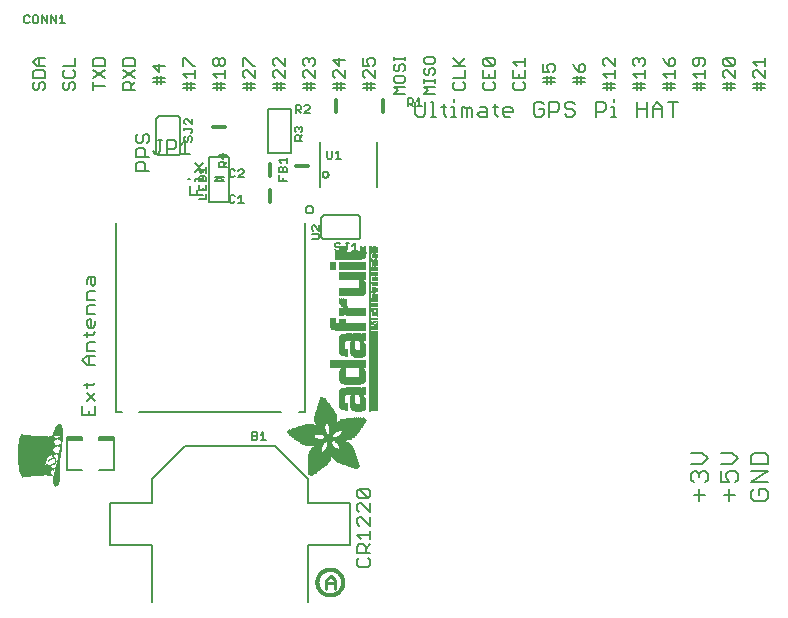
<source format=gbr>
G04 EAGLE Gerber RS-274X export*
G75*
%MOMM*%
%FSLAX34Y34*%
%LPD*%
%INSilkscreen Top*%
%IPPOS*%
%AMOC8*
5,1,8,0,0,1.08239X$1,22.5*%
G01*
%ADD10C,0.203200*%
%ADD11C,0.127000*%
%ADD12C,0.152400*%
%ADD13C,0.177800*%
%ADD14C,0.304800*%
%ADD15R,0.016800X6.839700*%
%ADD16R,0.016800X0.268300*%
%ADD17R,0.016800X0.268200*%
%ADD18R,0.016800X0.251500*%
%ADD19R,0.016800X0.301800*%
%ADD20R,0.016800X0.251400*%
%ADD21R,0.016800X0.285000*%
%ADD22R,0.016800X0.301700*%
%ADD23R,0.016800X0.419100*%
%ADD24R,0.016800X0.318500*%
%ADD25R,0.016800X0.586700*%
%ADD26R,0.016800X0.586800*%
%ADD27R,0.016700X6.839700*%
%ADD28R,0.016700X0.268300*%
%ADD29R,0.016700X0.251400*%
%ADD30R,0.016700X0.251500*%
%ADD31R,0.016700X0.301800*%
%ADD32R,0.016700X0.285000*%
%ADD33R,0.016700X0.301700*%
%ADD34R,0.016700X0.419100*%
%ADD35R,0.016700X0.318500*%
%ADD36R,0.016700X0.586700*%
%ADD37R,0.016700X0.586800*%
%ADD38R,0.016800X0.318600*%
%ADD39R,0.016800X0.569900*%
%ADD40R,0.016800X0.335300*%
%ADD41R,0.016800X0.234700*%
%ADD42R,0.016700X0.234700*%
%ADD43R,0.016700X0.016700*%
%ADD44R,0.016700X0.318600*%
%ADD45R,0.016700X0.569900*%
%ADD46R,0.016700X0.335300*%
%ADD47R,0.016800X0.217900*%
%ADD48R,0.016800X0.033500*%
%ADD49R,0.016800X0.570000*%
%ADD50R,0.016700X0.201100*%
%ADD51R,0.016700X0.050300*%
%ADD52R,0.016700X0.670500*%
%ADD53R,0.016700X1.005800*%
%ADD54R,0.016700X0.570000*%
%ADD55R,0.016800X0.201100*%
%ADD56R,0.016800X0.067000*%
%ADD57R,0.016800X0.670500*%
%ADD58R,0.016800X1.005800*%
%ADD59R,0.016800X0.184400*%
%ADD60R,0.016800X0.989000*%
%ADD61R,0.016700X0.184400*%
%ADD62R,0.016700X0.067000*%
%ADD63R,0.016700X0.989000*%
%ADD64R,0.016800X0.167600*%
%ADD65R,0.016800X0.083800*%
%ADD66R,0.016800X0.637000*%
%ADD67R,0.016800X0.955500*%
%ADD68R,0.016800X0.150800*%
%ADD69R,0.016800X0.100600*%
%ADD70R,0.016800X0.536400*%
%ADD71R,0.016800X0.854900*%
%ADD72R,0.016700X0.150800*%
%ADD73R,0.016700X0.100600*%
%ADD74R,0.016700X0.352000*%
%ADD75R,0.016700X0.435900*%
%ADD76R,0.016700X0.402400*%
%ADD77R,0.016700X0.368800*%
%ADD78R,0.016800X0.134100*%
%ADD79R,0.016800X0.117300*%
%ADD80R,0.016800X0.435900*%
%ADD81R,0.016800X0.368900*%
%ADD82R,0.016800X0.603500*%
%ADD83R,0.016700X0.134100*%
%ADD84R,0.016700X0.117300*%
%ADD85R,0.016700X0.452600*%
%ADD86R,0.016700X0.620300*%
%ADD87R,0.016800X0.284900*%
%ADD88R,0.016800X0.486200*%
%ADD89R,0.016800X0.653800*%
%ADD90R,0.016800X0.804700*%
%ADD91R,0.016700X0.150900*%
%ADD92R,0.016700X0.268200*%
%ADD93R,0.016700X0.737600*%
%ADD94R,0.016700X0.603500*%
%ADD95R,0.016700X0.922000*%
%ADD96R,0.016800X0.150900*%
%ADD97R,0.016800X0.821400*%
%ADD98R,0.016800X0.972300*%
%ADD99R,0.016800X0.989100*%
%ADD100R,0.016700X0.083800*%
%ADD101R,0.016700X0.167600*%
%ADD102R,0.016700X0.821400*%
%ADD103R,0.016700X0.989100*%
%ADD104R,0.016700X0.201200*%
%ADD105R,0.016800X0.050300*%
%ADD106R,0.016800X0.201200*%
%ADD107R,0.016700X0.217900*%
%ADD108R,0.016700X0.284900*%
%ADD109R,0.016800X0.352100*%
%ADD110R,0.016800X0.620300*%
%ADD111R,0.016800X0.385600*%
%ADD112R,0.016800X0.335200*%
%ADD113R,0.016700X0.385600*%
%ADD114R,0.016700X0.687400*%
%ADD115R,0.016800X13.998000*%
%ADD116R,0.016700X13.998000*%
%ADD117R,0.016700X0.637000*%
%ADD118R,0.016700X0.486100*%
%ADD119R,0.016700X0.637100*%
%ADD120R,0.016700X0.519700*%
%ADD121R,0.016700X0.536500*%
%ADD122R,0.016800X0.787900*%
%ADD123R,0.016800X0.687400*%
%ADD124R,0.016800X0.771200*%
%ADD125R,0.016800X0.637100*%
%ADD126R,0.016800X0.720800*%
%ADD127R,0.016800X0.704100*%
%ADD128R,0.016800X0.754400*%
%ADD129R,0.016700X0.838200*%
%ADD130R,0.016700X0.871800*%
%ADD131R,0.016700X0.871700*%
%ADD132R,0.016800X0.402400*%
%ADD133R,0.016800X0.922100*%
%ADD134R,0.016800X0.938800*%
%ADD135R,0.016700X0.938800*%
%ADD136R,0.016700X1.022600*%
%ADD137R,0.016700X0.972400*%
%ADD138R,0.016700X0.972300*%
%ADD139R,0.016800X0.469400*%
%ADD140R,0.016800X1.072900*%
%ADD141R,0.016800X1.022600*%
%ADD142R,0.016800X1.005900*%
%ADD143R,0.016800X0.502900*%
%ADD144R,0.016800X1.123200*%
%ADD145R,0.016800X1.056200*%
%ADD146R,0.016800X1.123100*%
%ADD147R,0.016700X1.139900*%
%ADD148R,0.016700X1.089600*%
%ADD149R,0.016800X0.553200*%
%ADD150R,0.016800X1.190200*%
%ADD151R,0.016800X1.190300*%
%ADD152R,0.016800X1.039400*%
%ADD153R,0.016800X1.223700*%
%ADD154R,0.016800X1.173500*%
%ADD155R,0.016800X1.223800*%
%ADD156R,0.016700X1.240500*%
%ADD157R,0.016700X1.173500*%
%ADD158R,0.016700X1.240600*%
%ADD159R,0.016700X1.190300*%
%ADD160R,0.016700X1.056200*%
%ADD161R,0.016800X1.274100*%
%ADD162R,0.016800X1.274000*%
%ADD163R,0.016800X1.307600*%
%ADD164R,0.016800X1.257300*%
%ADD165R,0.016800X1.324400*%
%ADD166R,0.016700X0.687300*%
%ADD167R,0.016700X1.324400*%
%ADD168R,0.016700X1.307500*%
%ADD169R,0.016700X1.274100*%
%ADD170R,0.016700X1.072900*%
%ADD171R,0.016800X2.011600*%
%ADD172R,0.016800X1.324300*%
%ADD173R,0.016800X1.978100*%
%ADD174R,0.016700X2.011600*%
%ADD175R,0.016700X1.357900*%
%ADD176R,0.016700X1.994900*%
%ADD177R,0.016700X1.341200*%
%ADD178R,0.016700X1.089700*%
%ADD179R,0.016800X0.754300*%
%ADD180R,0.016800X1.994900*%
%ADD181R,0.016800X1.995000*%
%ADD182R,0.016800X1.089700*%
%ADD183R,0.016700X0.787900*%
%ADD184R,0.016700X1.995000*%
%ADD185R,0.016800X2.028400*%
%ADD186R,0.016800X2.011700*%
%ADD187R,0.016800X1.106500*%
%ADD188R,0.016700X2.028400*%
%ADD189R,0.016700X2.011700*%
%ADD190R,0.016700X1.106500*%
%ADD191R,0.016800X0.888400*%
%ADD192R,0.016800X0.922000*%
%ADD193R,0.016700X0.938700*%
%ADD194R,0.016800X2.045200*%
%ADD195R,0.016800X0.938700*%
%ADD196R,0.016700X0.670600*%
%ADD197R,0.016700X0.888500*%
%ADD198R,0.016700X2.045200*%
%ADD199R,0.016700X0.888400*%
%ADD200R,0.016800X0.804600*%
%ADD201R,0.016800X2.028500*%
%ADD202R,0.016700X1.056100*%
%ADD203R,0.016700X0.771100*%
%ADD204R,0.016700X0.754300*%
%ADD205R,0.016700X2.028500*%
%ADD206R,0.016700X0.737700*%
%ADD207R,0.016800X1.072800*%
%ADD208R,0.016800X0.871700*%
%ADD209R,0.016800X0.737600*%
%ADD210R,0.016800X0.871800*%
%ADD211R,0.016800X1.089600*%
%ADD212R,0.016800X0.704000*%
%ADD213R,0.016800X0.687300*%
%ADD214R,0.016800X0.670600*%
%ADD215R,0.016700X1.123100*%
%ADD216R,0.016700X0.720800*%
%ADD217R,0.016700X0.653700*%
%ADD218R,0.016700X0.653800*%
%ADD219R,0.016800X1.139900*%
%ADD220R,0.016800X1.173400*%
%ADD221R,0.016700X1.190200*%
%ADD222R,0.016800X1.207000*%
%ADD223R,0.016800X1.240500*%
%ADD224R,0.016700X0.469400*%
%ADD225R,0.016700X1.274000*%
%ADD226R,0.016800X0.519600*%
%ADD227R,0.016800X1.341100*%
%ADD228R,0.016700X0.771200*%
%ADD229R,0.016700X1.374600*%
%ADD230R,0.016800X0.838200*%
%ADD231R,0.016800X1.391400*%
%ADD232R,0.016800X1.424900*%
%ADD233R,0.016700X1.441700*%
%ADD234R,0.016800X1.475200*%
%ADD235R,0.016700X1.491900*%
%ADD236R,0.016800X1.525500*%
%ADD237R,0.016700X1.559000*%
%ADD238R,0.016800X1.575800*%
%ADD239R,0.016700X1.307600*%
%ADD240R,0.016700X1.592500*%
%ADD241R,0.016800X1.374700*%
%ADD242R,0.016800X1.609300*%
%ADD243R,0.016800X1.408200*%
%ADD244R,0.016800X1.626100*%
%ADD245R,0.016700X1.626100*%
%ADD246R,0.016800X1.508800*%
%ADD247R,0.016800X1.659600*%
%ADD248R,0.016800X1.559000*%
%ADD249R,0.016800X1.676400*%
%ADD250R,0.016700X1.575800*%
%ADD251R,0.016700X1.676400*%
%ADD252R,0.016700X1.978100*%
%ADD253R,0.016800X1.693100*%
%ADD254R,0.016800X1.642800*%
%ADD255R,0.016800X1.709900*%
%ADD256R,0.016800X1.961300*%
%ADD257R,0.016700X1.726600*%
%ADD258R,0.016700X1.961300*%
%ADD259R,0.016800X1.693200*%
%ADD260R,0.016800X1.726600*%
%ADD261R,0.016800X1.944600*%
%ADD262R,0.016700X1.726700*%
%ADD263R,0.016700X1.743400*%
%ADD264R,0.016700X1.944600*%
%ADD265R,0.016800X1.726700*%
%ADD266R,0.016800X1.760200*%
%ADD267R,0.016800X1.927800*%
%ADD268R,0.016800X1.911000*%
%ADD269R,0.016700X1.793700*%
%ADD270R,0.016700X1.776900*%
%ADD271R,0.016700X1.911100*%
%ADD272R,0.016700X1.894300*%
%ADD273R,0.016800X1.793800*%
%ADD274R,0.016800X1.776900*%
%ADD275R,0.016800X1.911100*%
%ADD276R,0.016800X1.894300*%
%ADD277R,0.016800X1.827300*%
%ADD278R,0.016800X1.810500*%
%ADD279R,0.016800X1.877500*%
%ADD280R,0.016700X1.844100*%
%ADD281R,0.016700X1.810500*%
%ADD282R,0.016700X1.860800*%
%ADD283R,0.016700X1.844000*%
%ADD284R,0.016800X1.860900*%
%ADD285R,0.016800X1.844000*%
%ADD286R,0.016800X1.827200*%
%ADD287R,0.016800X1.860800*%
%ADD288R,0.016800X1.793700*%
%ADD289R,0.016700X1.877600*%
%ADD290R,0.016700X1.827200*%
%ADD291R,0.016700X1.927800*%
%ADD292R,0.016800X1.927900*%
%ADD293R,0.016700X1.944700*%
%ADD294R,0.016700X1.877500*%
%ADD295R,0.016800X1.961400*%
%ADD296R,0.016700X1.961400*%
%ADD297R,0.016800X1.978200*%
%ADD298R,0.016700X1.911000*%
%ADD299R,0.016800X0.620200*%
%ADD300R,0.016800X1.425000*%
%ADD301R,0.016700X0.620200*%
%ADD302R,0.016700X1.425000*%
%ADD303R,0.016800X0.653700*%
%ADD304R,0.016700X0.704100*%
%ADD305R,0.016700X0.804700*%
%ADD306R,0.016800X0.905200*%
%ADD307R,0.016800X1.894400*%
%ADD308R,0.016700X1.927900*%
%ADD309R,0.016800X1.877600*%
%ADD310R,0.016800X3.889300*%
%ADD311R,0.016700X3.872500*%
%ADD312R,0.016800X3.872500*%
%ADD313R,0.016700X3.855700*%
%ADD314R,0.016700X0.754400*%
%ADD315R,0.016800X3.855700*%
%ADD316R,0.016800X3.839000*%
%ADD317R,0.016800X0.720900*%
%ADD318R,0.016700X3.822200*%
%ADD319R,0.016800X2.715700*%
%ADD320R,0.016800X2.632000*%
%ADD321R,0.016800X1.290800*%
%ADD322R,0.016700X2.615200*%
%ADD323R,0.016700X1.257300*%
%ADD324R,0.016800X2.581700*%
%ADD325R,0.016800X1.240600*%
%ADD326R,0.016800X2.564900*%
%ADD327R,0.016800X1.760300*%
%ADD328R,0.016700X2.531400*%
%ADD329R,0.016700X1.156700*%
%ADD330R,0.016800X2.514600*%
%ADD331R,0.016800X0.955600*%
%ADD332R,0.016800X2.497800*%
%ADD333R,0.016800X1.659700*%
%ADD334R,0.016700X2.464300*%
%ADD335R,0.016700X1.039300*%
%ADD336R,0.016800X2.447500*%
%ADD337R,0.016800X1.592500*%
%ADD338R,0.016800X0.536500*%
%ADD339R,0.016700X2.430800*%
%ADD340R,0.016700X1.559100*%
%ADD341R,0.016700X1.542300*%
%ADD342R,0.016700X0.502900*%
%ADD343R,0.016800X2.414000*%
%ADD344R,0.016800X0.905300*%
%ADD345R,0.016800X1.508700*%
%ADD346R,0.016800X0.888500*%
%ADD347R,0.016800X2.397300*%
%ADD348R,0.016800X1.441700*%
%ADD349R,0.016800X0.452700*%
%ADD350R,0.016700X1.290900*%
%ADD351R,0.016800X1.156700*%
%ADD352R,0.016800X0.855000*%
%ADD353R,0.016700X1.123200*%
%ADD354R,0.016700X0.720900*%
%ADD355R,0.016800X1.106400*%
%ADD356R,0.016700X1.106400*%
%ADD357R,0.016800X0.771100*%
%ADD358R,0.016700X0.435800*%
%ADD359R,0.016700X1.592600*%
%ADD360R,0.016800X0.435800*%
%ADD361R,0.016800X1.642900*%
%ADD362R,0.016800X0.402300*%
%ADD363R,0.016700X1.793800*%
%ADD364R,0.016800X0.368800*%
%ADD365R,0.016800X1.056100*%
%ADD366R,0.016700X1.039400*%
%ADD367R,0.016800X2.078800*%
%ADD368R,0.016700X0.335200*%
%ADD369R,0.016700X2.145800*%
%ADD370R,0.016800X2.162600*%
%ADD371R,0.016800X0.352000*%
%ADD372R,0.016800X2.212800*%
%ADD373R,0.016700X2.279900*%
%ADD374R,0.016800X2.330200*%
%ADD375R,0.016800X2.799500*%
%ADD376R,0.016700X2.816300*%
%ADD377R,0.016700X0.955500*%
%ADD378R,0.016800X2.849900*%
%ADD379R,0.016800X2.916900*%
%ADD380R,0.016700X4.224500*%
%ADD381R,0.016800X4.291600*%
%ADD382R,0.016800X4.409000*%
%ADD383R,0.016700X4.509500*%
%ADD384R,0.016800X4.526300*%
%ADD385R,0.016700X4.626800*%
%ADD386R,0.016800X4.693900*%
%ADD387R,0.016800X4.727400*%
%ADD388R,0.016700X2.548200*%
%ADD389R,0.016700X2.179300*%
%ADD390R,0.016800X2.430800*%
%ADD391R,0.016700X2.414000*%
%ADD392R,0.016800X2.414100*%
%ADD393R,0.016700X2.430700*%
%ADD394R,0.016700X2.447600*%
%ADD395R,0.016800X1.559100*%
%ADD396R,0.016700X1.525500*%
%ADD397R,0.016800X1.492000*%
%ADD398R,0.016800X1.491900*%
%ADD399R,0.016700X1.458500*%
%ADD400R,0.016800X2.061900*%
%ADD401R,0.016700X1.408100*%
%ADD402R,0.016700X0.905200*%
%ADD403R,0.016700X2.112300*%
%ADD404R,0.016800X2.179300*%
%ADD405R,0.016700X1.408200*%
%ADD406R,0.016700X2.212900*%
%ADD407R,0.016800X1.140000*%
%ADD408R,0.016800X3.319300*%
%ADD409R,0.016700X1.374700*%
%ADD410R,0.016700X0.402300*%
%ADD411R,0.016700X3.302500*%
%ADD412R,0.016800X3.285700*%
%ADD413R,0.016800X1.357900*%
%ADD414R,0.016800X3.269000*%
%ADD415R,0.016700X3.285800*%
%ADD416R,0.016800X3.268900*%
%ADD417R,0.016700X0.452700*%
%ADD418R,0.016700X3.268900*%
%ADD419R,0.016700X1.391400*%
%ADD420R,0.016700X3.269000*%
%ADD421R,0.016800X1.374600*%
%ADD422R,0.016800X0.519700*%
%ADD423R,0.016800X3.252200*%
%ADD424R,0.016800X3.235400*%
%ADD425R,0.016700X3.235400*%
%ADD426R,0.016800X3.218600*%
%ADD427R,0.016800X3.201900*%
%ADD428R,0.016700X3.201900*%
%ADD429R,0.016800X1.458500*%
%ADD430R,0.016800X1.525600*%
%ADD431R,0.016800X3.185100*%
%ADD432R,0.016700X2.531300*%
%ADD433R,0.016700X3.168400*%
%ADD434R,0.016800X2.531300*%
%ADD435R,0.016800X3.151600*%
%ADD436R,0.016800X2.548100*%
%ADD437R,0.016800X3.134900*%
%ADD438R,0.016700X2.564900*%
%ADD439R,0.016700X3.118100*%
%ADD440R,0.016800X2.581600*%
%ADD441R,0.016800X3.101400*%
%ADD442R,0.016700X2.598400*%
%ADD443R,0.016700X3.067900*%
%ADD444R,0.016800X2.598400*%
%ADD445R,0.016800X3.034300*%
%ADD446R,0.016800X2.615100*%
%ADD447R,0.016800X3.000800*%
%ADD448R,0.016700X2.631900*%
%ADD449R,0.016700X2.950500*%
%ADD450R,0.016800X2.648700*%
%ADD451R,0.016800X2.900200*%
%ADD452R,0.016800X2.665500*%
%ADD453R,0.016700X2.682200*%
%ADD454R,0.016700X2.799600*%
%ADD455R,0.016800X2.699000*%
%ADD456R,0.016800X2.732500*%
%ADD457R,0.016700X2.749300*%
%ADD458R,0.016700X2.632000*%
%ADD459R,0.016800X2.749300*%
%ADD460R,0.016700X2.766100*%
%ADD461R,0.016800X2.766100*%
%ADD462R,0.016800X2.481100*%
%ADD463R,0.016800X2.782900*%
%ADD464R,0.016700X2.380500*%
%ADD465R,0.016800X2.833100*%
%ADD466R,0.016800X1.592600*%
%ADD467R,0.016700X2.849900*%
%ADD468R,0.016800X2.883400*%
%ADD469R,0.016700X2.917000*%
%ADD470R,0.016800X2.933700*%
%ADD471R,0.016800X2.967200*%
%ADD472R,0.016700X2.967200*%
%ADD473R,0.016700X3.017500*%
%ADD474R,0.016800X3.051000*%
%ADD475R,0.016800X0.788000*%
%ADD476R,0.016800X3.084600*%
%ADD477R,0.016700X2.397300*%
%ADD478R,0.016800X2.397200*%
%ADD479R,0.016700X1.760200*%
%ADD480R,0.016700X2.397200*%
%ADD481R,0.016700X1.827300*%
%ADD482R,0.016800X2.380500*%
%ADD483R,0.016800X2.363700*%
%ADD484R,0.016700X2.363700*%
%ADD485R,0.016800X2.346900*%
%ADD486R,0.016700X2.296600*%
%ADD487R,0.016800X2.279900*%
%ADD488R,0.016800X2.246300*%
%ADD489R,0.016700X2.229600*%
%ADD490R,0.016800X2.129100*%
%ADD491R,0.016800X2.112300*%
%ADD492R,0.016700X1.609300*%
%ADD493R,0.016800X1.743400*%
%ADD494R,0.016700X1.693100*%
%ADD495R,0.016700X1.659700*%
%ADD496R,0.016800X1.575900*%
%ADD497R,0.016700X1.575900*%
%ADD498R,0.016700X1.475200*%
%ADD499R,0.016700X1.324300*%
%ADD500R,0.016700X1.290800*%
%ADD501R,0.016700X1.207000*%
%ADD502R,0.016700X0.854900*%
%ADD503R,0.016700X0.821500*%
%ADD504R,0.016800X0.821500*%
%ADD505R,0.016800X0.218000*%
%ADD506R,0.025400X0.787400*%
%ADD507R,0.025400X1.219200*%
%ADD508R,0.025400X1.549400*%
%ADD509R,0.025400X0.762000*%
%ADD510R,0.025400X0.381000*%
%ADD511R,0.025400X0.736600*%
%ADD512R,0.025400X0.965200*%
%ADD513R,0.025400X1.193800*%
%ADD514R,0.025400X1.346200*%
%ADD515R,0.025400X0.812800*%
%ADD516R,0.025400X1.295400*%
%ADD517R,0.025400X0.863600*%
%ADD518R,0.025400X0.025400*%
%ADD519R,0.025400X0.279400*%
%ADD520R,0.025400X0.939800*%
%ADD521R,0.025400X1.016000*%
%ADD522R,0.025400X0.914400*%
%ADD523R,0.025400X0.127000*%
%ADD524R,0.025400X0.203200*%
%ADD525R,0.025400X1.066800*%
%ADD526R,0.025400X0.990600*%
%ADD527R,0.025400X0.228600*%
%ADD528R,0.025400X0.177800*%
%ADD529R,0.025400X1.143000*%
%ADD530R,0.025400X0.152400*%
%ADD531R,0.025400X2.438400*%
%ADD532R,0.025400X2.387600*%
%ADD533R,0.025400X0.101600*%
%ADD534R,0.025400X2.336800*%
%ADD535R,0.025400X0.076200*%
%ADD536R,0.025400X2.260600*%
%ADD537R,0.025400X2.184400*%
%ADD538R,0.025400X0.889000*%
%ADD539R,0.025400X2.108200*%
%ADD540R,0.025400X2.032000*%
%ADD541R,0.025400X1.930400*%
%ADD542R,0.025400X0.838200*%
%ADD543R,0.025400X1.854200*%
%ADD544R,0.025400X0.050800*%
%ADD545R,0.025400X1.727200*%
%ADD546R,0.025400X1.651000*%
%ADD547R,0.025400X1.524000*%
%ADD548R,0.025400X0.685800*%
%ADD549R,0.025400X1.422400*%
%ADD550R,0.025400X0.330200*%
%ADD551R,0.025400X0.635000*%
%ADD552R,0.025400X1.320800*%
%ADD553R,0.025400X0.584200*%
%ADD554R,0.025400X0.254000*%
%ADD555R,0.025400X0.508000*%
%ADD556R,0.025400X0.304800*%
%ADD557R,0.025400X0.431800*%
%ADD558R,0.025400X0.355600*%
%ADD559R,0.025400X0.711200*%
%ADD560R,0.025400X1.168400*%
%ADD561R,0.025400X0.609600*%
%ADD562R,0.025400X0.406400*%
%ADD563R,0.025400X0.558800*%
%ADD564R,0.025400X1.625600*%
%ADD565R,0.025400X1.803400*%
%ADD566R,0.025400X1.879600*%
%ADD567R,0.025400X1.905000*%
%ADD568R,0.025400X2.006600*%
%ADD569R,0.025400X2.133600*%
%ADD570R,0.025400X3.302000*%
%ADD571R,0.025400X3.327400*%
%ADD572R,0.025400X3.352800*%
%ADD573R,0.025400X3.378200*%
%ADD574R,0.025400X3.403600*%
%ADD575R,0.025400X3.429000*%
%ADD576R,0.025400X3.454400*%
%ADD577R,0.025400X3.479800*%
%ADD578R,0.025400X3.505200*%
%ADD579R,0.025400X3.530600*%
%ADD580R,0.025400X3.556000*%
%ADD581R,0.025400X3.581400*%
%ADD582R,0.025400X3.606800*%
%ADD583R,0.025400X3.632200*%
%ADD584R,0.025400X3.657600*%
%ADD585R,0.025400X3.251200*%
%ADD586R,0.025400X3.149600*%
%ADD587R,0.025400X2.997200*%
%ADD588R,0.025400X2.819400*%
%ADD589R,0.025400X2.616200*%
%ADD590R,0.025400X1.778000*%
%ADD591R,0.025400X1.244600*%
%ADD592C,0.279400*%


D10*
X609594Y97242D02*
X609594Y107072D01*
X604679Y102157D02*
X614509Y102157D01*
X602221Y112678D02*
X602221Y122508D01*
X602221Y112678D02*
X609594Y112678D01*
X607136Y117593D01*
X607136Y120050D01*
X609594Y122508D01*
X614509Y122508D01*
X616966Y120050D01*
X616966Y115135D01*
X614509Y112678D01*
X612051Y128114D02*
X602221Y128114D01*
X612051Y128114D02*
X616966Y133029D01*
X612051Y137944D01*
X602221Y137944D01*
X630079Y107072D02*
X627621Y104614D01*
X627621Y99699D01*
X630079Y97242D01*
X639909Y97242D01*
X642366Y99699D01*
X642366Y104614D01*
X639909Y107072D01*
X634994Y107072D01*
X634994Y102157D01*
X642366Y112678D02*
X627621Y112678D01*
X642366Y122508D01*
X627621Y122508D01*
X627621Y128114D02*
X642366Y128114D01*
X642366Y135486D01*
X639909Y137944D01*
X630079Y137944D01*
X627621Y135486D01*
X627621Y128114D01*
X584194Y107072D02*
X584194Y97242D01*
X579279Y102157D02*
X589109Y102157D01*
X579279Y112678D02*
X576821Y115135D01*
X576821Y120050D01*
X579279Y122508D01*
X581736Y122508D01*
X584194Y120050D01*
X584194Y117593D01*
X584194Y120050D02*
X586651Y122508D01*
X589109Y122508D01*
X591566Y120050D01*
X591566Y115135D01*
X589109Y112678D01*
X586651Y128114D02*
X576821Y128114D01*
X586651Y128114D02*
X591566Y133029D01*
X586651Y137944D01*
X576821Y137944D01*
D11*
X22006Y451367D02*
X20311Y449672D01*
X20311Y446283D01*
X22006Y444588D01*
X23701Y444588D01*
X25396Y446283D01*
X25396Y449672D01*
X27090Y451367D01*
X28785Y451367D01*
X30480Y449672D01*
X30480Y446283D01*
X28785Y444588D01*
X30480Y455113D02*
X20311Y455113D01*
X30480Y455113D02*
X30480Y460197D01*
X28785Y461892D01*
X22006Y461892D01*
X20311Y460197D01*
X20311Y455113D01*
X23701Y465637D02*
X30480Y465637D01*
X23701Y465637D02*
X20311Y469027D01*
X23701Y472416D01*
X30480Y472416D01*
X25396Y472416D02*
X25396Y465637D01*
X45711Y449672D02*
X47406Y451367D01*
X45711Y449672D02*
X45711Y446283D01*
X47406Y444588D01*
X49101Y444588D01*
X50796Y446283D01*
X50796Y449672D01*
X52490Y451367D01*
X54185Y451367D01*
X55880Y449672D01*
X55880Y446283D01*
X54185Y444588D01*
X45711Y460197D02*
X47406Y461892D01*
X45711Y460197D02*
X45711Y456808D01*
X47406Y455113D01*
X54185Y455113D01*
X55880Y456808D01*
X55880Y460197D01*
X54185Y461892D01*
X55880Y465637D02*
X45711Y465637D01*
X55880Y465637D02*
X55880Y472416D01*
X71111Y447978D02*
X81280Y447978D01*
X71111Y451367D02*
X71111Y444588D01*
X71111Y455113D02*
X81280Y461892D01*
X81280Y455113D02*
X71111Y461892D01*
X71111Y465637D02*
X81280Y465637D01*
X81280Y470722D01*
X79585Y472416D01*
X72806Y472416D01*
X71111Y470722D01*
X71111Y465637D01*
X96511Y444588D02*
X106680Y444588D01*
X96511Y444588D02*
X96511Y449672D01*
X98206Y451367D01*
X101596Y451367D01*
X103290Y449672D01*
X103290Y444588D01*
X103290Y447978D02*
X106680Y451367D01*
X106680Y461892D02*
X96511Y455113D01*
X96511Y461892D02*
X106680Y455113D01*
X106680Y465637D02*
X96511Y465637D01*
X106680Y465637D02*
X106680Y470722D01*
X104985Y472416D01*
X98206Y472416D01*
X96511Y470722D01*
X96511Y465637D01*
X121911Y451545D02*
X132080Y451545D01*
X132080Y454935D02*
X121911Y454935D01*
X125301Y454935D02*
X125301Y449850D01*
X125301Y454935D02*
X125301Y456630D01*
X128690Y456630D02*
X128690Y449850D01*
X132080Y465459D02*
X121911Y465459D01*
X126996Y460375D01*
X126996Y467154D01*
X147311Y446283D02*
X157480Y446283D01*
X157480Y449672D02*
X147311Y449672D01*
X150701Y449672D02*
X150701Y444588D01*
X150701Y449672D02*
X150701Y451367D01*
X154090Y451367D02*
X154090Y444588D01*
X150701Y455113D02*
X147311Y458502D01*
X157480Y458502D01*
X157480Y455113D02*
X157480Y461892D01*
X147311Y465637D02*
X147311Y472416D01*
X149006Y472416D01*
X155785Y465637D01*
X157480Y465637D01*
X172711Y446283D02*
X182880Y446283D01*
X182880Y449672D02*
X172711Y449672D01*
X176101Y449672D02*
X176101Y444588D01*
X176101Y449672D02*
X176101Y451367D01*
X179490Y451367D02*
X179490Y444588D01*
X176101Y455113D02*
X172711Y458502D01*
X182880Y458502D01*
X182880Y455113D02*
X182880Y461892D01*
X174406Y465637D02*
X172711Y467332D01*
X172711Y470722D01*
X174406Y472416D01*
X176101Y472416D01*
X177796Y470722D01*
X179490Y472416D01*
X181185Y472416D01*
X182880Y470722D01*
X182880Y467332D01*
X181185Y465637D01*
X179490Y465637D01*
X177796Y467332D01*
X176101Y465637D01*
X174406Y465637D01*
X177796Y467332D02*
X177796Y470722D01*
X198111Y446283D02*
X208280Y446283D01*
X208280Y449672D02*
X198111Y449672D01*
X201501Y449672D02*
X201501Y444588D01*
X201501Y449672D02*
X201501Y451367D01*
X204890Y451367D02*
X204890Y444588D01*
X208280Y455113D02*
X208280Y461892D01*
X208280Y455113D02*
X201501Y461892D01*
X199806Y461892D01*
X198111Y460197D01*
X198111Y456808D01*
X199806Y455113D01*
X198111Y465637D02*
X198111Y472416D01*
X199806Y472416D01*
X206585Y465637D01*
X208280Y465637D01*
X223511Y446283D02*
X233680Y446283D01*
X233680Y449672D02*
X223511Y449672D01*
X226901Y449672D02*
X226901Y444588D01*
X226901Y449672D02*
X226901Y451367D01*
X230290Y451367D02*
X230290Y444588D01*
X233680Y455113D02*
X233680Y461892D01*
X233680Y455113D02*
X226901Y461892D01*
X225206Y461892D01*
X223511Y460197D01*
X223511Y456808D01*
X225206Y455113D01*
X233680Y465637D02*
X233680Y472416D01*
X233680Y465637D02*
X226901Y472416D01*
X225206Y472416D01*
X223511Y470722D01*
X223511Y467332D01*
X225206Y465637D01*
X248911Y446283D02*
X259080Y446283D01*
X259080Y449672D02*
X248911Y449672D01*
X252301Y449672D02*
X252301Y444588D01*
X252301Y449672D02*
X252301Y451367D01*
X255690Y451367D02*
X255690Y444588D01*
X259080Y455113D02*
X259080Y461892D01*
X259080Y455113D02*
X252301Y461892D01*
X250606Y461892D01*
X248911Y460197D01*
X248911Y456808D01*
X250606Y455113D01*
X250606Y465637D02*
X248911Y467332D01*
X248911Y470722D01*
X250606Y472416D01*
X252301Y472416D01*
X253996Y470722D01*
X253996Y469027D01*
X253996Y470722D02*
X255690Y472416D01*
X257385Y472416D01*
X259080Y470722D01*
X259080Y467332D01*
X257385Y465637D01*
X274311Y446283D02*
X284480Y446283D01*
X284480Y449672D02*
X274311Y449672D01*
X277701Y449672D02*
X277701Y444588D01*
X277701Y449672D02*
X277701Y451367D01*
X281090Y451367D02*
X281090Y444588D01*
X284480Y455113D02*
X284480Y461892D01*
X284480Y455113D02*
X277701Y461892D01*
X276006Y461892D01*
X274311Y460197D01*
X274311Y456808D01*
X276006Y455113D01*
X274311Y470722D02*
X284480Y470722D01*
X279396Y465637D02*
X274311Y470722D01*
X279396Y472416D02*
X279396Y465637D01*
X299711Y446283D02*
X309880Y446283D01*
X309880Y449672D02*
X299711Y449672D01*
X303101Y449672D02*
X303101Y444588D01*
X303101Y449672D02*
X303101Y451367D01*
X306490Y451367D02*
X306490Y444588D01*
X309880Y455113D02*
X309880Y461892D01*
X309880Y455113D02*
X303101Y461892D01*
X301406Y461892D01*
X299711Y460197D01*
X299711Y456808D01*
X301406Y455113D01*
X299711Y465637D02*
X299711Y472416D01*
X299711Y465637D02*
X304796Y465637D01*
X303101Y469027D01*
X303101Y470722D01*
X304796Y472416D01*
X308185Y472416D01*
X309880Y470722D01*
X309880Y467332D01*
X308185Y465637D01*
X325747Y441954D02*
X334645Y441954D01*
X328713Y444920D02*
X325747Y441954D01*
X328713Y444920D02*
X325747Y447886D01*
X334645Y447886D01*
X325747Y452792D02*
X325747Y455758D01*
X325747Y452792D02*
X327230Y451309D01*
X333162Y451309D01*
X334645Y452792D01*
X334645Y455758D01*
X333162Y457241D01*
X327230Y457241D01*
X325747Y455758D01*
X325747Y465113D02*
X327230Y466596D01*
X325747Y465113D02*
X325747Y462147D01*
X327230Y460664D01*
X328713Y460664D01*
X330196Y462147D01*
X330196Y465113D01*
X331679Y466596D01*
X333162Y466596D01*
X334645Y465113D01*
X334645Y462147D01*
X333162Y460664D01*
X334645Y470019D02*
X334645Y472985D01*
X334645Y471502D02*
X325747Y471502D01*
X325747Y470019D02*
X325747Y472985D01*
X351147Y441954D02*
X360045Y441954D01*
X354113Y444920D02*
X351147Y441954D01*
X354113Y444920D02*
X351147Y447886D01*
X360045Y447886D01*
X360045Y451309D02*
X360045Y454275D01*
X360045Y452792D02*
X351147Y452792D01*
X351147Y451309D02*
X351147Y454275D01*
X351147Y461995D02*
X352630Y463478D01*
X351147Y461995D02*
X351147Y459029D01*
X352630Y457546D01*
X354113Y457546D01*
X355596Y459029D01*
X355596Y461995D01*
X357079Y463478D01*
X358562Y463478D01*
X360045Y461995D01*
X360045Y459029D01*
X358562Y457546D01*
X351147Y468384D02*
X351147Y471350D01*
X351147Y468384D02*
X352630Y466901D01*
X358562Y466901D01*
X360045Y468384D01*
X360045Y471350D01*
X358562Y472833D01*
X352630Y472833D01*
X351147Y471350D01*
X375911Y449672D02*
X377606Y451367D01*
X375911Y449672D02*
X375911Y446283D01*
X377606Y444588D01*
X384385Y444588D01*
X386080Y446283D01*
X386080Y449672D01*
X384385Y451367D01*
X386080Y455113D02*
X375911Y455113D01*
X386080Y455113D02*
X386080Y461892D01*
X386080Y465637D02*
X375911Y465637D01*
X382690Y465637D02*
X375911Y472416D01*
X380996Y467332D02*
X386080Y472416D01*
X403006Y451367D02*
X401311Y449672D01*
X401311Y446283D01*
X403006Y444588D01*
X409785Y444588D01*
X411480Y446283D01*
X411480Y449672D01*
X409785Y451367D01*
X401311Y455113D02*
X401311Y461892D01*
X401311Y455113D02*
X411480Y455113D01*
X411480Y461892D01*
X406396Y458502D02*
X406396Y455113D01*
X409785Y465637D02*
X403006Y465637D01*
X401311Y467332D01*
X401311Y470722D01*
X403006Y472416D01*
X409785Y472416D01*
X411480Y470722D01*
X411480Y467332D01*
X409785Y465637D01*
X403006Y472416D01*
X426711Y449672D02*
X428406Y451367D01*
X426711Y449672D02*
X426711Y446283D01*
X428406Y444588D01*
X435185Y444588D01*
X436880Y446283D01*
X436880Y449672D01*
X435185Y451367D01*
X426711Y455113D02*
X426711Y461892D01*
X426711Y455113D02*
X436880Y455113D01*
X436880Y461892D01*
X431796Y458502D02*
X431796Y455113D01*
X430101Y465637D02*
X426711Y469027D01*
X436880Y469027D01*
X436880Y472416D02*
X436880Y465637D01*
X452111Y451545D02*
X462280Y451545D01*
X462280Y454935D02*
X452111Y454935D01*
X455501Y454935D02*
X455501Y449850D01*
X455501Y454935D02*
X455501Y456630D01*
X458890Y456630D02*
X458890Y449850D01*
X452111Y460375D02*
X452111Y467154D01*
X452111Y460375D02*
X457196Y460375D01*
X455501Y463765D01*
X455501Y465459D01*
X457196Y467154D01*
X460585Y467154D01*
X462280Y465459D01*
X462280Y462070D01*
X460585Y460375D01*
X477511Y451545D02*
X487680Y451545D01*
X487680Y454935D02*
X477511Y454935D01*
X480901Y454935D02*
X480901Y449850D01*
X480901Y454935D02*
X480901Y456630D01*
X484290Y456630D02*
X484290Y449850D01*
X479206Y463765D02*
X477511Y467154D01*
X479206Y463765D02*
X482596Y460375D01*
X485985Y460375D01*
X487680Y462070D01*
X487680Y465459D01*
X485985Y467154D01*
X484290Y467154D01*
X482596Y465459D01*
X482596Y460375D01*
X502911Y446283D02*
X513080Y446283D01*
X513080Y449672D02*
X502911Y449672D01*
X506301Y449672D02*
X506301Y444588D01*
X506301Y449672D02*
X506301Y451367D01*
X509690Y451367D02*
X509690Y444588D01*
X506301Y455113D02*
X502911Y458502D01*
X513080Y458502D01*
X513080Y455113D02*
X513080Y461892D01*
X513080Y465637D02*
X513080Y472416D01*
X513080Y465637D02*
X506301Y472416D01*
X504606Y472416D01*
X502911Y470722D01*
X502911Y467332D01*
X504606Y465637D01*
X528311Y446283D02*
X538480Y446283D01*
X538480Y449672D02*
X528311Y449672D01*
X531701Y449672D02*
X531701Y444588D01*
X531701Y449672D02*
X531701Y451367D01*
X535090Y451367D02*
X535090Y444588D01*
X531701Y455113D02*
X528311Y458502D01*
X538480Y458502D01*
X538480Y455113D02*
X538480Y461892D01*
X530006Y465637D02*
X528311Y467332D01*
X528311Y470722D01*
X530006Y472416D01*
X531701Y472416D01*
X533396Y470722D01*
X533396Y469027D01*
X533396Y470722D02*
X535090Y472416D01*
X536785Y472416D01*
X538480Y470722D01*
X538480Y467332D01*
X536785Y465637D01*
X553711Y446283D02*
X563880Y446283D01*
X563880Y449672D02*
X553711Y449672D01*
X557101Y449672D02*
X557101Y444588D01*
X557101Y449672D02*
X557101Y451367D01*
X560490Y451367D02*
X560490Y444588D01*
X557101Y455113D02*
X553711Y458502D01*
X563880Y458502D01*
X563880Y455113D02*
X563880Y461892D01*
X555406Y469027D02*
X553711Y472416D01*
X555406Y469027D02*
X558796Y465637D01*
X562185Y465637D01*
X563880Y467332D01*
X563880Y470722D01*
X562185Y472416D01*
X560490Y472416D01*
X558796Y470722D01*
X558796Y465637D01*
X579111Y446283D02*
X589280Y446283D01*
X589280Y449672D02*
X579111Y449672D01*
X582501Y449672D02*
X582501Y444588D01*
X582501Y449672D02*
X582501Y451367D01*
X585890Y451367D02*
X585890Y444588D01*
X582501Y455113D02*
X579111Y458502D01*
X589280Y458502D01*
X589280Y455113D02*
X589280Y461892D01*
X587585Y465637D02*
X589280Y467332D01*
X589280Y470722D01*
X587585Y472416D01*
X580806Y472416D01*
X579111Y470722D01*
X579111Y467332D01*
X580806Y465637D01*
X582501Y465637D01*
X584196Y467332D01*
X584196Y472416D01*
X604511Y446283D02*
X614680Y446283D01*
X614680Y449672D02*
X604511Y449672D01*
X607901Y449672D02*
X607901Y444588D01*
X607901Y449672D02*
X607901Y451367D01*
X611290Y451367D02*
X611290Y444588D01*
X614680Y455113D02*
X614680Y461892D01*
X614680Y455113D02*
X607901Y461892D01*
X606206Y461892D01*
X604511Y460197D01*
X604511Y456808D01*
X606206Y455113D01*
X606206Y465637D02*
X612985Y465637D01*
X606206Y465637D02*
X604511Y467332D01*
X604511Y470722D01*
X606206Y472416D01*
X612985Y472416D01*
X614680Y470722D01*
X614680Y467332D01*
X612985Y465637D01*
X606206Y472416D01*
X629911Y446283D02*
X640080Y446283D01*
X640080Y449672D02*
X629911Y449672D01*
X633301Y449672D02*
X633301Y444588D01*
X633301Y449672D02*
X633301Y451367D01*
X636690Y451367D02*
X636690Y444588D01*
X640080Y455113D02*
X640080Y461892D01*
X640080Y455113D02*
X633301Y461892D01*
X631606Y461892D01*
X629911Y460197D01*
X629911Y456808D01*
X631606Y455113D01*
X633301Y465637D02*
X629911Y469027D01*
X640080Y469027D01*
X640080Y472416D02*
X640080Y465637D01*
D12*
X118618Y376682D02*
X107432Y376682D01*
X107432Y382275D01*
X109297Y384139D01*
X113025Y384139D01*
X114890Y382275D01*
X114890Y376682D01*
X118618Y388376D02*
X107432Y388376D01*
X107432Y393969D01*
X109297Y395833D01*
X113025Y395833D01*
X114890Y393969D01*
X114890Y388376D01*
X107432Y405663D02*
X109297Y407527D01*
X107432Y405663D02*
X107432Y401934D01*
X109297Y400070D01*
X111161Y400070D01*
X113025Y401934D01*
X113025Y405663D01*
X114890Y407527D01*
X116754Y407527D01*
X118618Y405663D01*
X118618Y401934D01*
X116754Y400070D01*
X61712Y177129D02*
X61712Y169672D01*
X72898Y169672D01*
X72898Y177129D01*
X67305Y173401D02*
X67305Y169672D01*
X65441Y181366D02*
X72898Y188823D01*
X72898Y181366D02*
X65441Y188823D01*
X63577Y194924D02*
X71034Y194924D01*
X72898Y196788D01*
X65441Y196788D02*
X65441Y193060D01*
X65441Y212550D02*
X72898Y212550D01*
X65441Y212550D02*
X61712Y216278D01*
X65441Y220007D01*
X72898Y220007D01*
X67305Y220007D02*
X67305Y212550D01*
X65441Y224244D02*
X72898Y224244D01*
X65441Y224244D02*
X65441Y229837D01*
X67305Y231701D01*
X72898Y231701D01*
X71034Y237802D02*
X63577Y237802D01*
X71034Y237802D02*
X72898Y239666D01*
X65441Y239666D02*
X65441Y235938D01*
X72898Y245598D02*
X72898Y249327D01*
X72898Y245598D02*
X71034Y243734D01*
X67305Y243734D01*
X65441Y245598D01*
X65441Y249327D01*
X67305Y251191D01*
X69170Y251191D01*
X69170Y243734D01*
X72898Y255428D02*
X65441Y255428D01*
X65441Y261021D01*
X67305Y262885D01*
X72898Y262885D01*
X72898Y267122D02*
X65441Y267122D01*
X65441Y272714D01*
X67305Y274579D01*
X72898Y274579D01*
X65441Y280680D02*
X65441Y284408D01*
X67305Y286273D01*
X72898Y286273D01*
X72898Y280680D01*
X71034Y278816D01*
X69170Y280680D01*
X69170Y286273D01*
X295987Y48545D02*
X294122Y46681D01*
X294122Y42952D01*
X295987Y41088D01*
X303444Y41088D01*
X305308Y42952D01*
X305308Y46681D01*
X303444Y48545D01*
X305308Y52782D02*
X294122Y52782D01*
X294122Y58375D01*
X295987Y60239D01*
X299715Y60239D01*
X301580Y58375D01*
X301580Y52782D01*
X301580Y56511D02*
X305308Y60239D01*
X297851Y64476D02*
X294122Y68204D01*
X305308Y68204D01*
X305308Y64476D02*
X305308Y71933D01*
X305308Y76170D02*
X305308Y83627D01*
X305308Y76170D02*
X297851Y83627D01*
X295987Y83627D01*
X294122Y81763D01*
X294122Y78034D01*
X295987Y76170D01*
X305308Y87864D02*
X305308Y95321D01*
X305308Y87864D02*
X297851Y95321D01*
X295987Y95321D01*
X294122Y93457D01*
X294122Y89728D01*
X295987Y87864D01*
X295987Y99558D02*
X303444Y99558D01*
X295987Y99558D02*
X294122Y101422D01*
X294122Y105151D01*
X295987Y107015D01*
X303444Y107015D01*
X305308Y105151D01*
X305308Y101422D01*
X303444Y99558D01*
X295987Y107015D01*
D13*
X343789Y424605D02*
X343789Y434986D01*
X343789Y424605D02*
X345865Y422529D01*
X350017Y422529D01*
X352093Y424605D01*
X352093Y434986D01*
X356886Y434986D02*
X358962Y434986D01*
X358962Y422529D01*
X356886Y422529D02*
X361038Y422529D01*
X367694Y424605D02*
X367694Y432910D01*
X367694Y424605D02*
X369770Y422529D01*
X369770Y430833D02*
X365618Y430833D01*
X374349Y430833D02*
X376425Y430833D01*
X376425Y422529D01*
X374349Y422529D02*
X378501Y422529D01*
X376425Y434986D02*
X376425Y437062D01*
X383081Y430833D02*
X383081Y422529D01*
X383081Y430833D02*
X385157Y430833D01*
X387233Y428757D01*
X387233Y422529D01*
X387233Y428757D02*
X389309Y430833D01*
X391385Y428757D01*
X391385Y422529D01*
X398254Y430833D02*
X402406Y430833D01*
X404482Y428757D01*
X404482Y422529D01*
X398254Y422529D01*
X396178Y424605D01*
X398254Y426681D01*
X404482Y426681D01*
X411351Y424605D02*
X411351Y432910D01*
X411351Y424605D02*
X413427Y422529D01*
X413427Y430833D02*
X409275Y430833D01*
X420083Y422529D02*
X424235Y422529D01*
X420083Y422529D02*
X418007Y424605D01*
X418007Y428757D01*
X420083Y430833D01*
X424235Y430833D01*
X426311Y428757D01*
X426311Y426681D01*
X418007Y426681D01*
X450430Y434986D02*
X452506Y432910D01*
X450430Y434986D02*
X446277Y434986D01*
X444201Y432910D01*
X444201Y424605D01*
X446277Y422529D01*
X450430Y422529D01*
X452506Y424605D01*
X452506Y428757D01*
X448353Y428757D01*
X457299Y422529D02*
X457299Y434986D01*
X463527Y434986D01*
X465603Y432910D01*
X465603Y428757D01*
X463527Y426681D01*
X457299Y426681D01*
X476624Y434986D02*
X478700Y432910D01*
X476624Y434986D02*
X472472Y434986D01*
X470396Y432910D01*
X470396Y430833D01*
X472472Y428757D01*
X476624Y428757D01*
X478700Y426681D01*
X478700Y424605D01*
X476624Y422529D01*
X472472Y422529D01*
X470396Y424605D01*
X496590Y422529D02*
X496590Y434986D01*
X502819Y434986D01*
X504895Y432910D01*
X504895Y428757D01*
X502819Y426681D01*
X496590Y426681D01*
X509688Y430833D02*
X511764Y430833D01*
X511764Y422529D01*
X509688Y422529D02*
X513840Y422529D01*
X511764Y434986D02*
X511764Y437062D01*
X531516Y434986D02*
X531516Y422529D01*
X531516Y428757D02*
X539821Y428757D01*
X539821Y422529D02*
X539821Y434986D01*
X544614Y430833D02*
X544614Y422529D01*
X544614Y430833D02*
X548766Y434986D01*
X552918Y430833D01*
X552918Y422529D01*
X552918Y428757D02*
X544614Y428757D01*
X561863Y422529D02*
X561863Y434986D01*
X557711Y434986D02*
X566015Y434986D01*
D12*
X164338Y356362D02*
X153152Y356362D01*
X153152Y363819D01*
X158745Y360091D02*
X158745Y356362D01*
X156881Y368056D02*
X156881Y369920D01*
X164338Y369920D01*
X164338Y368056D02*
X164338Y371784D01*
X153152Y369920D02*
X151288Y369920D01*
X156881Y375852D02*
X164338Y383309D01*
X164338Y375852D02*
X156881Y383309D01*
X17106Y507158D02*
X16005Y508260D01*
X13802Y508260D01*
X12700Y507158D01*
X12700Y502752D01*
X13802Y501650D01*
X16005Y501650D01*
X17106Y502752D01*
X21286Y508260D02*
X23489Y508260D01*
X21286Y508260D02*
X20184Y507158D01*
X20184Y502752D01*
X21286Y501650D01*
X23489Y501650D01*
X24591Y502752D01*
X24591Y507158D01*
X23489Y508260D01*
X27668Y508260D02*
X27668Y501650D01*
X32075Y501650D02*
X27668Y508260D01*
X32075Y508260D02*
X32075Y501650D01*
X35152Y501650D02*
X35152Y508260D01*
X39559Y501650D01*
X39559Y508260D01*
X42637Y506056D02*
X44840Y508260D01*
X44840Y501650D01*
X42637Y501650D02*
X47043Y501650D01*
D10*
X263020Y401270D02*
X263020Y363270D01*
X311020Y363270D02*
X311020Y401270D01*
X265176Y373380D02*
X265178Y373480D01*
X265184Y373581D01*
X265194Y373680D01*
X265208Y373780D01*
X265225Y373879D01*
X265247Y373977D01*
X265273Y374074D01*
X265302Y374170D01*
X265335Y374264D01*
X265372Y374358D01*
X265412Y374450D01*
X265456Y374540D01*
X265504Y374628D01*
X265555Y374715D01*
X265609Y374799D01*
X265667Y374881D01*
X265728Y374961D01*
X265792Y375038D01*
X265859Y375113D01*
X265929Y375185D01*
X266002Y375254D01*
X266077Y375320D01*
X266155Y375384D01*
X266235Y375444D01*
X266318Y375501D01*
X266403Y375554D01*
X266490Y375604D01*
X266579Y375651D01*
X266669Y375694D01*
X266761Y375734D01*
X266855Y375770D01*
X266950Y375802D01*
X267046Y375830D01*
X267144Y375855D01*
X267242Y375875D01*
X267341Y375892D01*
X267441Y375905D01*
X267540Y375914D01*
X267641Y375919D01*
X267741Y375920D01*
X267841Y375917D01*
X267942Y375910D01*
X268041Y375899D01*
X268141Y375884D01*
X268239Y375866D01*
X268337Y375843D01*
X268434Y375816D01*
X268529Y375786D01*
X268624Y375752D01*
X268717Y375714D01*
X268808Y375673D01*
X268898Y375628D01*
X268986Y375580D01*
X269072Y375528D01*
X269156Y375473D01*
X269237Y375414D01*
X269316Y375352D01*
X269393Y375288D01*
X269467Y375220D01*
X269538Y375149D01*
X269607Y375076D01*
X269672Y375000D01*
X269735Y374921D01*
X269794Y374840D01*
X269850Y374757D01*
X269903Y374672D01*
X269952Y374584D01*
X269998Y374495D01*
X270040Y374404D01*
X270079Y374311D01*
X270114Y374217D01*
X270145Y374122D01*
X270173Y374025D01*
X270196Y373928D01*
X270216Y373829D01*
X270232Y373730D01*
X270244Y373631D01*
X270252Y373530D01*
X270256Y373430D01*
X270256Y373330D01*
X270252Y373230D01*
X270244Y373129D01*
X270232Y373030D01*
X270216Y372931D01*
X270196Y372832D01*
X270173Y372735D01*
X270145Y372638D01*
X270114Y372543D01*
X270079Y372449D01*
X270040Y372356D01*
X269998Y372265D01*
X269952Y372176D01*
X269903Y372088D01*
X269850Y372003D01*
X269794Y371920D01*
X269735Y371839D01*
X269672Y371760D01*
X269607Y371684D01*
X269538Y371611D01*
X269467Y371540D01*
X269393Y371472D01*
X269316Y371408D01*
X269237Y371346D01*
X269156Y371287D01*
X269072Y371232D01*
X268986Y371180D01*
X268898Y371132D01*
X268808Y371087D01*
X268717Y371046D01*
X268624Y371008D01*
X268529Y370974D01*
X268434Y370944D01*
X268337Y370917D01*
X268239Y370894D01*
X268141Y370876D01*
X268041Y370861D01*
X267942Y370850D01*
X267841Y370843D01*
X267741Y370840D01*
X267641Y370841D01*
X267540Y370846D01*
X267441Y370855D01*
X267341Y370868D01*
X267242Y370885D01*
X267144Y370905D01*
X267046Y370930D01*
X266950Y370958D01*
X266855Y370990D01*
X266761Y371026D01*
X266669Y371066D01*
X266579Y371109D01*
X266490Y371156D01*
X266403Y371206D01*
X266318Y371259D01*
X266235Y371316D01*
X266155Y371376D01*
X266077Y371440D01*
X266002Y371506D01*
X265929Y371575D01*
X265859Y371647D01*
X265792Y371722D01*
X265728Y371799D01*
X265667Y371879D01*
X265609Y371961D01*
X265555Y372045D01*
X265504Y372132D01*
X265456Y372220D01*
X265412Y372310D01*
X265372Y372402D01*
X265335Y372496D01*
X265302Y372590D01*
X265273Y372686D01*
X265247Y372783D01*
X265225Y372881D01*
X265208Y372980D01*
X265194Y373080D01*
X265184Y373179D01*
X265178Y373280D01*
X265176Y373380D01*
D12*
X268732Y387944D02*
X268732Y393452D01*
X268732Y387944D02*
X269834Y386842D01*
X272037Y386842D01*
X273138Y387944D01*
X273138Y393452D01*
X276216Y391248D02*
X278419Y393452D01*
X278419Y386842D01*
X276216Y386842D02*
X280623Y386842D01*
D14*
X316230Y426720D02*
X316230Y436880D01*
D12*
X337312Y437902D02*
X337312Y431292D01*
X337312Y437902D02*
X340617Y437902D01*
X341718Y436800D01*
X341718Y434597D01*
X340617Y433495D01*
X337312Y433495D01*
X339515Y433495D02*
X341718Y431292D01*
X344796Y435698D02*
X346999Y437902D01*
X346999Y431292D01*
X344796Y431292D02*
X349203Y431292D01*
D14*
X276860Y426720D02*
X276860Y436880D01*
D12*
X242334Y432314D02*
X242334Y425704D01*
X242334Y432314D02*
X245639Y432314D01*
X246740Y431212D01*
X246740Y429009D01*
X245639Y427907D01*
X242334Y427907D01*
X244537Y427907D02*
X246740Y425704D01*
X249818Y425704D02*
X254224Y425704D01*
X249818Y425704D02*
X254224Y430110D01*
X254224Y431212D01*
X253123Y432314D01*
X250919Y432314D01*
X249818Y431212D01*
D14*
X252730Y381000D02*
X242570Y381000D01*
D12*
X241548Y402082D02*
X248158Y402082D01*
X241548Y402082D02*
X241548Y405387D01*
X242650Y406488D01*
X244853Y406488D01*
X245955Y405387D01*
X245955Y402082D01*
X245955Y404285D02*
X248158Y406488D01*
X242650Y409566D02*
X241548Y410668D01*
X241548Y412871D01*
X242650Y413973D01*
X243752Y413973D01*
X244853Y412871D01*
X244853Y411769D01*
X244853Y412871D02*
X245955Y413973D01*
X247056Y413973D01*
X248158Y412871D01*
X248158Y410668D01*
X247056Y409566D01*
D10*
X266700Y339090D02*
X294640Y339090D01*
X266700Y318770D02*
X266600Y318772D01*
X266501Y318778D01*
X266401Y318788D01*
X266303Y318801D01*
X266204Y318819D01*
X266107Y318840D01*
X266011Y318865D01*
X265915Y318894D01*
X265821Y318927D01*
X265728Y318963D01*
X265637Y319003D01*
X265547Y319047D01*
X265459Y319094D01*
X265373Y319144D01*
X265289Y319198D01*
X265207Y319255D01*
X265128Y319315D01*
X265050Y319379D01*
X264976Y319445D01*
X264904Y319514D01*
X264835Y319586D01*
X264769Y319660D01*
X264705Y319738D01*
X264645Y319817D01*
X264588Y319899D01*
X264534Y319983D01*
X264484Y320069D01*
X264437Y320157D01*
X264393Y320247D01*
X264353Y320338D01*
X264317Y320431D01*
X264284Y320525D01*
X264255Y320621D01*
X264230Y320717D01*
X264209Y320814D01*
X264191Y320913D01*
X264178Y321011D01*
X264168Y321111D01*
X264162Y321210D01*
X264160Y321310D01*
X294640Y318770D02*
X294740Y318772D01*
X294839Y318778D01*
X294939Y318788D01*
X295037Y318801D01*
X295136Y318819D01*
X295233Y318840D01*
X295329Y318865D01*
X295425Y318894D01*
X295519Y318927D01*
X295612Y318963D01*
X295703Y319003D01*
X295793Y319047D01*
X295881Y319094D01*
X295967Y319144D01*
X296051Y319198D01*
X296133Y319255D01*
X296212Y319315D01*
X296290Y319379D01*
X296364Y319445D01*
X296436Y319514D01*
X296505Y319586D01*
X296571Y319660D01*
X296635Y319738D01*
X296695Y319817D01*
X296752Y319899D01*
X296806Y319983D01*
X296856Y320069D01*
X296903Y320157D01*
X296947Y320247D01*
X296987Y320338D01*
X297023Y320431D01*
X297056Y320525D01*
X297085Y320621D01*
X297110Y320717D01*
X297131Y320814D01*
X297149Y320913D01*
X297162Y321011D01*
X297172Y321111D01*
X297178Y321210D01*
X297180Y321310D01*
X297180Y336550D02*
X297178Y336650D01*
X297172Y336749D01*
X297162Y336849D01*
X297149Y336947D01*
X297131Y337046D01*
X297110Y337143D01*
X297085Y337239D01*
X297056Y337335D01*
X297023Y337429D01*
X296987Y337522D01*
X296947Y337613D01*
X296903Y337703D01*
X296856Y337791D01*
X296806Y337877D01*
X296752Y337961D01*
X296695Y338043D01*
X296635Y338122D01*
X296571Y338200D01*
X296505Y338274D01*
X296436Y338346D01*
X296364Y338415D01*
X296290Y338481D01*
X296212Y338545D01*
X296133Y338605D01*
X296051Y338662D01*
X295967Y338716D01*
X295881Y338766D01*
X295793Y338813D01*
X295703Y338857D01*
X295612Y338897D01*
X295519Y338933D01*
X295425Y338966D01*
X295329Y338995D01*
X295233Y339020D01*
X295136Y339041D01*
X295037Y339059D01*
X294939Y339072D01*
X294839Y339082D01*
X294740Y339088D01*
X294640Y339090D01*
X266700Y339090D02*
X266600Y339088D01*
X266501Y339082D01*
X266401Y339072D01*
X266303Y339059D01*
X266204Y339041D01*
X266107Y339020D01*
X266011Y338995D01*
X265915Y338966D01*
X265821Y338933D01*
X265728Y338897D01*
X265637Y338857D01*
X265547Y338813D01*
X265459Y338766D01*
X265373Y338716D01*
X265289Y338662D01*
X265207Y338605D01*
X265128Y338545D01*
X265050Y338481D01*
X264976Y338415D01*
X264904Y338346D01*
X264835Y338274D01*
X264769Y338200D01*
X264705Y338122D01*
X264645Y338043D01*
X264588Y337961D01*
X264534Y337877D01*
X264484Y337791D01*
X264437Y337703D01*
X264393Y337613D01*
X264353Y337522D01*
X264317Y337429D01*
X264284Y337335D01*
X264255Y337239D01*
X264230Y337143D01*
X264209Y337046D01*
X264191Y336947D01*
X264178Y336849D01*
X264168Y336749D01*
X264162Y336650D01*
X264160Y336550D01*
X264160Y321310D01*
X297180Y321310D02*
X297180Y336550D01*
X294640Y318770D02*
X266700Y318770D01*
D12*
X278794Y315474D02*
X279896Y314372D01*
X278794Y315474D02*
X276591Y315474D01*
X275490Y314372D01*
X275490Y313270D01*
X276591Y312169D01*
X278794Y312169D01*
X279896Y311067D01*
X279896Y309966D01*
X278794Y308864D01*
X276591Y308864D01*
X275490Y309966D01*
X282974Y309966D02*
X284075Y308864D01*
X285177Y308864D01*
X286279Y309966D01*
X286279Y315474D01*
X287380Y315474D02*
X285177Y315474D01*
X290458Y313270D02*
X292661Y315474D01*
X292661Y308864D01*
X290458Y308864D02*
X294864Y308864D01*
D10*
X250180Y332730D02*
X250180Y172730D01*
X90180Y172730D02*
X90180Y332730D01*
X110180Y172730D02*
X230180Y172730D01*
X95180Y172730D02*
X90180Y172730D01*
X245180Y172730D02*
X250180Y172730D01*
X251018Y343730D02*
X251020Y343842D01*
X251026Y343954D01*
X251036Y344066D01*
X251050Y344177D01*
X251068Y344288D01*
X251089Y344398D01*
X251115Y344508D01*
X251145Y344616D01*
X251178Y344723D01*
X251215Y344829D01*
X251256Y344934D01*
X251301Y345037D01*
X251349Y345138D01*
X251401Y345238D01*
X251456Y345335D01*
X251514Y345431D01*
X251576Y345524D01*
X251642Y345616D01*
X251710Y345705D01*
X251782Y345791D01*
X251857Y345875D01*
X251934Y345956D01*
X252015Y346034D01*
X252098Y346110D01*
X252184Y346182D01*
X252272Y346251D01*
X252363Y346317D01*
X252455Y346380D01*
X252551Y346440D01*
X252648Y346496D01*
X252747Y346549D01*
X252848Y346598D01*
X252951Y346643D01*
X253055Y346685D01*
X253160Y346723D01*
X253267Y346757D01*
X253375Y346788D01*
X253484Y346814D01*
X253594Y346837D01*
X253705Y346856D01*
X253816Y346871D01*
X253928Y346882D01*
X254040Y346889D01*
X254152Y346892D01*
X254264Y346891D01*
X254376Y346886D01*
X254488Y346877D01*
X254600Y346864D01*
X254711Y346847D01*
X254821Y346826D01*
X254930Y346802D01*
X255039Y346773D01*
X255146Y346741D01*
X255253Y346704D01*
X255358Y346665D01*
X255461Y346621D01*
X255563Y346574D01*
X255663Y346523D01*
X255761Y346468D01*
X255857Y346411D01*
X255951Y346349D01*
X256043Y346285D01*
X256133Y346217D01*
X256220Y346146D01*
X256304Y346072D01*
X256386Y345995D01*
X256465Y345916D01*
X256541Y345833D01*
X256614Y345748D01*
X256684Y345660D01*
X256751Y345570D01*
X256815Y345478D01*
X256875Y345383D01*
X256932Y345287D01*
X256986Y345188D01*
X257036Y345087D01*
X257082Y344985D01*
X257125Y344881D01*
X257164Y344776D01*
X257199Y344670D01*
X257231Y344562D01*
X257258Y344453D01*
X257282Y344343D01*
X257302Y344233D01*
X257318Y344122D01*
X257330Y344010D01*
X257338Y343898D01*
X257342Y343786D01*
X257342Y343674D01*
X257338Y343562D01*
X257330Y343450D01*
X257318Y343338D01*
X257302Y343227D01*
X257282Y343117D01*
X257258Y343007D01*
X257231Y342898D01*
X257199Y342790D01*
X257164Y342684D01*
X257125Y342579D01*
X257082Y342475D01*
X257036Y342373D01*
X256986Y342272D01*
X256932Y342173D01*
X256875Y342077D01*
X256815Y341982D01*
X256751Y341890D01*
X256684Y341800D01*
X256614Y341712D01*
X256541Y341627D01*
X256465Y341544D01*
X256386Y341465D01*
X256304Y341388D01*
X256220Y341314D01*
X256133Y341243D01*
X256043Y341175D01*
X255951Y341111D01*
X255857Y341049D01*
X255761Y340992D01*
X255663Y340937D01*
X255563Y340886D01*
X255461Y340839D01*
X255358Y340795D01*
X255253Y340756D01*
X255146Y340719D01*
X255039Y340687D01*
X254930Y340658D01*
X254821Y340634D01*
X254711Y340613D01*
X254600Y340596D01*
X254488Y340583D01*
X254376Y340574D01*
X254264Y340569D01*
X254152Y340568D01*
X254040Y340571D01*
X253928Y340578D01*
X253816Y340589D01*
X253705Y340604D01*
X253594Y340623D01*
X253484Y340646D01*
X253375Y340672D01*
X253267Y340703D01*
X253160Y340737D01*
X253055Y340775D01*
X252951Y340817D01*
X252848Y340862D01*
X252747Y340911D01*
X252648Y340964D01*
X252551Y341020D01*
X252455Y341080D01*
X252363Y341143D01*
X252272Y341209D01*
X252184Y341278D01*
X252098Y341350D01*
X252015Y341426D01*
X251934Y341504D01*
X251857Y341585D01*
X251782Y341669D01*
X251710Y341755D01*
X251642Y341844D01*
X251576Y341936D01*
X251514Y342029D01*
X251456Y342125D01*
X251401Y342222D01*
X251349Y342322D01*
X251301Y342423D01*
X251256Y342526D01*
X251215Y342631D01*
X251178Y342737D01*
X251145Y342844D01*
X251115Y342952D01*
X251089Y343062D01*
X251068Y343172D01*
X251050Y343283D01*
X251036Y343394D01*
X251026Y343506D01*
X251020Y343618D01*
X251018Y343730D01*
D12*
X255936Y318524D02*
X261444Y318524D01*
X262546Y319625D01*
X262546Y321829D01*
X261444Y322930D01*
X255936Y322930D01*
X262546Y326008D02*
X262546Y330414D01*
X262546Y326008D02*
X258140Y330414D01*
X257038Y330414D01*
X255936Y329313D01*
X255936Y327109D01*
X257038Y326008D01*
D10*
X177800Y371570D02*
X173800Y371570D01*
X177800Y371570D02*
X181800Y371570D01*
X177800Y371570D02*
X173800Y367570D01*
X181800Y367570D01*
X177800Y371570D01*
X186300Y350570D02*
X169300Y350570D01*
X169300Y388570D01*
X186300Y388570D01*
X186300Y350570D01*
D12*
X166878Y352552D02*
X160268Y352552D01*
X166878Y352552D02*
X166878Y356958D01*
X160268Y360036D02*
X160268Y364443D01*
X160268Y360036D02*
X166878Y360036D01*
X166878Y364443D01*
X163573Y362239D02*
X163573Y360036D01*
X160268Y367520D02*
X166878Y367520D01*
X166878Y370825D01*
X165776Y371927D01*
X161370Y371927D01*
X160268Y370825D01*
X160268Y367520D01*
X162472Y375004D02*
X160268Y377208D01*
X166878Y377208D01*
X166878Y379411D02*
X166878Y375004D01*
D14*
X172720Y414020D02*
X182880Y414020D01*
D12*
X183896Y379494D02*
X177286Y379494D01*
X177286Y382799D01*
X178388Y383900D01*
X180591Y383900D01*
X181693Y382799D01*
X181693Y379494D01*
X181693Y381697D02*
X183896Y383900D01*
X183896Y390283D02*
X177286Y390283D01*
X180591Y386978D01*
X180591Y391384D01*
D14*
X220980Y360680D02*
X220980Y350520D01*
D12*
X190860Y355012D02*
X189759Y356114D01*
X187555Y356114D01*
X186454Y355012D01*
X186454Y350606D01*
X187555Y349504D01*
X189759Y349504D01*
X190860Y350606D01*
X193938Y353910D02*
X196141Y356114D01*
X196141Y349504D01*
X193938Y349504D02*
X198344Y349504D01*
D14*
X220980Y372110D02*
X220980Y382270D01*
D12*
X190860Y376602D02*
X189759Y377704D01*
X187555Y377704D01*
X186454Y376602D01*
X186454Y372196D01*
X187555Y371094D01*
X189759Y371094D01*
X190860Y372196D01*
X193938Y371094D02*
X198344Y371094D01*
X193938Y371094D02*
X198344Y375500D01*
X198344Y376602D01*
X197243Y377704D01*
X195039Y377704D01*
X193938Y376602D01*
D10*
X218600Y391710D02*
X238600Y391710D01*
X218600Y391710D02*
X218600Y428710D01*
X238600Y428710D01*
X238600Y391710D01*
D12*
X234696Y368200D02*
X228086Y368200D01*
X228086Y372606D01*
X231391Y370403D02*
X231391Y368200D01*
X234696Y375684D02*
X228086Y375684D01*
X228086Y378989D01*
X229188Y380090D01*
X230290Y380090D01*
X231391Y378989D01*
X232493Y380090D01*
X233594Y380090D01*
X234696Y378989D01*
X234696Y375684D01*
X231391Y375684D02*
X231391Y378989D01*
X230290Y383168D02*
X228086Y385371D01*
X234696Y385371D01*
X234696Y383168D02*
X234696Y387574D01*
D10*
X252730Y95250D02*
X288290Y95250D01*
X252730Y95250D02*
X252730Y115570D01*
X224790Y143510D01*
X148590Y143510D01*
X120650Y115570D01*
X120650Y95250D01*
X85090Y95250D01*
X85090Y59690D01*
X120650Y59690D01*
X120650Y11430D01*
X252730Y11430D02*
X252730Y59690D01*
X288290Y59690D01*
X288290Y95250D01*
D12*
X205504Y148704D02*
X205504Y155314D01*
X208809Y155314D01*
X209910Y154212D01*
X209910Y153110D01*
X208809Y152009D01*
X209910Y150907D01*
X209910Y149806D01*
X208809Y148704D01*
X205504Y148704D01*
X205504Y152009D02*
X208809Y152009D01*
X212988Y153110D02*
X215191Y155314D01*
X215191Y148704D01*
X212988Y148704D02*
X217394Y148704D01*
D11*
X61580Y148890D02*
X48580Y148890D01*
X48580Y122890D01*
X88580Y122890D02*
X88580Y148890D01*
X75580Y148890D01*
X61580Y122890D02*
X48580Y122890D01*
X75580Y122890D02*
X88580Y122890D01*
X61580Y149890D02*
X48580Y149890D01*
X75580Y149890D02*
X88580Y149890D01*
X61580Y150890D02*
X48580Y150890D01*
X75580Y150890D02*
X88580Y150890D01*
X48580Y150890D02*
X48580Y148890D01*
X61580Y148890D02*
X61580Y150890D01*
X75580Y150890D02*
X75580Y148890D01*
X88580Y148890D02*
X88580Y150890D01*
D10*
X124460Y392430D02*
X124460Y420370D01*
X144780Y392430D02*
X144778Y392330D01*
X144772Y392231D01*
X144762Y392131D01*
X144749Y392033D01*
X144731Y391934D01*
X144710Y391837D01*
X144685Y391741D01*
X144656Y391645D01*
X144623Y391551D01*
X144587Y391458D01*
X144547Y391367D01*
X144503Y391277D01*
X144456Y391189D01*
X144406Y391103D01*
X144352Y391019D01*
X144295Y390937D01*
X144235Y390858D01*
X144171Y390780D01*
X144105Y390706D01*
X144036Y390634D01*
X143964Y390565D01*
X143890Y390499D01*
X143812Y390435D01*
X143733Y390375D01*
X143651Y390318D01*
X143567Y390264D01*
X143481Y390214D01*
X143393Y390167D01*
X143303Y390123D01*
X143212Y390083D01*
X143119Y390047D01*
X143025Y390014D01*
X142929Y389985D01*
X142833Y389960D01*
X142736Y389939D01*
X142637Y389921D01*
X142539Y389908D01*
X142439Y389898D01*
X142340Y389892D01*
X142240Y389890D01*
X144780Y420370D02*
X144778Y420470D01*
X144772Y420569D01*
X144762Y420669D01*
X144749Y420767D01*
X144731Y420866D01*
X144710Y420963D01*
X144685Y421059D01*
X144656Y421155D01*
X144623Y421249D01*
X144587Y421342D01*
X144547Y421433D01*
X144503Y421523D01*
X144456Y421611D01*
X144406Y421697D01*
X144352Y421781D01*
X144295Y421863D01*
X144235Y421942D01*
X144171Y422020D01*
X144105Y422094D01*
X144036Y422166D01*
X143964Y422235D01*
X143890Y422301D01*
X143812Y422365D01*
X143733Y422425D01*
X143651Y422482D01*
X143567Y422536D01*
X143481Y422586D01*
X143393Y422633D01*
X143303Y422677D01*
X143212Y422717D01*
X143119Y422753D01*
X143025Y422786D01*
X142929Y422815D01*
X142833Y422840D01*
X142736Y422861D01*
X142637Y422879D01*
X142539Y422892D01*
X142439Y422902D01*
X142340Y422908D01*
X142240Y422910D01*
X127000Y422910D02*
X126900Y422908D01*
X126801Y422902D01*
X126701Y422892D01*
X126603Y422879D01*
X126504Y422861D01*
X126407Y422840D01*
X126311Y422815D01*
X126215Y422786D01*
X126121Y422753D01*
X126028Y422717D01*
X125937Y422677D01*
X125847Y422633D01*
X125759Y422586D01*
X125673Y422536D01*
X125589Y422482D01*
X125507Y422425D01*
X125428Y422365D01*
X125350Y422301D01*
X125276Y422235D01*
X125204Y422166D01*
X125135Y422094D01*
X125069Y422020D01*
X125005Y421942D01*
X124945Y421863D01*
X124888Y421781D01*
X124834Y421697D01*
X124784Y421611D01*
X124737Y421523D01*
X124693Y421433D01*
X124653Y421342D01*
X124617Y421249D01*
X124584Y421155D01*
X124555Y421059D01*
X124530Y420963D01*
X124509Y420866D01*
X124491Y420767D01*
X124478Y420669D01*
X124468Y420569D01*
X124462Y420470D01*
X124460Y420370D01*
X124460Y392430D02*
X124462Y392330D01*
X124468Y392231D01*
X124478Y392131D01*
X124491Y392033D01*
X124509Y391934D01*
X124530Y391837D01*
X124555Y391741D01*
X124584Y391645D01*
X124617Y391551D01*
X124653Y391458D01*
X124693Y391367D01*
X124737Y391277D01*
X124784Y391189D01*
X124834Y391103D01*
X124888Y391019D01*
X124945Y390937D01*
X125005Y390858D01*
X125069Y390780D01*
X125135Y390706D01*
X125204Y390634D01*
X125276Y390565D01*
X125350Y390499D01*
X125428Y390435D01*
X125507Y390375D01*
X125589Y390318D01*
X125673Y390264D01*
X125759Y390214D01*
X125847Y390167D01*
X125937Y390123D01*
X126028Y390083D01*
X126121Y390047D01*
X126215Y390014D01*
X126311Y389985D01*
X126407Y389960D01*
X126504Y389939D01*
X126603Y389921D01*
X126701Y389908D01*
X126801Y389898D01*
X126900Y389892D01*
X127000Y389890D01*
X142240Y389890D01*
X142240Y422910D02*
X127000Y422910D01*
X144780Y420370D02*
X144780Y392430D01*
D12*
X148076Y404524D02*
X149178Y405626D01*
X148076Y404524D02*
X148076Y402321D01*
X149178Y401220D01*
X150280Y401220D01*
X151381Y402321D01*
X151381Y404524D01*
X152483Y405626D01*
X153584Y405626D01*
X154686Y404524D01*
X154686Y402321D01*
X153584Y401220D01*
X153584Y408704D02*
X154686Y409805D01*
X154686Y410907D01*
X153584Y412009D01*
X148076Y412009D01*
X148076Y413110D02*
X148076Y410907D01*
X154686Y416188D02*
X154686Y420594D01*
X154686Y416188D02*
X150280Y420594D01*
X149178Y420594D01*
X148076Y419493D01*
X148076Y417289D01*
X149178Y416188D01*
D11*
X123700Y391033D02*
X121793Y392940D01*
X123700Y391033D02*
X125606Y391033D01*
X127513Y392940D01*
X127513Y402473D01*
X125606Y402473D02*
X129420Y402473D01*
X133487Y402473D02*
X133487Y391033D01*
X133487Y402473D02*
X139207Y402473D01*
X141113Y400566D01*
X141113Y396753D01*
X139207Y394846D01*
X133487Y394846D01*
X145181Y398660D02*
X148994Y402473D01*
X148994Y391033D01*
X145181Y391033D02*
X152807Y391033D01*
D15*
X312420Y206779D03*
D16*
X312420Y243325D03*
D17*
X312420Y246845D03*
D18*
X312420Y251288D03*
D16*
X312420Y254892D03*
D19*
X312420Y258915D03*
D20*
X312420Y263022D03*
D21*
X312420Y266878D03*
D22*
X312420Y270818D03*
D23*
X312420Y275428D03*
X312420Y280625D03*
D24*
X312420Y285319D03*
D21*
X312420Y289342D03*
X312420Y293197D03*
D25*
X312420Y298730D03*
D22*
X312420Y304178D03*
D26*
X312420Y309626D03*
D27*
X312253Y206779D03*
D28*
X312253Y243325D03*
D29*
X312253Y246761D03*
D30*
X312253Y251288D03*
D31*
X312253Y255059D03*
D32*
X312253Y258999D03*
D33*
X312253Y262939D03*
D32*
X312253Y266878D03*
D33*
X312253Y270818D03*
D34*
X312253Y275428D03*
X312253Y280625D03*
D35*
X312253Y285319D03*
D32*
X312253Y289342D03*
X312253Y293197D03*
D36*
X312253Y298730D03*
D35*
X312253Y304094D03*
D37*
X312253Y309626D03*
D15*
X312085Y206779D03*
D16*
X312085Y243325D03*
D20*
X312085Y246761D03*
D18*
X312085Y251288D03*
D38*
X312085Y255143D03*
D16*
X312085Y259083D03*
D24*
X312085Y263023D03*
D21*
X312085Y266878D03*
D24*
X312085Y270734D03*
D23*
X312085Y275428D03*
X312085Y280625D03*
D24*
X312085Y285319D03*
D21*
X312085Y289342D03*
X312085Y293197D03*
D39*
X312085Y298646D03*
D40*
X312085Y304178D03*
D26*
X312085Y309626D03*
D15*
X311917Y206779D03*
D16*
X311917Y243325D03*
D41*
X311917Y246678D03*
D18*
X311917Y251288D03*
D38*
X311917Y255143D03*
D16*
X311917Y259083D03*
D24*
X311917Y263023D03*
D20*
X311917Y266878D03*
D24*
X311917Y270734D03*
D23*
X311917Y275428D03*
X311917Y280625D03*
D24*
X311917Y285319D03*
D21*
X311917Y289342D03*
X311917Y293197D03*
D39*
X311917Y298646D03*
D40*
X311917Y304178D03*
D26*
X311917Y309626D03*
D27*
X311750Y206779D03*
D28*
X311750Y243325D03*
D42*
X311750Y246678D03*
D43*
X311750Y248941D03*
D30*
X311750Y251288D03*
D44*
X311750Y255143D03*
D28*
X311750Y259083D03*
D35*
X311750Y263023D03*
D29*
X311750Y266878D03*
D35*
X311750Y270734D03*
D34*
X311750Y275428D03*
X311750Y280625D03*
D35*
X311750Y285319D03*
D32*
X311750Y289342D03*
X311750Y293197D03*
D45*
X311750Y298646D03*
D46*
X311750Y304178D03*
D37*
X311750Y309626D03*
D15*
X311582Y206779D03*
D16*
X311582Y243325D03*
D47*
X311582Y246594D03*
D48*
X311582Y248857D03*
D18*
X311582Y251288D03*
D38*
X311582Y255143D03*
D16*
X311582Y259083D03*
D24*
X311582Y263023D03*
D20*
X311582Y266878D03*
D24*
X311582Y270734D03*
D23*
X311582Y275428D03*
X311582Y280625D03*
D22*
X311582Y285235D03*
D21*
X311582Y289342D03*
X311582Y293197D03*
D39*
X311582Y298646D03*
D40*
X311582Y304178D03*
D49*
X311582Y309710D03*
D15*
X311414Y206779D03*
D16*
X311414Y243325D03*
D47*
X311414Y246594D03*
D48*
X311414Y248857D03*
D18*
X311414Y251288D03*
D38*
X311414Y255143D03*
D16*
X311414Y259083D03*
D24*
X311414Y263023D03*
D20*
X311414Y266878D03*
D24*
X311414Y270734D03*
D23*
X311414Y275428D03*
X311414Y280625D03*
D22*
X311414Y285235D03*
D21*
X311414Y289342D03*
X311414Y293197D03*
D39*
X311414Y298646D03*
D40*
X311414Y304178D03*
D49*
X311414Y309710D03*
D27*
X311247Y206779D03*
D28*
X311247Y243325D03*
D50*
X311247Y246510D03*
D51*
X311247Y248773D03*
D30*
X311247Y251288D03*
D44*
X311247Y255143D03*
D28*
X311247Y259083D03*
D35*
X311247Y263023D03*
D52*
X311247Y268974D03*
D34*
X311247Y275428D03*
X311247Y280625D03*
D33*
X311247Y285235D03*
D31*
X311247Y289258D03*
D32*
X311247Y293197D03*
D53*
X311247Y300825D03*
D54*
X311247Y309710D03*
D15*
X311079Y206779D03*
D16*
X311079Y243325D03*
D55*
X311079Y246510D03*
D56*
X311079Y248689D03*
D18*
X311079Y251288D03*
D38*
X311079Y255143D03*
D18*
X311079Y259167D03*
D24*
X311079Y263023D03*
D57*
X311079Y268974D03*
D23*
X311079Y275428D03*
X311079Y280625D03*
D22*
X311079Y285235D03*
D19*
X311079Y289258D03*
D21*
X311079Y293197D03*
D58*
X311079Y300825D03*
D26*
X311079Y309626D03*
D15*
X310911Y206779D03*
D16*
X310911Y243325D03*
D59*
X310911Y246426D03*
D56*
X310911Y248689D03*
D18*
X310911Y251288D03*
D40*
X310911Y255227D03*
D18*
X310911Y259167D03*
D24*
X310911Y263023D03*
D57*
X310911Y268974D03*
D23*
X310911Y275428D03*
X310911Y280625D03*
D22*
X310911Y285235D03*
D19*
X310911Y289258D03*
D21*
X310911Y293197D03*
D60*
X310911Y300741D03*
D26*
X310911Y309626D03*
D27*
X310744Y206779D03*
D28*
X310744Y243325D03*
D61*
X310744Y246426D03*
D62*
X310744Y248689D03*
D30*
X310744Y251288D03*
D46*
X310744Y255227D03*
D30*
X310744Y259167D03*
D35*
X310744Y263023D03*
D52*
X310744Y268974D03*
D34*
X310744Y275428D03*
X310744Y280625D03*
D32*
X310744Y285151D03*
D44*
X310744Y289174D03*
D32*
X310744Y293197D03*
D63*
X310744Y300741D03*
D37*
X310744Y309626D03*
D15*
X310576Y206779D03*
D16*
X310576Y243325D03*
D64*
X310576Y246342D03*
D65*
X310576Y248605D03*
D18*
X310576Y251288D03*
D40*
X310576Y255227D03*
D18*
X310576Y259167D03*
D24*
X310576Y263023D03*
D66*
X310576Y268806D03*
D23*
X310576Y275428D03*
X310576Y280625D03*
D38*
X310576Y289174D03*
D21*
X310576Y293197D03*
D67*
X310576Y300574D03*
D26*
X310576Y309626D03*
D15*
X310408Y206779D03*
D16*
X310408Y243325D03*
D68*
X310408Y246258D03*
D69*
X310408Y248521D03*
D18*
X310408Y251288D03*
D40*
X310408Y255227D03*
D18*
X310408Y259167D03*
D24*
X310408Y263023D03*
D70*
X310408Y268303D03*
D23*
X310408Y275428D03*
X310408Y280625D03*
D40*
X310408Y289091D03*
D21*
X310408Y293197D03*
D71*
X310408Y300071D03*
D26*
X310408Y309626D03*
D27*
X310241Y206779D03*
D28*
X310241Y243325D03*
D72*
X310241Y246258D03*
D73*
X310241Y248521D03*
D30*
X310241Y251288D03*
D46*
X310241Y255227D03*
D30*
X310241Y259167D03*
D35*
X310241Y263023D03*
D74*
X310241Y267381D03*
D75*
X310241Y275344D03*
D34*
X310241Y280625D03*
D76*
X310241Y288755D03*
D32*
X310241Y293197D03*
D77*
X310241Y300657D03*
D37*
X310241Y309626D03*
D15*
X310073Y206779D03*
D16*
X310073Y243325D03*
D78*
X310073Y246175D03*
D79*
X310073Y248438D03*
D18*
X310073Y251288D03*
D40*
X310073Y255227D03*
D18*
X310073Y259167D03*
D24*
X310073Y263023D03*
D22*
X310073Y267130D03*
D80*
X310073Y275344D03*
D23*
X310073Y280625D03*
D81*
X310073Y288923D03*
D21*
X310073Y293197D03*
D24*
X310073Y300406D03*
D82*
X310073Y309543D03*
D27*
X309906Y206779D03*
D28*
X309906Y243325D03*
D83*
X309906Y246175D03*
D84*
X309906Y248438D03*
D30*
X309906Y251288D03*
D46*
X309906Y255227D03*
D30*
X309906Y259167D03*
D35*
X309906Y263023D03*
D33*
X309906Y267130D03*
D85*
X309906Y275260D03*
D34*
X309906Y280625D03*
D46*
X309906Y289091D03*
D32*
X309906Y293197D03*
D35*
X309906Y300406D03*
D86*
X309906Y309459D03*
D15*
X309738Y206779D03*
D16*
X309738Y243325D03*
D79*
X309738Y246091D03*
X309738Y248438D03*
D18*
X309738Y251288D03*
D40*
X309738Y255227D03*
D18*
X309738Y259167D03*
D24*
X309738Y263023D03*
D87*
X309738Y267046D03*
D88*
X309738Y275092D03*
D23*
X309738Y280625D03*
D17*
X309738Y285067D03*
D38*
X309738Y289174D03*
D21*
X309738Y293197D03*
D19*
X309738Y300322D03*
D89*
X309738Y309291D03*
D15*
X309570Y206779D03*
D16*
X309570Y243325D03*
D79*
X309570Y246091D03*
D78*
X309570Y248354D03*
D18*
X309570Y251288D03*
D40*
X309570Y255227D03*
D18*
X309570Y259167D03*
D24*
X309570Y263023D03*
D17*
X309570Y266962D03*
D66*
X309570Y274338D03*
D23*
X309570Y280625D03*
D22*
X309570Y285235D03*
D19*
X309570Y289258D03*
D21*
X309570Y293197D03*
D19*
X309570Y300322D03*
D90*
X309570Y308537D03*
D27*
X309403Y206779D03*
D28*
X309403Y243325D03*
D73*
X309403Y246007D03*
D91*
X309403Y248270D03*
D30*
X309403Y251288D03*
D46*
X309403Y255227D03*
D30*
X309403Y259167D03*
D35*
X309403Y263023D03*
D92*
X309403Y266962D03*
D93*
X309403Y273835D03*
D34*
X309403Y280625D03*
D33*
X309403Y285235D03*
D31*
X309403Y289258D03*
D32*
X309403Y293197D03*
D94*
X309403Y298814D03*
D95*
X309403Y307950D03*
D15*
X309235Y206779D03*
D16*
X309235Y243325D03*
D69*
X309235Y246007D03*
D96*
X309235Y248270D03*
D18*
X309235Y251288D03*
D40*
X309235Y255227D03*
D18*
X309235Y259167D03*
D24*
X309235Y263023D03*
D17*
X309235Y266962D03*
D97*
X309235Y273416D03*
D23*
X309235Y280625D03*
D24*
X309235Y285319D03*
D21*
X309235Y289342D03*
X309235Y293197D03*
D25*
X309235Y298730D03*
D98*
X309235Y307699D03*
D15*
X309067Y206779D03*
D16*
X309067Y243325D03*
D65*
X309067Y245923D03*
D64*
X309067Y248186D03*
D18*
X309067Y251288D03*
D38*
X309067Y255143D03*
D18*
X309067Y259167D03*
D24*
X309067Y263023D03*
D17*
X309067Y266962D03*
D97*
X309067Y273416D03*
D23*
X309067Y280625D03*
D24*
X309067Y285319D03*
D21*
X309067Y289342D03*
X309067Y293197D03*
D25*
X309067Y298730D03*
D99*
X309067Y307615D03*
D27*
X308900Y206779D03*
D28*
X308900Y243325D03*
D100*
X308900Y245923D03*
D101*
X308900Y248186D03*
D30*
X308900Y251288D03*
D44*
X308900Y255143D03*
D30*
X308900Y259167D03*
D35*
X308900Y263023D03*
D92*
X308900Y266962D03*
D102*
X308900Y273416D03*
D34*
X308900Y280625D03*
D35*
X308900Y285319D03*
D32*
X308900Y289342D03*
X308900Y293197D03*
D36*
X308900Y298730D03*
D103*
X308900Y307615D03*
D15*
X308732Y206779D03*
D16*
X308732Y243325D03*
D56*
X308732Y245839D03*
D59*
X308732Y248102D03*
D18*
X308732Y251288D03*
D38*
X308732Y255143D03*
D16*
X308732Y259083D03*
D24*
X308732Y263023D03*
D17*
X308732Y266962D03*
D97*
X308732Y273416D03*
D23*
X308732Y280625D03*
D24*
X308732Y285319D03*
D21*
X308732Y289342D03*
X308732Y293197D03*
D25*
X308732Y298730D03*
D99*
X308732Y307615D03*
D15*
X308564Y206779D03*
D16*
X308564Y243325D03*
D56*
X308564Y245839D03*
D59*
X308564Y248102D03*
D18*
X308564Y251288D03*
D38*
X308564Y255143D03*
D16*
X308564Y259083D03*
D24*
X308564Y263023D03*
D17*
X308564Y266962D03*
D97*
X308564Y273416D03*
D23*
X308564Y280625D03*
D24*
X308564Y285319D03*
D21*
X308564Y289342D03*
X308564Y293197D03*
D25*
X308564Y298730D03*
D99*
X308564Y307615D03*
D27*
X308397Y206779D03*
D28*
X308397Y243325D03*
D51*
X308397Y245756D03*
D104*
X308397Y248018D03*
D30*
X308397Y251288D03*
D44*
X308397Y255143D03*
D28*
X308397Y259083D03*
D35*
X308397Y263023D03*
D92*
X308397Y266962D03*
D33*
X308397Y270818D03*
D75*
X308397Y275344D03*
D34*
X308397Y280625D03*
D35*
X308397Y285319D03*
D32*
X308397Y289342D03*
X308397Y293197D03*
D36*
X308397Y298730D03*
D33*
X308397Y304178D03*
D37*
X308397Y309626D03*
D15*
X308229Y206779D03*
D16*
X308229Y243325D03*
D105*
X308229Y245756D03*
D106*
X308229Y248018D03*
D18*
X308229Y251288D03*
D38*
X308229Y255143D03*
D16*
X308229Y259083D03*
D24*
X308229Y263023D03*
D17*
X308229Y266962D03*
D87*
X308229Y270734D03*
D80*
X308229Y275344D03*
D23*
X308229Y280625D03*
D24*
X308229Y285319D03*
D21*
X308229Y289342D03*
X308229Y293197D03*
D25*
X308229Y298730D03*
D22*
X308229Y304178D03*
D26*
X308229Y309626D03*
D27*
X308062Y206779D03*
D28*
X308062Y243325D03*
D51*
X308062Y245756D03*
D107*
X308062Y247935D03*
D30*
X308062Y251288D03*
D44*
X308062Y255143D03*
D28*
X308062Y259083D03*
D35*
X308062Y263023D03*
D92*
X308062Y266962D03*
D108*
X308062Y270734D03*
D75*
X308062Y275344D03*
D34*
X308062Y280625D03*
D35*
X308062Y285319D03*
D32*
X308062Y289342D03*
X308062Y293197D03*
D36*
X308062Y298730D03*
D33*
X308062Y304178D03*
D37*
X308062Y309626D03*
D15*
X307894Y206779D03*
D16*
X307894Y243325D03*
D41*
X307894Y247851D03*
D18*
X307894Y251288D03*
D38*
X307894Y255143D03*
D16*
X307894Y259083D03*
D24*
X307894Y263023D03*
D17*
X307894Y266962D03*
D87*
X307894Y270734D03*
D80*
X307894Y275344D03*
D23*
X307894Y280625D03*
D24*
X307894Y285319D03*
D21*
X307894Y289342D03*
X307894Y293197D03*
D25*
X307894Y298730D03*
D22*
X307894Y304178D03*
D26*
X307894Y309626D03*
D15*
X307726Y206779D03*
D16*
X307726Y243325D03*
D41*
X307726Y247851D03*
D18*
X307726Y251288D03*
D19*
X307726Y255059D03*
D21*
X307726Y258999D03*
D24*
X307726Y263023D03*
D17*
X307726Y266962D03*
D87*
X307726Y270734D03*
D80*
X307726Y275344D03*
D23*
X307726Y280625D03*
D22*
X307726Y285235D03*
D21*
X307726Y289342D03*
X307726Y293197D03*
D25*
X307726Y298730D03*
D22*
X307726Y304178D03*
D26*
X307726Y309626D03*
D27*
X307559Y206779D03*
D28*
X307559Y243325D03*
D42*
X307559Y247851D03*
D30*
X307559Y251288D03*
D32*
X307559Y254975D03*
X307559Y258999D03*
D35*
X307559Y263023D03*
D92*
X307559Y266962D03*
D108*
X307559Y270734D03*
D75*
X307559Y275344D03*
D34*
X307559Y280625D03*
D33*
X307559Y285235D03*
D32*
X307559Y289342D03*
X307559Y293197D03*
D94*
X307559Y298814D03*
D33*
X307559Y304178D03*
D37*
X307559Y309626D03*
D15*
X307391Y206779D03*
D16*
X307391Y243325D03*
D20*
X307391Y247767D03*
D18*
X307391Y251288D03*
D19*
X307391Y258915D03*
D24*
X307391Y263023D03*
D17*
X307391Y266962D03*
D106*
X307391Y274170D03*
X307391Y281714D03*
D19*
X307391Y289258D03*
D21*
X307391Y293197D03*
D18*
X307391Y300574D03*
D82*
X307391Y309543D03*
D15*
X307223Y206779D03*
D16*
X307223Y243325D03*
D17*
X307223Y247683D03*
D18*
X307223Y251288D03*
D19*
X307223Y258915D03*
D24*
X307223Y263023D03*
D87*
X307223Y267046D03*
D106*
X307223Y274170D03*
X307223Y281714D03*
D38*
X307223Y289174D03*
D21*
X307223Y293197D03*
D18*
X307223Y300574D03*
D82*
X307223Y309543D03*
D27*
X307056Y206779D03*
D28*
X307056Y243325D03*
D92*
X307056Y247683D03*
D30*
X307056Y251288D03*
D35*
X307056Y258832D03*
X307056Y263023D03*
D108*
X307056Y267046D03*
D107*
X307056Y274087D03*
D104*
X307056Y281714D03*
D44*
X307056Y289174D03*
D32*
X307056Y293197D03*
D30*
X307056Y300574D03*
D86*
X307056Y309459D03*
D15*
X306888Y206779D03*
D16*
X306888Y243325D03*
D21*
X306888Y247599D03*
D18*
X306888Y251288D03*
D109*
X306888Y258664D03*
D24*
X306888Y263023D03*
D22*
X306888Y267130D03*
D41*
X306888Y274003D03*
D106*
X306888Y281714D03*
D40*
X306888Y289091D03*
D21*
X306888Y293197D03*
D17*
X306888Y300657D03*
D110*
X306888Y309459D03*
D15*
X306720Y206779D03*
D16*
X306720Y243325D03*
D21*
X306720Y247599D03*
D18*
X306720Y251288D03*
D111*
X306720Y258496D03*
D24*
X306720Y263023D03*
D112*
X306720Y267297D03*
D18*
X306720Y273919D03*
D106*
X306720Y281714D03*
D109*
X306720Y289007D03*
D21*
X306720Y293197D03*
D19*
X306720Y300825D03*
D89*
X306720Y309291D03*
D27*
X306553Y206779D03*
D28*
X306553Y243325D03*
D33*
X306553Y247516D03*
D30*
X306553Y251288D03*
D75*
X306553Y258245D03*
D35*
X306553Y263023D03*
D77*
X306553Y267465D03*
D32*
X306553Y273751D03*
D104*
X306553Y281714D03*
D113*
X306553Y288839D03*
D32*
X306553Y293197D03*
D46*
X306553Y300993D03*
D114*
X306553Y309123D03*
D115*
X306385Y242570D03*
X306217Y242570D03*
D116*
X306050Y242570D03*
D115*
X305882Y242570D03*
D116*
X305715Y242570D03*
D115*
X305547Y242570D03*
D105*
X302529Y164786D03*
D106*
X302529Y306692D03*
D104*
X302362Y164869D03*
D37*
X302362Y179202D03*
D117*
X302362Y189847D03*
D118*
X302362Y202672D03*
D86*
X302362Y212898D03*
D37*
X302362Y224968D03*
D117*
X302362Y235445D03*
D119*
X302362Y244163D03*
X302362Y257239D03*
D120*
X302362Y277104D03*
D119*
X302362Y287582D03*
D117*
X302362Y296131D03*
D121*
X302362Y307028D03*
D17*
X302194Y164869D03*
D122*
X302194Y179203D03*
D66*
X302194Y189847D03*
D123*
X302194Y202504D03*
D110*
X302194Y212898D03*
D124*
X302194Y224884D03*
D66*
X302194Y235445D03*
D125*
X302194Y244163D03*
X302194Y257239D03*
D126*
X302194Y277104D03*
D125*
X302194Y287582D03*
D66*
X302194Y296131D03*
D127*
X302194Y307363D03*
D19*
X302026Y164869D03*
D97*
X302026Y179202D03*
D66*
X302026Y189847D03*
D128*
X302026Y202504D03*
D110*
X302026Y212898D03*
D97*
X302026Y224968D03*
D66*
X302026Y235445D03*
D125*
X302026Y244163D03*
X302026Y257239D03*
D124*
X302026Y277020D03*
D125*
X302026Y287582D03*
D66*
X302026Y296131D03*
D124*
X302026Y307363D03*
D74*
X301859Y164785D03*
D95*
X301859Y179202D03*
D117*
X301859Y189847D03*
D129*
X301859Y202420D03*
D86*
X301859Y212898D03*
D95*
X301859Y224968D03*
D117*
X301859Y235445D03*
D119*
X301859Y244163D03*
X301859Y257239D03*
D130*
X301859Y277020D03*
D119*
X301859Y287582D03*
D117*
X301859Y296131D03*
D131*
X301859Y307531D03*
D132*
X301691Y164869D03*
D60*
X301691Y179202D03*
D66*
X301691Y189847D03*
D133*
X301691Y202337D03*
D110*
X301691Y212898D03*
D99*
X301691Y224968D03*
D66*
X301691Y235445D03*
D125*
X301691Y244163D03*
X301691Y257239D03*
D134*
X301691Y277020D03*
D125*
X301691Y287582D03*
D66*
X301691Y296131D03*
D98*
X301691Y307699D03*
D75*
X301524Y164702D03*
D53*
X301524Y179286D03*
D117*
X301524Y189847D03*
D135*
X301524Y202420D03*
D86*
X301524Y212898D03*
D136*
X301524Y224968D03*
D117*
X301524Y235445D03*
D119*
X301524Y244163D03*
X301524Y257239D03*
D137*
X301524Y277020D03*
D119*
X301524Y287582D03*
D117*
X301524Y296131D03*
D138*
X301524Y307699D03*
D139*
X301356Y164701D03*
D140*
X301356Y179286D03*
D66*
X301356Y189847D03*
D58*
X301356Y202420D03*
D110*
X301356Y212898D03*
D140*
X301356Y225052D03*
D66*
X301356Y235445D03*
D125*
X301356Y244163D03*
X301356Y257239D03*
D141*
X301356Y277104D03*
D125*
X301356Y287582D03*
D66*
X301356Y296131D03*
D142*
X301356Y307531D03*
D143*
X301188Y164534D03*
D144*
X301188Y179370D03*
D66*
X301188Y189847D03*
D145*
X301188Y202504D03*
D110*
X301188Y212898D03*
D146*
X301188Y225136D03*
D66*
X301188Y235445D03*
D125*
X301188Y244163D03*
X301188Y257239D03*
D145*
X301188Y277104D03*
D125*
X301188Y287582D03*
D66*
X301188Y296131D03*
D141*
X301188Y307447D03*
D121*
X301021Y164534D03*
D147*
X301021Y179454D03*
D117*
X301021Y189847D03*
D148*
X301021Y202504D03*
D86*
X301021Y212898D03*
D147*
X301021Y225052D03*
D117*
X301021Y235445D03*
D119*
X301021Y244163D03*
X301021Y257239D03*
D148*
X301021Y277104D03*
D119*
X301021Y287582D03*
D117*
X301021Y296131D03*
D136*
X301021Y307447D03*
D149*
X300853Y164450D03*
D150*
X300853Y179370D03*
D66*
X300853Y189847D03*
D144*
X300853Y202504D03*
D110*
X300853Y212898D03*
D151*
X300853Y225136D03*
D66*
X300853Y235445D03*
D125*
X300853Y244163D03*
X300853Y257239D03*
D144*
X300853Y277104D03*
D125*
X300853Y287582D03*
D66*
X300853Y296131D03*
D152*
X300853Y307363D03*
D82*
X300685Y164366D03*
D153*
X300685Y179538D03*
D66*
X300685Y189847D03*
D154*
X300685Y202588D03*
D110*
X300685Y212898D03*
D155*
X300685Y225303D03*
D66*
X300685Y235445D03*
D125*
X300685Y244163D03*
X300685Y257239D03*
D154*
X300685Y277188D03*
D125*
X300685Y287582D03*
D66*
X300685Y296131D03*
D145*
X300685Y307279D03*
D94*
X300518Y164366D03*
D156*
X300518Y179622D03*
D117*
X300518Y189847D03*
D157*
X300518Y202588D03*
D86*
X300518Y212898D03*
D158*
X300518Y225387D03*
D117*
X300518Y235445D03*
D119*
X300518Y244163D03*
X300518Y257239D03*
D159*
X300518Y277272D03*
D119*
X300518Y287582D03*
D117*
X300518Y296131D03*
D160*
X300518Y307279D03*
D66*
X300350Y164198D03*
D161*
X300350Y179622D03*
D66*
X300350Y189847D03*
D155*
X300350Y202672D03*
D110*
X300350Y212898D03*
D162*
X300350Y225387D03*
D66*
X300350Y235445D03*
D125*
X300350Y244163D03*
X300350Y257239D03*
D153*
X300350Y277272D03*
D125*
X300350Y287582D03*
D66*
X300350Y296131D03*
D140*
X300350Y307196D03*
D57*
X300182Y164031D03*
D163*
X300182Y179789D03*
D66*
X300182Y189847D03*
D164*
X300182Y202672D03*
D110*
X300182Y212898D03*
D165*
X300182Y225471D03*
D66*
X300182Y235445D03*
D125*
X300182Y244163D03*
X300182Y257239D03*
D164*
X300182Y277440D03*
D125*
X300182Y287582D03*
D66*
X300182Y296131D03*
D140*
X300182Y307196D03*
D166*
X300015Y163947D03*
D167*
X300015Y179705D03*
D117*
X300015Y189847D03*
D168*
X300015Y202756D03*
D86*
X300015Y212898D03*
D167*
X300015Y225471D03*
D117*
X300015Y235445D03*
D119*
X300015Y244163D03*
X300015Y257239D03*
D169*
X300015Y277356D03*
D119*
X300015Y287582D03*
D117*
X300015Y296131D03*
D170*
X300015Y307196D03*
D126*
X299847Y163779D03*
D171*
X299847Y182974D03*
D172*
X299847Y202840D03*
D110*
X299847Y212898D03*
D173*
X299847Y228740D03*
D125*
X299847Y244163D03*
X299847Y257239D03*
D163*
X299847Y277523D03*
D125*
X299847Y287582D03*
D66*
X299847Y296131D03*
D140*
X299847Y307196D03*
D93*
X299680Y163695D03*
D174*
X299680Y182974D03*
D175*
X299680Y202840D03*
D86*
X299680Y212898D03*
D176*
X299680Y228656D03*
D119*
X299680Y244163D03*
X299680Y257239D03*
D177*
X299680Y277523D03*
D119*
X299680Y287582D03*
D117*
X299680Y296131D03*
D178*
X299680Y307112D03*
D179*
X299512Y163612D03*
D171*
X299512Y182974D03*
D180*
X299512Y206025D03*
X299512Y228656D03*
D125*
X299512Y244163D03*
X299512Y257239D03*
D181*
X299512Y280792D03*
D66*
X299512Y296131D03*
D182*
X299512Y307112D03*
D122*
X299344Y163444D03*
D171*
X299344Y182974D03*
D180*
X299344Y206025D03*
X299344Y228656D03*
D125*
X299344Y244163D03*
X299344Y257239D03*
D181*
X299344Y280792D03*
D66*
X299344Y296131D03*
D182*
X299344Y307112D03*
D183*
X299177Y163444D03*
D174*
X299177Y182974D03*
D176*
X299177Y206025D03*
X299177Y228656D03*
D119*
X299177Y244163D03*
X299177Y257239D03*
D184*
X299177Y280792D03*
D117*
X299177Y296131D03*
D178*
X299177Y307112D03*
D97*
X299009Y163276D03*
D185*
X299009Y182890D03*
D186*
X299009Y205941D03*
D171*
X299009Y228572D03*
D125*
X299009Y244163D03*
X299009Y257239D03*
D186*
X299009Y280709D03*
D66*
X299009Y296131D03*
D182*
X299009Y307112D03*
D71*
X298841Y163109D03*
D185*
X298841Y182890D03*
X298841Y205857D03*
D171*
X298841Y228572D03*
D125*
X298841Y244163D03*
X298841Y257239D03*
D186*
X298841Y280709D03*
D66*
X298841Y296131D03*
D187*
X298841Y307028D03*
D131*
X298674Y163025D03*
D188*
X298674Y182890D03*
X298674Y205857D03*
D174*
X298674Y228572D03*
D119*
X298674Y244163D03*
X298674Y257239D03*
D189*
X298674Y280709D03*
D117*
X298674Y296131D03*
D190*
X298674Y307028D03*
D191*
X298506Y162941D03*
D185*
X298506Y182890D03*
X298506Y205857D03*
D171*
X298506Y228572D03*
D125*
X298506Y244163D03*
X298506Y257239D03*
D186*
X298506Y280709D03*
D66*
X298506Y296131D03*
D187*
X298506Y307028D03*
D192*
X298338Y162773D03*
D185*
X298338Y182890D03*
X298338Y205857D03*
X298338Y228488D03*
D125*
X298338Y244163D03*
X298338Y257239D03*
D186*
X298338Y280709D03*
D66*
X298338Y296131D03*
D187*
X298338Y307028D03*
D193*
X298171Y162690D03*
D188*
X298171Y182890D03*
X298171Y205857D03*
X298171Y228488D03*
D119*
X298171Y244163D03*
X298171Y257239D03*
D189*
X298171Y280709D03*
D117*
X298171Y296131D03*
D190*
X298171Y307028D03*
D67*
X298003Y162606D03*
D185*
X298003Y182890D03*
D194*
X298003Y205773D03*
D185*
X298003Y228488D03*
D125*
X298003Y244163D03*
X298003Y257239D03*
D186*
X298003Y280709D03*
D66*
X298003Y296131D03*
D187*
X298003Y307028D03*
D60*
X297835Y162438D03*
D127*
X297835Y176269D03*
D67*
X297835Y188255D03*
D194*
X297835Y205773D03*
D127*
X297835Y221867D03*
D195*
X297835Y233937D03*
D125*
X297835Y244163D03*
X297835Y257239D03*
D186*
X297835Y280709D03*
D66*
X297835Y296131D03*
D187*
X297835Y307028D03*
D53*
X297668Y162354D03*
D196*
X297668Y176101D03*
D197*
X297668Y188590D03*
D198*
X297668Y205773D03*
D166*
X297668Y221783D03*
D199*
X297668Y234188D03*
D119*
X297668Y244163D03*
X297668Y257239D03*
D189*
X297668Y280709D03*
D117*
X297668Y296131D03*
D190*
X297668Y307028D03*
D141*
X297500Y162270D03*
D89*
X297500Y175849D03*
D97*
X297500Y188925D03*
D194*
X297500Y205773D03*
D89*
X297500Y221615D03*
D200*
X297500Y234607D03*
D125*
X297500Y244163D03*
X297500Y257239D03*
D201*
X297500Y280625D03*
D66*
X297500Y296131D03*
D187*
X297500Y307028D03*
D202*
X297333Y162103D03*
D119*
X297333Y175766D03*
D203*
X297333Y189177D03*
D198*
X297333Y205773D03*
D117*
X297333Y221531D03*
D204*
X297333Y234859D03*
D119*
X297333Y244163D03*
X297333Y257239D03*
D205*
X297333Y280625D03*
D117*
X297333Y296131D03*
D206*
X297333Y305184D03*
D207*
X297165Y162019D03*
D125*
X297165Y175766D03*
D179*
X297165Y189261D03*
D128*
X297165Y199319D03*
D208*
X297165Y211641D03*
D66*
X297165Y221531D03*
D209*
X297165Y234942D03*
D125*
X297165Y244163D03*
X297165Y257239D03*
D128*
X297165Y274254D03*
D210*
X297165Y286408D03*
D66*
X297165Y296131D03*
D123*
X297165Y304932D03*
D211*
X296997Y161935D03*
D110*
X296997Y175682D03*
D212*
X296997Y189512D03*
D213*
X296997Y198984D03*
D122*
X296997Y212060D03*
D110*
X296997Y221448D03*
D213*
X296997Y235194D03*
D125*
X296997Y244163D03*
X296997Y257239D03*
D127*
X296997Y274003D03*
D90*
X296997Y286744D03*
D66*
X296997Y296131D03*
D214*
X296997Y304848D03*
D215*
X296830Y161768D03*
D86*
X296830Y175682D03*
D52*
X296830Y189680D03*
D196*
X296830Y198900D03*
D216*
X296830Y212395D03*
D86*
X296830Y221448D03*
D217*
X296830Y235362D03*
D119*
X296830Y244163D03*
X296830Y257239D03*
D166*
X296830Y273919D03*
D206*
X296830Y287079D03*
D117*
X296830Y296131D03*
D218*
X296830Y304764D03*
D219*
X296662Y161684D03*
D110*
X296662Y175682D03*
D66*
X296662Y189847D03*
D214*
X296662Y198732D03*
D127*
X296662Y212479D03*
D110*
X296662Y221448D03*
D66*
X296662Y235445D03*
D125*
X296662Y244163D03*
X296662Y257239D03*
D214*
X296662Y273835D03*
D127*
X296662Y287247D03*
D66*
X296662Y296131D03*
D89*
X296662Y304764D03*
D79*
X296494Y126899D03*
D220*
X296494Y161516D03*
D110*
X296494Y175682D03*
D66*
X296494Y189847D03*
D214*
X296494Y198732D03*
D89*
X296494Y212730D03*
D82*
X296494Y221364D03*
D66*
X296494Y235445D03*
D125*
X296494Y244163D03*
X296494Y257239D03*
D214*
X296494Y273835D03*
D89*
X296494Y287498D03*
D66*
X296494Y296131D03*
D89*
X296494Y304764D03*
D29*
X296327Y127066D03*
D221*
X296327Y161432D03*
D86*
X296327Y175682D03*
D117*
X296327Y189847D03*
D218*
X296327Y198648D03*
D86*
X296327Y212898D03*
D94*
X296327Y221364D03*
D117*
X296327Y235445D03*
D119*
X296327Y244163D03*
X296327Y257239D03*
D218*
X296327Y273751D03*
D119*
X296327Y287582D03*
D117*
X296327Y296131D03*
D119*
X296327Y304681D03*
D19*
X296159Y126982D03*
D222*
X296159Y161348D03*
D110*
X296159Y175682D03*
D66*
X296159Y189847D03*
D89*
X296159Y198648D03*
D110*
X296159Y212898D03*
D82*
X296159Y221364D03*
D66*
X296159Y235445D03*
D125*
X296159Y244163D03*
X296159Y257239D03*
D89*
X296159Y273751D03*
D125*
X296159Y287582D03*
D66*
X296159Y296131D03*
D125*
X296159Y304681D03*
D111*
X295991Y127234D03*
D223*
X295991Y161181D03*
D110*
X295991Y175682D03*
D66*
X295991Y189847D03*
D89*
X295991Y198648D03*
D110*
X295991Y212898D03*
D82*
X295991Y221364D03*
D66*
X295991Y235445D03*
D125*
X295991Y244163D03*
X295991Y257239D03*
D89*
X295991Y273751D03*
D125*
X295991Y287582D03*
D66*
X295991Y296131D03*
D125*
X295991Y304681D03*
D224*
X295824Y127485D03*
D225*
X295824Y161013D03*
D86*
X295824Y175682D03*
D117*
X295824Y189847D03*
D119*
X295824Y198565D03*
D86*
X295824Y212898D03*
D94*
X295824Y221364D03*
D117*
X295824Y235445D03*
D119*
X295824Y244163D03*
X295824Y257239D03*
D218*
X295824Y273751D03*
D119*
X295824Y287582D03*
D117*
X295824Y296131D03*
D119*
X295824Y304681D03*
D226*
X295656Y127569D03*
D162*
X295656Y161013D03*
D110*
X295656Y175682D03*
D66*
X295656Y189847D03*
D125*
X295656Y198565D03*
D110*
X295656Y212898D03*
D82*
X295656Y221364D03*
D66*
X295656Y235445D03*
D125*
X295656Y244163D03*
X295656Y257239D03*
D89*
X295656Y273751D03*
D125*
X295656Y287582D03*
D66*
X295656Y296131D03*
D125*
X295656Y304681D03*
D94*
X295489Y127821D03*
D168*
X295489Y160846D03*
D86*
X295489Y175682D03*
D117*
X295489Y189847D03*
X295489Y198397D03*
D86*
X295489Y212898D03*
D94*
X295489Y221364D03*
D117*
X295489Y235445D03*
D119*
X295489Y244163D03*
X295489Y257239D03*
D117*
X295489Y273667D03*
D119*
X295489Y287582D03*
D117*
X295489Y296131D03*
D119*
X295489Y304681D03*
D89*
X295321Y128072D03*
D172*
X295321Y160762D03*
D110*
X295321Y175682D03*
D66*
X295321Y189847D03*
X295321Y198397D03*
D110*
X295321Y212898D03*
D82*
X295321Y221364D03*
D66*
X295321Y235445D03*
D125*
X295321Y244163D03*
X295321Y257239D03*
D66*
X295321Y273667D03*
D125*
X295321Y287582D03*
D66*
X295321Y296131D03*
D125*
X295321Y304681D03*
D127*
X295153Y128156D03*
D227*
X295153Y160678D03*
D110*
X295153Y175682D03*
D66*
X295153Y189847D03*
X295153Y198397D03*
D110*
X295153Y212898D03*
D82*
X295153Y221364D03*
D66*
X295153Y235445D03*
D125*
X295153Y244163D03*
X295153Y257239D03*
D66*
X295153Y273667D03*
D125*
X295153Y287582D03*
D66*
X295153Y296131D03*
D125*
X295153Y304681D03*
D228*
X294986Y128491D03*
D229*
X294986Y160510D03*
D86*
X294986Y175682D03*
D117*
X294986Y189847D03*
X294986Y198397D03*
D86*
X294986Y212898D03*
D94*
X294986Y221364D03*
D117*
X294986Y235445D03*
D119*
X294986Y244163D03*
X294986Y257239D03*
D117*
X294986Y273667D03*
D119*
X294986Y287582D03*
D117*
X294986Y296131D03*
D119*
X294986Y304681D03*
D230*
X294818Y128659D03*
D231*
X294818Y160426D03*
D82*
X294818Y175766D03*
D66*
X294818Y189847D03*
X294818Y198397D03*
D110*
X294818Y212898D03*
D82*
X294818Y221364D03*
D66*
X294818Y235445D03*
D125*
X294818Y244163D03*
X294818Y257239D03*
D66*
X294818Y273667D03*
D125*
X294818Y287582D03*
D66*
X294818Y296131D03*
D125*
X294818Y304681D03*
D208*
X294650Y128827D03*
D232*
X294650Y160259D03*
D82*
X294650Y175766D03*
D66*
X294650Y189847D03*
X294650Y198397D03*
D110*
X294650Y212898D03*
D82*
X294650Y221364D03*
D66*
X294650Y235445D03*
D125*
X294650Y244163D03*
X294650Y257239D03*
D66*
X294650Y273667D03*
D125*
X294650Y287582D03*
D66*
X294650Y296131D03*
D125*
X294650Y304681D03*
D193*
X294483Y129162D03*
D233*
X294483Y160175D03*
D94*
X294483Y175766D03*
D117*
X294483Y189847D03*
X294483Y198397D03*
D86*
X294483Y212898D03*
X294483Y221448D03*
D117*
X294483Y235445D03*
D119*
X294483Y244163D03*
X294483Y257239D03*
D117*
X294483Y273667D03*
D119*
X294483Y287582D03*
D117*
X294483Y296131D03*
D119*
X294483Y304681D03*
D60*
X294315Y129413D03*
D234*
X294315Y160007D03*
D82*
X294315Y175766D03*
D66*
X294315Y189847D03*
X294315Y198397D03*
D110*
X294315Y212898D03*
X294315Y221448D03*
D66*
X294315Y235445D03*
D125*
X294315Y244163D03*
X294315Y257239D03*
D66*
X294315Y273667D03*
D125*
X294315Y287582D03*
D66*
X294315Y296131D03*
D125*
X294315Y304681D03*
D141*
X294147Y129581D03*
D234*
X294147Y160007D03*
D82*
X294147Y175766D03*
D66*
X294147Y189847D03*
X294147Y198397D03*
D110*
X294147Y212898D03*
X294147Y221448D03*
D66*
X294147Y235445D03*
D125*
X294147Y244163D03*
X294147Y257239D03*
D66*
X294147Y273667D03*
D125*
X294147Y287582D03*
D66*
X294147Y296131D03*
D125*
X294147Y304681D03*
D148*
X293980Y129916D03*
D235*
X293980Y159924D03*
D86*
X293980Y175850D03*
D117*
X293980Y189847D03*
X293980Y198397D03*
D86*
X293980Y212898D03*
D117*
X293980Y221531D03*
X293980Y235445D03*
D119*
X293980Y244163D03*
X293980Y257239D03*
D117*
X293980Y273667D03*
D119*
X293980Y287582D03*
D117*
X293980Y296131D03*
D119*
X293980Y304681D03*
D219*
X293812Y130168D03*
D236*
X293812Y159756D03*
D110*
X293812Y175850D03*
D66*
X293812Y189847D03*
X293812Y198397D03*
D110*
X293812Y212898D03*
D66*
X293812Y221531D03*
X293812Y235445D03*
D125*
X293812Y244163D03*
X293812Y257239D03*
D66*
X293812Y273667D03*
D125*
X293812Y287582D03*
D66*
X293812Y296131D03*
D125*
X293812Y304681D03*
D220*
X293644Y130335D03*
D236*
X293644Y159756D03*
D66*
X293644Y175933D03*
X293644Y189847D03*
X293644Y198397D03*
D110*
X293644Y212898D03*
D66*
X293644Y221699D03*
X293644Y235445D03*
D125*
X293644Y244163D03*
X293644Y257239D03*
D66*
X293644Y273667D03*
D125*
X293644Y287582D03*
D66*
X293644Y296131D03*
D125*
X293644Y304681D03*
D156*
X293477Y130671D03*
D237*
X293477Y159588D03*
D218*
X293477Y176017D03*
D117*
X293477Y189847D03*
X293477Y198397D03*
D86*
X293477Y212898D03*
D218*
X293477Y221783D03*
D117*
X293477Y235445D03*
D119*
X293477Y244163D03*
X293477Y257239D03*
D117*
X293477Y273667D03*
D119*
X293477Y287582D03*
D117*
X293477Y296131D03*
D119*
X293477Y304681D03*
D161*
X293309Y131006D03*
D238*
X293309Y159504D03*
D127*
X293309Y176269D03*
D66*
X293309Y189847D03*
X293309Y198397D03*
D110*
X293309Y212898D03*
D213*
X293309Y221951D03*
D66*
X293309Y235445D03*
D125*
X293309Y244163D03*
X293309Y257239D03*
D66*
X293309Y273667D03*
D125*
X293309Y287582D03*
D66*
X293309Y296131D03*
D125*
X293309Y304681D03*
D239*
X293142Y131173D03*
D240*
X293142Y159421D03*
D93*
X293142Y176436D03*
D117*
X293142Y189847D03*
X293142Y198397D03*
D86*
X293142Y212898D03*
D93*
X293142Y222202D03*
D117*
X293142Y235445D03*
D119*
X293142Y244163D03*
X293142Y257239D03*
D117*
X293142Y273667D03*
D119*
X293142Y287582D03*
D117*
X293142Y296131D03*
D119*
X293142Y304681D03*
D241*
X292974Y131509D03*
D242*
X292974Y159337D03*
D171*
X292974Y182974D03*
D66*
X292974Y198397D03*
D110*
X292974Y212898D03*
D180*
X292974Y228656D03*
D125*
X292974Y244163D03*
X292974Y257239D03*
D66*
X292974Y273667D03*
D125*
X292974Y287582D03*
D66*
X292974Y296131D03*
D125*
X292974Y304681D03*
D243*
X292806Y131844D03*
D244*
X292806Y159253D03*
D171*
X292806Y182974D03*
D66*
X292806Y198397D03*
D110*
X292806Y212898D03*
D180*
X292806Y228656D03*
D125*
X292806Y244163D03*
X292806Y257239D03*
D66*
X292806Y273667D03*
D125*
X292806Y287582D03*
D66*
X292806Y296131D03*
D125*
X292806Y304681D03*
D233*
X292639Y132012D03*
D245*
X292639Y159253D03*
D174*
X292639Y182974D03*
D117*
X292639Y198397D03*
D86*
X292639Y212898D03*
D176*
X292639Y228656D03*
D119*
X292639Y244163D03*
X292639Y257239D03*
D117*
X292639Y273667D03*
D119*
X292639Y287582D03*
D117*
X292639Y296131D03*
D119*
X292639Y304681D03*
D246*
X292471Y132347D03*
D247*
X292471Y159085D03*
D171*
X292471Y182974D03*
D66*
X292471Y198397D03*
D110*
X292471Y212898D03*
D180*
X292471Y228656D03*
D125*
X292471Y244163D03*
X292471Y257239D03*
D66*
X292471Y273667D03*
D125*
X292471Y287582D03*
D66*
X292471Y296131D03*
D125*
X292471Y304681D03*
D248*
X292303Y132598D03*
D249*
X292303Y159001D03*
D180*
X292303Y183058D03*
D66*
X292303Y198397D03*
D110*
X292303Y212898D03*
D173*
X292303Y228740D03*
D125*
X292303Y244163D03*
X292303Y257239D03*
D66*
X292303Y273667D03*
D125*
X292303Y287582D03*
D66*
X292303Y296131D03*
D125*
X292303Y304681D03*
D250*
X292136Y132850D03*
D251*
X292136Y159001D03*
D176*
X292136Y183058D03*
D117*
X292136Y198397D03*
D86*
X292136Y212898D03*
D252*
X292136Y228740D03*
D119*
X292136Y244163D03*
X292136Y257239D03*
D117*
X292136Y273667D03*
D119*
X292136Y287582D03*
D117*
X292136Y296131D03*
D119*
X292136Y304681D03*
D242*
X291968Y133018D03*
D253*
X291968Y158918D03*
D173*
X291968Y183142D03*
D66*
X291968Y198397D03*
D110*
X291968Y212898D03*
D173*
X291968Y228740D03*
D125*
X291968Y244163D03*
X291968Y257239D03*
D66*
X291968Y273667D03*
D125*
X291968Y287582D03*
D66*
X291968Y296131D03*
D125*
X291968Y304681D03*
D254*
X291800Y133185D03*
D255*
X291800Y158834D03*
D173*
X291800Y183142D03*
D66*
X291800Y198397D03*
D110*
X291800Y212898D03*
D256*
X291800Y228824D03*
D125*
X291800Y244163D03*
X291800Y257239D03*
D66*
X291800Y273667D03*
D125*
X291800Y287582D03*
D66*
X291800Y296131D03*
D125*
X291800Y304681D03*
D251*
X291633Y133353D03*
D257*
X291633Y158750D03*
D252*
X291633Y183142D03*
D117*
X291633Y198397D03*
D86*
X291633Y212898D03*
D258*
X291633Y228824D03*
D119*
X291633Y244163D03*
X291633Y257239D03*
D117*
X291633Y273667D03*
D119*
X291633Y287582D03*
D117*
X291633Y296131D03*
D119*
X291633Y304681D03*
D259*
X291465Y133604D03*
D260*
X291465Y158750D03*
D256*
X291465Y183226D03*
D66*
X291465Y198397D03*
D110*
X291465Y212898D03*
D261*
X291465Y228907D03*
D125*
X291465Y244163D03*
X291465Y257239D03*
D66*
X291465Y273667D03*
D125*
X291465Y287582D03*
D66*
X291465Y296131D03*
D125*
X291465Y304681D03*
D262*
X291298Y133940D03*
D263*
X291298Y158666D03*
D258*
X291298Y183226D03*
D117*
X291298Y198397D03*
D86*
X291298Y212898D03*
D264*
X291298Y228907D03*
D119*
X291298Y244163D03*
X291298Y257239D03*
D117*
X291298Y273667D03*
D119*
X291298Y287582D03*
D117*
X291298Y296131D03*
D119*
X291298Y304681D03*
D265*
X291130Y133940D03*
D266*
X291130Y158582D03*
D261*
X291130Y183309D03*
D66*
X291130Y198397D03*
D110*
X291130Y212898D03*
D267*
X291130Y228991D03*
D125*
X291130Y244163D03*
X291130Y257239D03*
D66*
X291130Y273667D03*
D125*
X291130Y287582D03*
D66*
X291130Y296131D03*
D125*
X291130Y304681D03*
D266*
X290962Y134107D03*
X290962Y158582D03*
D267*
X290962Y183393D03*
D66*
X290962Y198397D03*
D110*
X290962Y212898D03*
D268*
X290962Y229075D03*
D125*
X290962Y244163D03*
X290962Y257239D03*
D66*
X290962Y273667D03*
D125*
X290962Y287582D03*
D66*
X290962Y296131D03*
D125*
X290962Y304681D03*
D269*
X290795Y134275D03*
D270*
X290795Y158499D03*
D271*
X290795Y183477D03*
D117*
X290795Y198397D03*
D86*
X290795Y212898D03*
D272*
X290795Y229159D03*
D119*
X290795Y244163D03*
X290795Y257239D03*
D117*
X290795Y273667D03*
D119*
X290795Y287582D03*
D117*
X290795Y296131D03*
D119*
X290795Y304681D03*
D273*
X290627Y134442D03*
D274*
X290627Y158499D03*
D275*
X290627Y183477D03*
D66*
X290627Y198397D03*
D110*
X290627Y212898D03*
D276*
X290627Y229159D03*
D125*
X290627Y244163D03*
X290627Y257239D03*
D66*
X290627Y273667D03*
D125*
X290627Y287582D03*
D66*
X290627Y296131D03*
D125*
X290627Y304681D03*
D277*
X290459Y134610D03*
D278*
X290459Y158331D03*
D279*
X290459Y183645D03*
D66*
X290459Y198397D03*
D110*
X290459Y212898D03*
D279*
X290459Y229243D03*
D125*
X290459Y244163D03*
X290459Y257239D03*
D66*
X290459Y273667D03*
D125*
X290459Y287582D03*
D66*
X290459Y296131D03*
D125*
X290459Y304681D03*
D280*
X290292Y134694D03*
D281*
X290292Y158331D03*
D282*
X290292Y183728D03*
D117*
X290292Y198397D03*
D86*
X290292Y212898D03*
D283*
X290292Y229410D03*
D119*
X290292Y244163D03*
X290292Y257239D03*
D117*
X290292Y273667D03*
D119*
X290292Y287582D03*
D117*
X290292Y296131D03*
D119*
X290292Y304681D03*
D284*
X290124Y134778D03*
D278*
X290124Y158331D03*
D285*
X290124Y183812D03*
D66*
X290124Y198397D03*
D110*
X290124Y212898D03*
D286*
X290124Y229494D03*
D125*
X290124Y244163D03*
X290124Y257239D03*
D66*
X290124Y273667D03*
D125*
X290124Y287582D03*
D66*
X290124Y296131D03*
D125*
X290124Y304681D03*
D287*
X289956Y134945D03*
D286*
X289956Y158247D03*
D278*
X289956Y183980D03*
D66*
X289956Y198397D03*
D110*
X289956Y212898D03*
D288*
X289956Y229662D03*
D125*
X289956Y244163D03*
X289956Y257239D03*
D66*
X289956Y273667D03*
D125*
X289956Y287582D03*
D66*
X289956Y296131D03*
D125*
X289956Y304681D03*
D289*
X289789Y135029D03*
D290*
X289789Y158247D03*
D270*
X289789Y184148D03*
D117*
X289789Y198397D03*
D86*
X289789Y212898D03*
D270*
X289789Y229746D03*
D119*
X289789Y244163D03*
X289789Y257239D03*
D117*
X289789Y273667D03*
D119*
X289789Y287582D03*
D117*
X289789Y296131D03*
D119*
X289789Y304681D03*
D276*
X289621Y135281D03*
D285*
X289621Y158163D03*
D142*
X289621Y180795D03*
D66*
X289621Y189847D03*
X289621Y198397D03*
D110*
X289621Y212898D03*
D141*
X289621Y226477D03*
D66*
X289621Y235445D03*
D125*
X289621Y244163D03*
X289621Y257239D03*
D66*
X289621Y273667D03*
D125*
X289621Y287582D03*
D66*
X289621Y296131D03*
D125*
X289621Y304681D03*
D275*
X289453Y135365D03*
D287*
X289453Y158079D03*
D90*
X289453Y180460D03*
D66*
X289453Y189847D03*
X289453Y198397D03*
D110*
X289453Y212898D03*
D200*
X289453Y226225D03*
D66*
X289453Y235445D03*
D125*
X289453Y244163D03*
X289453Y257239D03*
D66*
X289453Y273667D03*
D125*
X289453Y287582D03*
D66*
X289453Y296131D03*
D125*
X289453Y304681D03*
D291*
X289286Y135448D03*
D282*
X289286Y158079D03*
D218*
X289286Y180376D03*
D117*
X289286Y189847D03*
X289286Y198397D03*
D86*
X289286Y212898D03*
D119*
X289286Y226058D03*
D117*
X289286Y235445D03*
D119*
X289286Y244163D03*
X289286Y257239D03*
D117*
X289286Y273667D03*
D119*
X289286Y287582D03*
D117*
X289286Y296131D03*
D119*
X289286Y304681D03*
D292*
X289118Y135616D03*
D287*
X289118Y158079D03*
D66*
X289118Y189847D03*
X289118Y198397D03*
D110*
X289118Y212898D03*
D66*
X289118Y235445D03*
D125*
X289118Y244163D03*
X289118Y257239D03*
D66*
X289118Y273667D03*
D125*
X289118Y287582D03*
D66*
X289118Y296131D03*
D125*
X289118Y304681D03*
D293*
X288951Y135700D03*
D294*
X288951Y157996D03*
D117*
X288951Y189847D03*
X288951Y198397D03*
D86*
X288951Y212898D03*
D117*
X288951Y235445D03*
D119*
X288951Y244163D03*
X288951Y257239D03*
D117*
X288951Y273667D03*
D119*
X288951Y287582D03*
D117*
X288951Y296131D03*
D119*
X288951Y304681D03*
D295*
X288783Y135783D03*
D279*
X288783Y157996D03*
D66*
X288783Y189847D03*
X288783Y198397D03*
D110*
X288783Y212898D03*
D66*
X288783Y235445D03*
D125*
X288783Y244163D03*
X288783Y257239D03*
D66*
X288783Y273667D03*
D125*
X288783Y287582D03*
D66*
X288783Y296131D03*
D125*
X288783Y304681D03*
D295*
X288615Y135783D03*
D279*
X288615Y157996D03*
D66*
X288615Y189847D03*
X288615Y198397D03*
D110*
X288615Y212898D03*
D66*
X288615Y235445D03*
D125*
X288615Y244163D03*
X288615Y257239D03*
D66*
X288615Y273667D03*
D125*
X288615Y287582D03*
D66*
X288615Y296131D03*
D125*
X288615Y304681D03*
D296*
X288448Y135951D03*
D272*
X288448Y157912D03*
D117*
X288448Y189847D03*
X288448Y198397D03*
D86*
X288448Y212898D03*
D117*
X288448Y235445D03*
D119*
X288448Y244163D03*
X288448Y257239D03*
D117*
X288448Y273667D03*
D119*
X288448Y287582D03*
D117*
X288448Y296131D03*
D119*
X288448Y304681D03*
D297*
X288280Y136035D03*
D276*
X288280Y157912D03*
D66*
X288280Y189847D03*
X288280Y198397D03*
D110*
X288280Y212898D03*
D66*
X288280Y235445D03*
D125*
X288280Y244163D03*
X288280Y257239D03*
D66*
X288280Y273667D03*
D125*
X288280Y287582D03*
D66*
X288280Y296131D03*
D125*
X288280Y304681D03*
D173*
X288112Y136203D03*
D268*
X288112Y157828D03*
D66*
X288112Y189847D03*
X288112Y198397D03*
D110*
X288112Y212898D03*
D66*
X288112Y235445D03*
D125*
X288112Y244163D03*
X288112Y257239D03*
D66*
X288112Y273667D03*
D125*
X288112Y287582D03*
D66*
X288112Y296131D03*
D125*
X288112Y304681D03*
D176*
X287945Y136287D03*
D298*
X287945Y157828D03*
D117*
X287945Y189847D03*
X287945Y198397D03*
D86*
X287945Y212898D03*
D117*
X287945Y235445D03*
D119*
X287945Y244163D03*
X287945Y257239D03*
D117*
X287945Y273667D03*
D119*
X287945Y287582D03*
D117*
X287945Y296131D03*
D119*
X287945Y304681D03*
D180*
X287777Y136287D03*
D268*
X287777Y157828D03*
D66*
X287777Y189847D03*
X287777Y198397D03*
D110*
X287777Y212898D03*
D66*
X287777Y235445D03*
D125*
X287777Y244163D03*
X287777Y257239D03*
D66*
X287777Y273667D03*
D125*
X287777Y287582D03*
D66*
X287777Y296131D03*
D125*
X287777Y304681D03*
D180*
X287609Y136454D03*
D268*
X287609Y157828D03*
D66*
X287609Y189847D03*
X287609Y198397D03*
D110*
X287609Y212898D03*
D66*
X287609Y235445D03*
D125*
X287609Y244163D03*
X287609Y257239D03*
D66*
X287609Y273667D03*
D125*
X287609Y287582D03*
D66*
X287609Y296131D03*
D125*
X287609Y304681D03*
D189*
X287442Y136538D03*
D291*
X287442Y157744D03*
D117*
X287442Y189847D03*
X287442Y198397D03*
D86*
X287442Y212898D03*
D117*
X287442Y235445D03*
D119*
X287442Y244163D03*
X287442Y257239D03*
D117*
X287442Y273667D03*
D119*
X287442Y287582D03*
D117*
X287442Y296131D03*
D119*
X287442Y304681D03*
D186*
X287274Y136538D03*
D267*
X287274Y157744D03*
D66*
X287274Y189847D03*
X287274Y198397D03*
D110*
X287274Y212898D03*
D66*
X287274Y235445D03*
D125*
X287274Y244163D03*
X287274Y257239D03*
D66*
X287274Y273667D03*
D125*
X287274Y287582D03*
D66*
X287274Y296131D03*
D125*
X287274Y304681D03*
D205*
X287107Y136622D03*
D291*
X287107Y157744D03*
D117*
X287107Y189847D03*
X287107Y198397D03*
D86*
X287107Y212898D03*
D117*
X287107Y235445D03*
D119*
X287107Y244163D03*
X287107Y257239D03*
D117*
X287107Y273667D03*
D119*
X287107Y287582D03*
D117*
X287107Y296131D03*
D119*
X287107Y304681D03*
D186*
X286939Y136706D03*
D267*
X286939Y157744D03*
D82*
X286939Y176437D03*
D66*
X286939Y189847D03*
X286939Y198397D03*
D110*
X286939Y212898D03*
D82*
X286939Y222202D03*
D66*
X286939Y235445D03*
D125*
X286939Y244163D03*
D89*
X286939Y257322D03*
D66*
X286939Y273667D03*
D125*
X286939Y287582D03*
D66*
X286939Y296131D03*
D125*
X286939Y304681D03*
D185*
X286771Y136789D03*
D267*
X286771Y157744D03*
D82*
X286771Y176437D03*
D66*
X286771Y189847D03*
X286771Y198397D03*
D110*
X286771Y212898D03*
D82*
X286771Y222202D03*
D66*
X286771Y235445D03*
D125*
X286771Y244163D03*
D214*
X286771Y257406D03*
D66*
X286771Y273667D03*
D125*
X286771Y287582D03*
D66*
X286771Y296131D03*
D125*
X286771Y304681D03*
D188*
X286604Y136957D03*
D291*
X286604Y157744D03*
D94*
X286604Y176437D03*
D117*
X286604Y189847D03*
D119*
X286604Y198565D03*
D86*
X286604Y212898D03*
D94*
X286604Y222202D03*
D117*
X286604Y235445D03*
D119*
X286604Y244163D03*
D206*
X286604Y257742D03*
D117*
X286604Y273667D03*
D119*
X286604Y287582D03*
D117*
X286604Y296131D03*
D119*
X286604Y304681D03*
D185*
X286436Y136957D03*
D275*
X286436Y157661D03*
D82*
X286436Y176437D03*
D66*
X286436Y189847D03*
D125*
X286436Y198565D03*
D110*
X286436Y212898D03*
D82*
X286436Y222202D03*
D66*
X286436Y235445D03*
D125*
X286436Y244163D03*
D90*
X286436Y258077D03*
D66*
X286436Y273667D03*
D125*
X286436Y287582D03*
D66*
X286436Y296131D03*
D125*
X286436Y304681D03*
D185*
X286268Y136957D03*
D275*
X286268Y157661D03*
D82*
X286268Y176437D03*
D66*
X286268Y189847D03*
D125*
X286268Y198565D03*
D110*
X286268Y212898D03*
D82*
X286268Y222202D03*
D66*
X286268Y235445D03*
D125*
X286268Y244163D03*
D230*
X286268Y258244D03*
D66*
X286268Y273667D03*
D125*
X286268Y287582D03*
D66*
X286268Y296131D03*
D125*
X286268Y304681D03*
D205*
X286101Y137125D03*
D271*
X286101Y157661D03*
D94*
X286101Y176437D03*
D218*
X286101Y189763D03*
X286101Y198648D03*
D86*
X286101Y212898D03*
D94*
X286101Y222202D03*
D117*
X286101Y235445D03*
D119*
X286101Y244163D03*
D138*
X286101Y258915D03*
D117*
X286101Y273667D03*
D119*
X286101Y287582D03*
D117*
X286101Y296131D03*
D119*
X286101Y304681D03*
D201*
X285933Y137125D03*
D292*
X285933Y157577D03*
D299*
X285933Y176520D03*
D89*
X285933Y189763D03*
X285933Y198648D03*
D110*
X285933Y212898D03*
X285933Y222286D03*
D66*
X285933Y235445D03*
D125*
X285933Y244163D03*
D300*
X285933Y261178D03*
D66*
X285933Y273667D03*
D125*
X285933Y287582D03*
D66*
X285933Y296131D03*
D125*
X285933Y304681D03*
D201*
X285765Y137125D03*
D292*
X285765Y157577D03*
D299*
X285765Y176520D03*
D89*
X285765Y189763D03*
X285765Y198648D03*
D110*
X285765Y212898D03*
X285765Y222286D03*
D66*
X285765Y235445D03*
D125*
X285765Y244163D03*
D300*
X285765Y261178D03*
D66*
X285765Y273667D03*
D125*
X285765Y287582D03*
D66*
X285765Y296131D03*
D125*
X285765Y304681D03*
D198*
X285598Y137208D03*
D271*
X285598Y157493D03*
D301*
X285598Y176520D03*
D218*
X285598Y189763D03*
X285598Y198816D03*
D196*
X285598Y212646D03*
D86*
X285598Y222286D03*
D117*
X285598Y235445D03*
D119*
X285598Y244163D03*
D302*
X285598Y261178D03*
D117*
X285598Y273667D03*
D119*
X285598Y287582D03*
D117*
X285598Y296131D03*
D119*
X285598Y304681D03*
D194*
X285430Y137376D03*
D275*
X285430Y157493D03*
D66*
X285430Y176604D03*
D57*
X285430Y189680D03*
D214*
X285430Y198900D03*
D127*
X285430Y212479D03*
D110*
X285430Y222286D03*
D303*
X285430Y235362D03*
D125*
X285430Y244163D03*
D300*
X285430Y261178D03*
D66*
X285430Y273667D03*
D125*
X285430Y287582D03*
D66*
X285430Y296131D03*
D125*
X285430Y304681D03*
D194*
X285262Y137376D03*
D275*
X285262Y157493D03*
D110*
X285262Y176688D03*
D57*
X285262Y189680D03*
D213*
X285262Y198984D03*
D209*
X285262Y212311D03*
D82*
X285262Y222370D03*
D303*
X285262Y235362D03*
D125*
X285262Y244163D03*
D300*
X285262Y261178D03*
D66*
X285262Y273667D03*
D125*
X285262Y287582D03*
D66*
X285262Y296131D03*
D125*
X285262Y304681D03*
D188*
X285095Y137460D03*
D271*
X285095Y157493D03*
D86*
X285095Y176688D03*
D218*
X285095Y189596D03*
D304*
X285095Y199068D03*
D305*
X285095Y211976D03*
D86*
X285095Y222454D03*
D217*
X285095Y235362D03*
D119*
X285095Y244163D03*
D302*
X285095Y261178D03*
D117*
X285095Y273667D03*
D119*
X285095Y287582D03*
D117*
X285095Y296131D03*
D119*
X285095Y304681D03*
D185*
X284927Y137460D03*
D275*
X284927Y157493D03*
D89*
X284927Y176855D03*
D214*
X284927Y189512D03*
D90*
X284927Y199571D03*
D306*
X284927Y211473D03*
D66*
X284927Y222537D03*
D213*
X284927Y235194D03*
D125*
X284927Y244163D03*
D300*
X284927Y261178D03*
D66*
X284927Y273667D03*
D125*
X284927Y287582D03*
D66*
X284927Y296131D03*
D125*
X284927Y304681D03*
D198*
X284760Y137544D03*
D271*
X284760Y157493D03*
D218*
X284760Y176855D03*
D166*
X284760Y189429D03*
D198*
X284760Y205773D03*
D218*
X284760Y222621D03*
D166*
X284760Y235194D03*
D178*
X284760Y246426D03*
D302*
X284760Y261178D03*
D117*
X284760Y273667D03*
D119*
X284760Y287582D03*
D117*
X284760Y296131D03*
D190*
X284760Y307028D03*
D194*
X284592Y137544D03*
D275*
X284592Y157493D03*
D292*
X284592Y183226D03*
D194*
X284592Y205773D03*
D267*
X284592Y228991D03*
D182*
X284592Y246426D03*
D300*
X284592Y261178D03*
D66*
X284592Y273667D03*
D125*
X284592Y287582D03*
D66*
X284592Y296131D03*
D187*
X284592Y307028D03*
D201*
X284424Y137628D03*
D307*
X284424Y157409D03*
D292*
X284424Y183226D03*
D185*
X284424Y205857D03*
D267*
X284424Y228991D03*
D182*
X284424Y246426D03*
D300*
X284424Y261178D03*
D66*
X284424Y273667D03*
D125*
X284424Y287582D03*
D66*
X284424Y296131D03*
D187*
X284424Y307028D03*
D205*
X284257Y137628D03*
D289*
X284257Y157493D03*
D308*
X284257Y183226D03*
D188*
X284257Y205857D03*
D291*
X284257Y228991D03*
D178*
X284257Y246426D03*
D302*
X284257Y261178D03*
D117*
X284257Y273667D03*
D119*
X284257Y287582D03*
D117*
X284257Y296131D03*
D190*
X284257Y307028D03*
D194*
X284089Y137711D03*
D309*
X284089Y157493D03*
D292*
X284089Y183226D03*
D185*
X284089Y205857D03*
D267*
X284089Y228991D03*
D182*
X284089Y246426D03*
D300*
X284089Y261178D03*
D66*
X284089Y273667D03*
D125*
X284089Y287582D03*
D66*
X284089Y296131D03*
D187*
X284089Y307028D03*
D185*
X283921Y137795D03*
D309*
X283921Y157493D03*
D276*
X283921Y183226D03*
D185*
X283921Y205857D03*
D275*
X283921Y228908D03*
D182*
X283921Y246426D03*
D300*
X283921Y261178D03*
D66*
X283921Y273667D03*
D125*
X283921Y287582D03*
D66*
X283921Y296131D03*
D187*
X283921Y307028D03*
D188*
X283754Y137795D03*
D289*
X283754Y157493D03*
D272*
X283754Y183226D03*
D188*
X283754Y205857D03*
D271*
X283754Y228908D03*
D178*
X283754Y246426D03*
D302*
X283754Y261178D03*
D117*
X283754Y273667D03*
D119*
X283754Y287582D03*
D117*
X283754Y296131D03*
D190*
X283754Y307028D03*
D310*
X283586Y147267D03*
D276*
X283586Y183226D03*
D186*
X283586Y205941D03*
D275*
X283586Y228908D03*
D182*
X283586Y246426D03*
D300*
X283586Y261178D03*
D66*
X283586Y273667D03*
D125*
X283586Y287582D03*
D66*
X283586Y296131D03*
D187*
X283586Y307028D03*
D310*
X283418Y147267D03*
D276*
X283418Y183226D03*
D186*
X283418Y205941D03*
D276*
X283418Y228992D03*
D182*
X283418Y246426D03*
D300*
X283418Y261178D03*
D66*
X283418Y273667D03*
D125*
X283418Y287582D03*
D66*
X283418Y296131D03*
D187*
X283418Y307028D03*
D311*
X283251Y147183D03*
D272*
X283251Y183226D03*
D176*
X283251Y206025D03*
D272*
X283251Y228992D03*
D178*
X283251Y246426D03*
D302*
X283251Y261178D03*
D117*
X283251Y273667D03*
D119*
X283251Y287582D03*
D117*
X283251Y296131D03*
D190*
X283251Y307028D03*
D312*
X283083Y147183D03*
D276*
X283083Y183226D03*
D180*
X283083Y206025D03*
D276*
X283083Y228992D03*
D182*
X283083Y246426D03*
D125*
X283083Y257239D03*
D124*
X283083Y264447D03*
D66*
X283083Y273667D03*
D125*
X283083Y287582D03*
D66*
X283083Y296131D03*
D187*
X283083Y307028D03*
D313*
X282916Y147267D03*
D289*
X282916Y183309D03*
D176*
X282916Y206025D03*
D289*
X282916Y229075D03*
D178*
X282916Y246426D03*
D119*
X282916Y257239D03*
D314*
X282916Y264531D03*
D117*
X282916Y273667D03*
D119*
X282916Y287582D03*
D117*
X282916Y296131D03*
D190*
X282916Y307028D03*
D315*
X282748Y147267D03*
D287*
X282748Y183225D03*
D180*
X282748Y206025D03*
D287*
X282748Y228991D03*
D182*
X282748Y246426D03*
D125*
X282748Y257239D03*
D209*
X282748Y264615D03*
D66*
X282748Y273667D03*
D125*
X282748Y287582D03*
D66*
X282748Y296131D03*
D187*
X282748Y307028D03*
D316*
X282580Y147183D03*
D287*
X282580Y183225D03*
D173*
X282580Y206109D03*
D287*
X282580Y228991D03*
D182*
X282580Y246426D03*
D125*
X282580Y257239D03*
D317*
X282580Y264699D03*
D66*
X282580Y273667D03*
D125*
X282580Y287582D03*
D66*
X282580Y296131D03*
D187*
X282580Y307028D03*
D318*
X282413Y147267D03*
D282*
X282413Y183225D03*
D252*
X282413Y206109D03*
D280*
X282413Y228908D03*
D178*
X282413Y246426D03*
D119*
X282413Y257239D03*
D304*
X282413Y264783D03*
D117*
X282413Y273667D03*
D119*
X282413Y287582D03*
D117*
X282413Y296131D03*
D190*
X282413Y307028D03*
D319*
X282245Y141735D03*
D182*
X282245Y160930D03*
D287*
X282245Y183225D03*
D295*
X282245Y206192D03*
D277*
X282245Y228992D03*
D182*
X282245Y246426D03*
D125*
X282245Y257239D03*
D213*
X282245Y264867D03*
D66*
X282245Y273667D03*
D125*
X282245Y287582D03*
D66*
X282245Y296131D03*
D187*
X282245Y307028D03*
D320*
X282077Y141483D03*
D141*
X282077Y161097D03*
D277*
X282077Y183226D03*
D321*
X282077Y203007D03*
D110*
X282077Y212898D03*
D277*
X282077Y228992D03*
D182*
X282077Y246426D03*
D125*
X282077Y257239D03*
D214*
X282077Y264950D03*
D66*
X282077Y273667D03*
D125*
X282077Y287582D03*
D66*
X282077Y296131D03*
D187*
X282077Y307028D03*
D322*
X281910Y141399D03*
D53*
X281910Y161013D03*
D269*
X281910Y183226D03*
D323*
X281910Y203007D03*
D86*
X281910Y212898D03*
D281*
X281910Y228908D03*
D178*
X281910Y246426D03*
D119*
X281910Y257239D03*
D218*
X281910Y265034D03*
D117*
X281910Y273667D03*
D119*
X281910Y287582D03*
D117*
X281910Y296131D03*
D190*
X281910Y307028D03*
D324*
X281742Y141232D03*
D60*
X281742Y161097D03*
D288*
X281742Y183226D03*
D325*
X281742Y202923D03*
D110*
X281742Y212898D03*
D273*
X281742Y228991D03*
D182*
X281742Y246426D03*
D125*
X281742Y257239D03*
X281742Y265118D03*
D66*
X281742Y273667D03*
D125*
X281742Y287582D03*
D66*
X281742Y296131D03*
D187*
X281742Y307028D03*
D326*
X281574Y141148D03*
D60*
X281574Y161097D03*
D327*
X281574Y183226D03*
D151*
X281574Y202840D03*
D110*
X281574Y212898D03*
D266*
X281574Y228991D03*
D182*
X281574Y246426D03*
D125*
X281574Y257239D03*
D110*
X281574Y265202D03*
D66*
X281574Y273667D03*
D125*
X281574Y287582D03*
D66*
X281574Y296131D03*
D187*
X281574Y307028D03*
D328*
X281407Y141148D03*
D138*
X281407Y161014D03*
D262*
X281407Y183226D03*
D329*
X281407Y202840D03*
D86*
X281407Y212898D03*
D262*
X281407Y228992D03*
D178*
X281407Y246426D03*
D119*
X281407Y257239D03*
D94*
X281407Y265286D03*
D117*
X281407Y273667D03*
D119*
X281407Y287582D03*
D117*
X281407Y296131D03*
D190*
X281407Y307028D03*
D330*
X281239Y141064D03*
D331*
X281239Y161097D03*
D253*
X281239Y183226D03*
D219*
X281239Y202756D03*
D110*
X281239Y212898D03*
D255*
X281239Y228908D03*
D182*
X281239Y246426D03*
D125*
X281239Y257239D03*
D26*
X281239Y265369D03*
D66*
X281239Y273667D03*
D125*
X281239Y287582D03*
D66*
X281239Y296131D03*
D187*
X281239Y307028D03*
D332*
X281071Y140980D03*
D134*
X281071Y161013D03*
D333*
X281071Y183226D03*
D140*
X281071Y202756D03*
D110*
X281071Y212898D03*
D247*
X281071Y228991D03*
D182*
X281071Y246426D03*
D125*
X281071Y257239D03*
D149*
X281071Y265537D03*
D66*
X281071Y273667D03*
D125*
X281071Y287582D03*
D66*
X281071Y296131D03*
D187*
X281071Y307028D03*
D334*
X280904Y140981D03*
D95*
X280904Y160929D03*
D245*
X280904Y183226D03*
D335*
X280904Y202756D03*
D86*
X280904Y212898D03*
D245*
X280904Y228992D03*
D178*
X280904Y246426D03*
D119*
X280904Y257239D03*
D121*
X280904Y265621D03*
D117*
X280904Y273667D03*
D119*
X280904Y287582D03*
D117*
X280904Y296131D03*
D190*
X280904Y307028D03*
D336*
X280736Y140897D03*
D192*
X280736Y160929D03*
D337*
X280736Y183226D03*
D99*
X280736Y202672D03*
D110*
X280736Y212898D03*
D242*
X280736Y228908D03*
D182*
X280736Y246426D03*
D125*
X280736Y257239D03*
D338*
X280736Y265621D03*
D66*
X280736Y273667D03*
D125*
X280736Y287582D03*
D66*
X280736Y296131D03*
D187*
X280736Y307028D03*
D339*
X280569Y140980D03*
D95*
X280569Y160929D03*
D340*
X280569Y183226D03*
D193*
X280569Y202756D03*
D86*
X280569Y212898D03*
D341*
X280569Y228908D03*
D178*
X280569Y246426D03*
D119*
X280569Y257239D03*
D342*
X280569Y265789D03*
D117*
X280569Y273667D03*
D119*
X280569Y287582D03*
D117*
X280569Y296131D03*
D190*
X280569Y307028D03*
D343*
X280401Y140896D03*
D344*
X280401Y160846D03*
D345*
X280401Y183142D03*
D346*
X280401Y202672D03*
D110*
X280401Y212898D03*
D345*
X280401Y228908D03*
D182*
X280401Y246426D03*
D125*
X280401Y257239D03*
D88*
X280401Y265872D03*
D66*
X280401Y273667D03*
D125*
X280401Y287582D03*
D66*
X280401Y296131D03*
D187*
X280401Y307028D03*
D347*
X280233Y140813D03*
D344*
X280233Y160846D03*
D348*
X280233Y183142D03*
D97*
X280233Y202672D03*
D110*
X280233Y212898D03*
D348*
X280233Y228908D03*
D182*
X280233Y246426D03*
D125*
X280233Y257239D03*
D349*
X280233Y266040D03*
D66*
X280233Y273667D03*
D125*
X280233Y287582D03*
D66*
X280233Y296131D03*
D187*
X280233Y307028D03*
D156*
X280066Y135197D03*
D136*
X280066Y147518D03*
D197*
X280066Y160595D03*
D239*
X280066Y183142D03*
D304*
X280066Y202756D03*
D86*
X280066Y212898D03*
D350*
X280066Y228824D03*
D178*
X280066Y246426D03*
D119*
X280066Y257239D03*
D76*
X280066Y266291D03*
D117*
X280066Y273667D03*
D119*
X280066Y287582D03*
D117*
X280066Y296131D03*
D190*
X280066Y307028D03*
D155*
X279898Y135113D03*
D99*
X279898Y147686D03*
D346*
X279898Y160595D03*
D222*
X279898Y183142D03*
D125*
X279898Y202756D03*
D110*
X279898Y212898D03*
D151*
X279898Y228824D03*
D182*
X279898Y246426D03*
D125*
X279898Y257239D03*
D111*
X279898Y266375D03*
D66*
X279898Y273667D03*
D125*
X279898Y287582D03*
D66*
X279898Y296131D03*
D187*
X279898Y307028D03*
D220*
X279730Y135029D03*
D133*
X279730Y147854D03*
D208*
X279730Y160511D03*
D110*
X279730Y212898D03*
D125*
X279730Y244163D03*
X279730Y304681D03*
D329*
X279563Y135113D03*
D197*
X279563Y148022D03*
D131*
X279563Y160511D03*
D86*
X279563Y212898D03*
D119*
X279563Y244163D03*
X279563Y304681D03*
D351*
X279395Y135113D03*
D352*
X279395Y148021D03*
D71*
X279395Y160427D03*
D110*
X279395Y212898D03*
D125*
X279395Y244163D03*
X279395Y304681D03*
D351*
X279227Y135113D03*
D200*
X279227Y148105D03*
D352*
X279227Y160259D03*
D110*
X279227Y212898D03*
D125*
X279227Y244163D03*
X279227Y304681D03*
D147*
X279060Y135197D03*
D183*
X279060Y148189D03*
D129*
X279060Y160175D03*
D86*
X279060Y212898D03*
D119*
X279060Y244163D03*
X279060Y304681D03*
D219*
X278892Y135197D03*
D128*
X278892Y148356D03*
D230*
X278892Y160175D03*
D110*
X278892Y212898D03*
D125*
X278892Y244163D03*
X278892Y304681D03*
D353*
X278725Y135280D03*
D354*
X278725Y148357D03*
D305*
X278725Y160008D03*
D86*
X278725Y212898D03*
D119*
X278725Y244163D03*
X278725Y304681D03*
D355*
X278557Y135364D03*
D123*
X278557Y148524D03*
D90*
X278557Y159840D03*
D110*
X278557Y212898D03*
D125*
X278557Y244163D03*
X278557Y304681D03*
D355*
X278389Y135364D03*
D214*
X278389Y148440D03*
D90*
X278389Y159840D03*
D110*
X278389Y212898D03*
D125*
X278389Y244163D03*
X278389Y304681D03*
D356*
X278222Y135532D03*
D117*
X278222Y148440D03*
D183*
X278222Y159589D03*
D86*
X278222Y212898D03*
D119*
X278222Y244163D03*
X278222Y304681D03*
D144*
X278054Y135616D03*
D82*
X278054Y148608D03*
D357*
X278054Y159505D03*
D110*
X278054Y212898D03*
D125*
X278054Y244163D03*
X278054Y304681D03*
D187*
X277886Y135700D03*
D82*
X277886Y148608D03*
D179*
X277886Y159421D03*
D110*
X277886Y212898D03*
D125*
X277886Y244163D03*
X277886Y304681D03*
D178*
X277719Y135784D03*
D54*
X277719Y148608D03*
D93*
X277719Y159169D03*
D108*
X277719Y165959D03*
D86*
X277719Y212898D03*
D119*
X277719Y244163D03*
X277719Y304681D03*
D355*
X277551Y135867D03*
D338*
X277551Y148776D03*
D127*
X277551Y159002D03*
D143*
X277551Y166043D03*
D110*
X277551Y212898D03*
D89*
X277551Y244246D03*
D125*
X277551Y304681D03*
D211*
X277383Y135951D03*
D338*
X277383Y148776D03*
D127*
X277383Y159002D03*
D149*
X277383Y166126D03*
D110*
X277383Y212898D03*
D89*
X277383Y244246D03*
D125*
X277383Y304681D03*
D178*
X277216Y136119D03*
D342*
X277216Y148776D03*
D114*
X277216Y158750D03*
D166*
X277216Y166127D03*
D86*
X277216Y212898D03*
D218*
X277216Y244246D03*
D119*
X277216Y304681D03*
D182*
X277048Y136287D03*
D88*
X277048Y148859D03*
D57*
X277048Y158499D03*
D90*
X277048Y166043D03*
D110*
X277048Y212898D03*
D127*
X277048Y244498D03*
D125*
X277048Y304681D03*
D182*
X276880Y136287D03*
D139*
X276880Y148943D03*
D89*
X276880Y158415D03*
D352*
X276880Y166126D03*
D110*
X276880Y212898D03*
D182*
X276880Y246426D03*
D125*
X276880Y304681D03*
D148*
X276713Y136454D03*
D358*
X276713Y148943D03*
D359*
X276713Y162941D03*
D86*
X276713Y212898D03*
D178*
X276713Y246426D03*
D117*
X276713Y296131D03*
D119*
X276713Y304681D03*
D182*
X276545Y136622D03*
D360*
X276545Y148943D03*
D361*
X276545Y163193D03*
D110*
X276545Y212898D03*
D182*
X276545Y246426D03*
D66*
X276545Y296131D03*
D170*
X276378Y136706D03*
D34*
X276378Y149027D03*
D251*
X276378Y163192D03*
D86*
X276378Y212898D03*
D178*
X276378Y246426D03*
D117*
X276378Y296131D03*
D207*
X276210Y136873D03*
D362*
X276210Y149111D03*
D265*
X276210Y163277D03*
D110*
X276210Y212898D03*
D140*
X276210Y246510D03*
D66*
X276210Y296131D03*
D182*
X276042Y137125D03*
D362*
X276042Y149111D03*
D273*
X276042Y163444D03*
D110*
X276042Y212898D03*
D140*
X276042Y246510D03*
D66*
X276042Y296131D03*
D170*
X275875Y137209D03*
D77*
X275875Y149111D03*
D363*
X275875Y163444D03*
D86*
X275875Y212898D03*
D170*
X275875Y246510D03*
D117*
X275875Y296131D03*
D140*
X275707Y137376D03*
D364*
X275707Y149111D03*
D287*
X275707Y163612D03*
D110*
X275707Y212898D03*
D140*
X275707Y246510D03*
D66*
X275707Y296131D03*
D140*
X275539Y137544D03*
D109*
X275539Y149195D03*
D275*
X275539Y163696D03*
D110*
X275539Y212898D03*
D140*
X275539Y246510D03*
D66*
X275539Y296131D03*
D170*
X275372Y137712D03*
D46*
X275372Y149279D03*
D271*
X275372Y163696D03*
D86*
X275372Y212898D03*
D170*
X275372Y246510D03*
D117*
X275372Y296131D03*
D140*
X275204Y137879D03*
D40*
X275204Y149279D03*
D295*
X275204Y163779D03*
D110*
X275204Y212898D03*
D365*
X275204Y246594D03*
D66*
X275204Y296131D03*
D365*
X275036Y138131D03*
D40*
X275036Y149279D03*
D185*
X275036Y163779D03*
D110*
X275036Y212898D03*
D365*
X275036Y246594D03*
D66*
X275036Y296131D03*
D170*
X274869Y138215D03*
D35*
X274869Y149363D03*
D188*
X274869Y163779D03*
D86*
X274869Y212898D03*
D366*
X274869Y246677D03*
D117*
X274869Y296131D03*
D365*
X274701Y138466D03*
D112*
X274701Y149446D03*
D367*
X274701Y163863D03*
D110*
X274701Y212898D03*
D152*
X274701Y246677D03*
D66*
X274701Y296131D03*
D160*
X274534Y138801D03*
D368*
X274534Y149446D03*
D369*
X274534Y163863D03*
D86*
X274534Y212898D03*
D366*
X274534Y246677D03*
D117*
X274534Y296131D03*
D152*
X274366Y138885D03*
D112*
X274366Y149446D03*
D370*
X274366Y163947D03*
D110*
X274366Y212898D03*
D141*
X274366Y246761D03*
D66*
X274366Y296131D03*
D152*
X274198Y139220D03*
D371*
X274198Y149530D03*
D372*
X274198Y163863D03*
D110*
X274198Y212898D03*
D141*
X274198Y246761D03*
D66*
X274198Y296131D03*
D366*
X274031Y139555D03*
D77*
X274031Y149614D03*
D373*
X274031Y163864D03*
D86*
X274031Y212898D03*
D53*
X274031Y246845D03*
D117*
X274031Y296131D03*
D58*
X273863Y139723D03*
D362*
X273863Y149782D03*
D374*
X273863Y163779D03*
D110*
X273863Y212898D03*
D99*
X273863Y246929D03*
D66*
X273863Y296131D03*
D141*
X273695Y140142D03*
D375*
X273695Y161768D03*
D110*
X273695Y212898D03*
D98*
X273695Y247013D03*
D66*
X273695Y296131D03*
D63*
X273528Y140645D03*
D376*
X273528Y161852D03*
D86*
X273528Y212898D03*
D377*
X273528Y247097D03*
D117*
X273528Y296131D03*
D99*
X273360Y140813D03*
D378*
X273360Y161852D03*
D110*
X273360Y212898D03*
D134*
X273360Y247180D03*
D66*
X273360Y296131D03*
D331*
X273192Y141483D03*
D379*
X273192Y161852D03*
D110*
X273192Y212898D03*
D192*
X273192Y247264D03*
D66*
X273192Y296131D03*
D380*
X273025Y155649D03*
D86*
X273025Y212898D03*
D197*
X273025Y247432D03*
D117*
X273025Y296131D03*
D381*
X272857Y155313D03*
D110*
X272857Y212898D03*
D346*
X272857Y247432D03*
D66*
X272857Y296131D03*
D382*
X272689Y155062D03*
D110*
X272689Y212898D03*
D230*
X272689Y247683D03*
D66*
X272689Y296131D03*
D383*
X272522Y154895D03*
D86*
X272522Y212898D03*
D183*
X272522Y247935D03*
D117*
X272522Y296131D03*
D384*
X272354Y154811D03*
D110*
X272354Y212898D03*
D357*
X272354Y248019D03*
D66*
X272354Y296131D03*
D385*
X272187Y154643D03*
D86*
X272187Y212898D03*
D117*
X272187Y248689D03*
X272187Y296131D03*
D386*
X272019Y154643D03*
D387*
X271851Y154643D03*
D388*
X271684Y143411D03*
D389*
X271684Y167552D03*
D390*
X271516Y142489D03*
D185*
X271516Y168641D03*
D390*
X271348Y142321D03*
D181*
X271348Y168976D03*
D391*
X271181Y141902D03*
D296*
X271181Y169479D03*
D392*
X271013Y141735D03*
D292*
X271013Y169647D03*
D390*
X270845Y141483D03*
D275*
X270845Y170066D03*
D393*
X270678Y141316D03*
D272*
X270678Y170485D03*
D336*
X270510Y141232D03*
D276*
X270510Y170653D03*
D394*
X270343Y141064D03*
D289*
X270343Y170904D03*
D332*
X270175Y140980D03*
D309*
X270175Y171239D03*
D330*
X270007Y140896D03*
D307*
X270007Y171323D03*
D245*
X269840Y136287D03*
D166*
X269840Y150033D03*
D271*
X269840Y171575D03*
D238*
X269672Y135867D03*
D213*
X269672Y150201D03*
D307*
X269672Y171826D03*
D395*
X269504Y135616D03*
D214*
X269504Y150284D03*
D275*
X269504Y171910D03*
D396*
X269337Y135281D03*
D166*
X269337Y150536D03*
D293*
X269337Y172078D03*
D397*
X269169Y134945D03*
D127*
X269169Y150620D03*
D261*
X269169Y172245D03*
D398*
X269001Y134778D03*
D317*
X269001Y150704D03*
D295*
X269001Y172329D03*
D399*
X268834Y134443D03*
D314*
X268834Y150871D03*
D189*
X268834Y172413D03*
D348*
X268666Y134191D03*
D90*
X268666Y151123D03*
D201*
X268666Y172497D03*
D300*
X268498Y134107D03*
D230*
X268498Y151122D03*
D400*
X268498Y172497D03*
D401*
X268331Y133856D03*
D402*
X268331Y151290D03*
D403*
X268331Y172581D03*
D300*
X268163Y133604D03*
D98*
X268163Y151626D03*
D404*
X268163Y172413D03*
D405*
X267996Y133520D03*
D366*
X267996Y151793D03*
D406*
X267996Y172413D03*
D231*
X267828Y133269D03*
D407*
X267828Y152296D03*
D374*
X267828Y172161D03*
D231*
X267660Y133101D03*
D23*
X267660Y148357D03*
D408*
X267660Y167384D03*
D409*
X267493Y133018D03*
D410*
X267493Y148273D03*
D411*
X267493Y167635D03*
D241*
X267325Y132850D03*
D132*
X267325Y148105D03*
D412*
X267325Y167887D03*
D413*
X267157Y132599D03*
D362*
X267157Y147770D03*
D414*
X267157Y167970D03*
D175*
X266990Y132599D03*
D410*
X266990Y147770D03*
D415*
X266990Y168054D03*
D413*
X266822Y132431D03*
D23*
X266822Y147686D03*
D412*
X266822Y168222D03*
D413*
X266654Y132263D03*
D80*
X266654Y147435D03*
D416*
X266654Y168306D03*
D229*
X266487Y132179D03*
D417*
X266487Y147351D03*
D418*
X266487Y168306D03*
D413*
X266319Y132096D03*
D88*
X266319Y147183D03*
D414*
X266319Y168473D03*
D419*
X266152Y131928D03*
D342*
X266152Y146932D03*
D420*
X266152Y168473D03*
D421*
X265984Y131844D03*
D422*
X265984Y146848D03*
D423*
X265984Y168557D03*
D231*
X265816Y131760D03*
D149*
X265816Y146680D03*
D424*
X265816Y168641D03*
D419*
X265649Y131760D03*
D45*
X265649Y146429D03*
D425*
X265649Y168641D03*
D243*
X265481Y131676D03*
D82*
X265481Y146261D03*
D426*
X265481Y168557D03*
D232*
X265313Y131593D03*
D89*
X265313Y146009D03*
D427*
X265313Y168641D03*
D399*
X265146Y131593D03*
D304*
X265146Y145758D03*
D428*
X265146Y168641D03*
D429*
X264978Y131593D03*
D126*
X264978Y145674D03*
D427*
X264978Y168641D03*
D430*
X264810Y131760D03*
D200*
X264810Y145255D03*
D431*
X264810Y168725D03*
D432*
X264643Y136622D03*
D433*
X264643Y168641D03*
D434*
X264475Y136622D03*
D435*
X264475Y168557D03*
D436*
X264307Y136538D03*
D437*
X264307Y168641D03*
D438*
X264140Y136454D03*
D439*
X264140Y168557D03*
D440*
X263972Y136370D03*
D441*
X263972Y168473D03*
D442*
X263805Y136286D03*
D443*
X263805Y168306D03*
D444*
X263637Y136286D03*
D445*
X263637Y168138D03*
D446*
X263469Y136203D03*
D447*
X263469Y168138D03*
D448*
X263302Y136119D03*
D449*
X263302Y167887D03*
D450*
X263134Y136035D03*
D451*
X263134Y167635D03*
D452*
X262966Y136119D03*
D378*
X262966Y167384D03*
D453*
X262799Y136035D03*
D454*
X262799Y167132D03*
D455*
X262631Y135951D03*
D456*
X262631Y166797D03*
D455*
X262463Y135951D03*
X262463Y166629D03*
D457*
X262296Y135868D03*
D458*
X262296Y166294D03*
D459*
X262128Y135868D03*
D326*
X262128Y165959D03*
D460*
X261961Y135784D03*
D328*
X261961Y165791D03*
D461*
X261793Y135784D03*
D462*
X261793Y165540D03*
D463*
X261625Y135700D03*
D82*
X261625Y156152D03*
D277*
X261625Y168474D03*
D376*
X261458Y135700D03*
D464*
X261458Y165037D03*
D465*
X261290Y135616D03*
D66*
X261290Y156319D03*
D254*
X261290Y168054D03*
D465*
X261122Y135616D03*
D89*
X261122Y156403D03*
D466*
X261122Y167970D03*
D467*
X260955Y135532D03*
D196*
X260955Y156487D03*
D396*
X260955Y167803D03*
D468*
X260787Y135532D03*
D213*
X260787Y156571D03*
D300*
X260787Y167635D03*
D468*
X260619Y135532D03*
D213*
X260619Y156571D03*
D421*
X260619Y167551D03*
D469*
X260452Y135532D03*
D304*
X260452Y156655D03*
D169*
X260452Y167384D03*
D470*
X260284Y135449D03*
D317*
X260284Y156739D03*
D151*
X260284Y167300D03*
D471*
X260116Y135448D03*
D317*
X260116Y156739D03*
D407*
X260116Y167216D03*
D472*
X259949Y135448D03*
D314*
X259949Y156738D03*
D366*
X259949Y167048D03*
D447*
X259781Y135448D03*
D124*
X259781Y156822D03*
D192*
X259781Y166964D03*
D473*
X259614Y135365D03*
D228*
X259614Y156822D03*
D131*
X259614Y166881D03*
D474*
X259446Y135364D03*
D475*
X259446Y156906D03*
D128*
X259446Y166797D03*
D476*
X259278Y135364D03*
D97*
X259278Y156906D03*
D49*
X259278Y166713D03*
D477*
X259111Y131928D03*
D52*
X259111Y147435D03*
D129*
X259111Y156822D03*
D224*
X259111Y166713D03*
D478*
X258943Y131760D03*
D126*
X258943Y147518D03*
D230*
X258943Y156822D03*
D343*
X258775Y131676D03*
D209*
X258775Y147602D03*
D208*
X258775Y156823D03*
D477*
X258608Y131593D03*
D228*
X258608Y147602D03*
D197*
X258608Y156739D03*
D392*
X258440Y131509D03*
D266*
X258440Y152547D03*
D478*
X258272Y131257D03*
D266*
X258272Y152547D03*
D391*
X258105Y131173D03*
D479*
X258105Y152547D03*
D347*
X257937Y131090D03*
D288*
X257937Y152548D03*
D480*
X257770Y130922D03*
D269*
X257770Y152548D03*
D478*
X257602Y130922D03*
D288*
X257602Y152548D03*
D478*
X257434Y130754D03*
D278*
X257434Y152464D03*
D477*
X257267Y130587D03*
D481*
X257267Y152548D03*
D482*
X257099Y130503D03*
D277*
X257099Y152548D03*
D483*
X256931Y130419D03*
D287*
X256931Y152547D03*
D484*
X256764Y130252D03*
D282*
X256764Y152547D03*
D485*
X256596Y130168D03*
D287*
X256596Y152547D03*
D374*
X256428Y130084D03*
D287*
X256428Y152547D03*
D486*
X256261Y129916D03*
D282*
X256261Y152547D03*
D487*
X256093Y129833D03*
D287*
X256093Y152547D03*
D488*
X255925Y129665D03*
D287*
X255925Y152547D03*
D489*
X255758Y129581D03*
D289*
X255758Y152631D03*
D372*
X255590Y129497D03*
D309*
X255590Y152631D03*
D389*
X255423Y129330D03*
D272*
X255423Y152548D03*
D490*
X255255Y129246D03*
D276*
X255255Y152548D03*
D491*
X255087Y129162D03*
D276*
X255087Y152548D03*
D198*
X254920Y128994D03*
D272*
X254920Y152548D03*
D173*
X254752Y128827D03*
D276*
X254752Y152548D03*
D261*
X254584Y128659D03*
D276*
X254584Y152548D03*
D289*
X254417Y128491D03*
X254417Y152631D03*
D288*
X254249Y128240D03*
D309*
X254249Y152631D03*
D265*
X254081Y128072D03*
D309*
X254081Y152631D03*
D492*
X253914Y127821D03*
D289*
X253914Y152631D03*
D172*
X253746Y127234D03*
D309*
X253746Y152631D03*
D289*
X253579Y152631D03*
D309*
X253411Y152631D03*
X253243Y152631D03*
D289*
X253076Y152631D03*
D309*
X252908Y152631D03*
D285*
X252740Y152631D03*
D283*
X252573Y152631D03*
D285*
X252405Y152631D03*
D286*
X252237Y152715D03*
D290*
X252070Y152715D03*
D286*
X251902Y152715D03*
X251734Y152715D03*
D281*
X251567Y152799D03*
D273*
X251399Y152715D03*
D363*
X251232Y152715D03*
D273*
X251064Y152715D03*
D266*
X250896Y152715D03*
D479*
X250729Y152715D03*
D493*
X250561Y152799D03*
X250393Y152799D03*
D263*
X250226Y152799D03*
D255*
X250058Y152799D03*
X249890Y152799D03*
D494*
X249723Y152883D03*
D249*
X249555Y152966D03*
D495*
X249388Y152883D03*
D333*
X249220Y152883D03*
D244*
X249052Y152883D03*
D245*
X248885Y152883D03*
D242*
X248717Y152967D03*
D496*
X248549Y152967D03*
D497*
X248382Y152967D03*
D395*
X248214Y153051D03*
X248046Y153051D03*
D396*
X247879Y153051D03*
D246*
X247711Y153134D03*
D397*
X247543Y153050D03*
D498*
X247376Y153134D03*
D234*
X247208Y153134D03*
D233*
X247041Y153302D03*
D300*
X246873Y153218D03*
D243*
X246705Y153302D03*
D419*
X246538Y153218D03*
D413*
X246370Y153386D03*
X246202Y153386D03*
D499*
X246035Y153386D03*
D172*
X245867Y153386D03*
D163*
X245699Y153469D03*
D500*
X245532Y153553D03*
D164*
X245364Y153554D03*
D323*
X245197Y153554D03*
D155*
X245029Y153553D03*
D222*
X244861Y153637D03*
D501*
X244694Y153637D03*
D150*
X244526Y153721D03*
D351*
X244358Y153721D03*
D147*
X244191Y153805D03*
D219*
X244023Y153805D03*
D355*
X243855Y153805D03*
D356*
X243688Y153805D03*
D365*
X243520Y153889D03*
X243352Y153889D03*
D366*
X243185Y153972D03*
D152*
X243017Y153972D03*
D136*
X242850Y154056D03*
D60*
X242682Y154056D03*
D98*
X242514Y154140D03*
D138*
X242347Y154140D03*
D134*
X242179Y154140D03*
D192*
X242011Y154224D03*
D402*
X241844Y154140D03*
D346*
X241676Y154224D03*
D208*
X241508Y154308D03*
D502*
X241341Y154392D03*
D230*
X241173Y154308D03*
D503*
X241006Y154392D03*
D504*
X240838Y154392D03*
D124*
X240670Y154475D03*
D228*
X240503Y154475D03*
D128*
X240335Y154559D03*
D209*
X240167Y154475D03*
D304*
X240000Y154643D03*
D127*
X239832Y154643D03*
D214*
X239664Y154643D03*
D218*
X239497Y154727D03*
D89*
X239329Y154727D03*
D125*
X239161Y154811D03*
D94*
X238994Y154811D03*
D25*
X238826Y154895D03*
D45*
X238659Y154811D03*
D149*
X238491Y154894D03*
X238323Y154894D03*
D342*
X238156Y154979D03*
D143*
X237988Y154979D03*
D88*
X237820Y155062D03*
D224*
X237653Y154978D03*
D23*
X237485Y155062D03*
X237317Y155062D03*
D113*
X237150Y155062D03*
D364*
X236982Y155146D03*
D46*
X236815Y155146D03*
D19*
X236647Y155146D03*
D505*
X236479Y155062D03*
D61*
X236312Y155062D03*
D506*
X45466Y154178D03*
D507*
X45212Y153289D03*
D508*
X44958Y152400D03*
D509*
X44704Y146177D03*
D510*
X44704Y158750D03*
D511*
X44450Y144018D03*
D512*
X44450Y156083D03*
D509*
X44196Y142113D03*
D513*
X44196Y155194D03*
D506*
X43942Y140462D03*
D514*
X43942Y154686D03*
D515*
X43688Y138811D03*
D516*
X43688Y154940D03*
D517*
X43434Y137287D03*
D518*
X43434Y144780D03*
D519*
X43434Y150114D03*
D520*
X43434Y156972D03*
D521*
X43180Y121285D03*
D522*
X43180Y135763D03*
D523*
X43180Y144018D03*
D524*
X43180Y149987D03*
D520*
X43180Y156972D03*
D525*
X42926Y119507D03*
D526*
X42926Y134112D03*
D527*
X42926Y143256D03*
D528*
X42926Y149860D03*
D520*
X42926Y156972D03*
D509*
X42672Y116713D03*
D529*
X42672Y132080D03*
D524*
X42672Y143383D03*
D530*
X42672Y149987D03*
D520*
X42672Y156972D03*
D531*
X42418Y124333D03*
D530*
X42418Y143383D03*
D523*
X42418Y149860D03*
D520*
X42418Y156972D03*
D532*
X42164Y123317D03*
D523*
X42164Y143510D03*
D533*
X42164Y149987D03*
D520*
X42164Y156972D03*
D534*
X41910Y122555D03*
D523*
X41910Y143510D03*
D535*
X41910Y149860D03*
D522*
X41910Y156845D03*
D536*
X41656Y121920D03*
D533*
X41656Y136779D03*
X41656Y143637D03*
D535*
X41656Y149860D03*
D522*
X41656Y156845D03*
D537*
X41402Y121031D03*
D530*
X41402Y136525D03*
D535*
X41402Y143510D03*
X41402Y149860D03*
D538*
X41402Y156718D03*
D539*
X41148Y120396D03*
D523*
X41148Y136652D03*
D535*
X41148Y143510D03*
X41148Y149860D03*
D538*
X41148Y156718D03*
D540*
X40894Y119761D03*
D533*
X40894Y136779D03*
D535*
X40894Y143510D03*
X40894Y149860D03*
D517*
X40894Y156591D03*
D541*
X40640Y119253D03*
D535*
X40640Y136652D03*
X40640Y143764D03*
X40640Y149860D03*
D542*
X40640Y156464D03*
D543*
X40386Y118618D03*
D544*
X40386Y136779D03*
D533*
X40386Y143637D03*
D535*
X40386Y149860D03*
D506*
X40386Y156210D03*
D545*
X40132Y117983D03*
D535*
X40132Y130302D03*
X40132Y136906D03*
D533*
X40132Y143637D03*
X40132Y149733D03*
D509*
X40132Y156083D03*
D546*
X39878Y117348D03*
D533*
X39878Y129921D03*
D535*
X39878Y136906D03*
D523*
X39878Y143764D03*
D533*
X39878Y149733D03*
D511*
X39878Y155956D03*
D547*
X39624Y116967D03*
D524*
X39624Y130683D03*
D535*
X39624Y136906D03*
D523*
X39624Y143764D03*
D533*
X39624Y149733D03*
D548*
X39624Y155702D03*
D549*
X39370Y116459D03*
D550*
X39370Y130810D03*
D533*
X39370Y137033D03*
D528*
X39370Y143764D03*
D530*
X39370Y149733D03*
D551*
X39370Y155448D03*
D552*
X39116Y115951D03*
D523*
X39116Y129286D03*
D533*
X39116Y132207D03*
X39116Y137033D03*
D524*
X39116Y143891D03*
D528*
X39116Y149606D03*
D553*
X39116Y155194D03*
D513*
X38862Y115570D03*
D533*
X38862Y128651D03*
D535*
X38862Y132842D03*
D523*
X38862Y137160D03*
D554*
X38862Y143891D03*
D527*
X38862Y149606D03*
D555*
X38862Y154813D03*
D525*
X38608Y115189D03*
D518*
X38608Y123952D03*
D535*
X38608Y128270D03*
D544*
X38608Y132969D03*
D530*
X38608Y137287D03*
D556*
X38608Y143891D03*
D554*
X38608Y149479D03*
D557*
X38608Y154432D03*
D538*
X38354Y114808D03*
D535*
X38354Y123698D03*
D533*
X38354Y128397D03*
D530*
X38354Y133731D03*
D528*
X38354Y137160D03*
D510*
X38354Y144018D03*
D550*
X38354Y149352D03*
D558*
X38354Y154051D03*
D559*
X38100Y114681D03*
D535*
X38100Y123698D03*
D533*
X38100Y128143D03*
D527*
X38100Y133858D03*
X38100Y137414D03*
D520*
X38100Y146558D03*
D554*
X38100Y153543D03*
D555*
X37846Y114427D03*
D535*
X37846Y123698D03*
X37846Y127762D03*
X37846Y133096D03*
X37846Y134874D03*
D519*
X37846Y137414D03*
D560*
X37846Y147447D03*
D533*
X37592Y123571D03*
D535*
X37592Y127508D03*
D544*
X37592Y132969D03*
D535*
X37592Y135128D03*
D510*
X37592Y137668D03*
D529*
X37592Y146558D03*
D523*
X37338Y123698D03*
D535*
X37338Y127508D03*
X37338Y132842D03*
D520*
X37338Y139700D03*
D530*
X37338Y151511D03*
D518*
X37084Y118364D03*
D523*
X37084Y123698D03*
D535*
X37084Y127508D03*
D544*
X37084Y132715D03*
D561*
X37084Y138303D03*
D510*
X37084Y149098D03*
D535*
X37084Y151892D03*
D518*
X36830Y118364D03*
D528*
X36830Y123698D03*
D535*
X36830Y127254D03*
X36830Y132588D03*
D562*
X36830Y137287D03*
D559*
X36830Y147955D03*
D518*
X36830Y151892D03*
D544*
X36576Y118491D03*
D524*
X36576Y123825D03*
D544*
X36576Y127127D03*
X36576Y132461D03*
D524*
X36576Y136271D03*
D512*
X36576Y146939D03*
D535*
X36322Y118618D03*
D554*
X36322Y123825D03*
D544*
X36322Y126873D03*
X36322Y132207D03*
X36322Y135763D03*
D529*
X36322Y146050D03*
D533*
X36068Y118745D03*
D550*
X36068Y123952D03*
D533*
X36068Y127127D03*
D544*
X36068Y132207D03*
X36068Y135763D03*
D514*
X36068Y145034D03*
D523*
X35814Y118872D03*
D562*
X35814Y124079D03*
D535*
X35814Y127000D03*
D544*
X35814Y131953D03*
X35814Y135763D03*
D547*
X35814Y144145D03*
D530*
X35560Y119253D03*
D563*
X35560Y124333D03*
D518*
X35560Y131826D03*
D564*
X35560Y143637D03*
D515*
X35306Y122809D03*
D544*
X35306Y131699D03*
D564*
X35306Y143637D03*
D518*
X35052Y118872D03*
D557*
X35052Y121920D03*
D544*
X35052Y126619D03*
X35052Y131445D03*
D564*
X35052Y143637D03*
D523*
X34798Y119380D03*
D533*
X34798Y126619D03*
D518*
X34798Y131318D03*
D546*
X34798Y143510D03*
D542*
X34544Y122936D03*
D518*
X34544Y131064D03*
D546*
X34544Y143510D03*
D515*
X34290Y122809D03*
D518*
X34290Y130810D03*
D546*
X34290Y143510D03*
D515*
X34036Y122809D03*
D544*
X34036Y130683D03*
D518*
X34036Y134874D03*
D546*
X34036Y143510D03*
D506*
X33782Y122682D03*
D518*
X33782Y127000D03*
X33782Y130556D03*
D545*
X33782Y143129D03*
D542*
X33528Y122936D03*
D518*
X33528Y130302D03*
D545*
X33528Y143129D03*
D515*
X33274Y122809D03*
D545*
X33274Y143129D03*
D515*
X33020Y122809D03*
D544*
X33020Y133985D03*
D545*
X33020Y143129D03*
D515*
X32766Y122809D03*
D518*
X32766Y127254D03*
D565*
X32766Y142748D03*
D517*
X32512Y123063D03*
D518*
X32512Y133096D03*
D565*
X32512Y142748D03*
D542*
X32258Y122936D03*
D566*
X32258Y142367D03*
D542*
X32004Y122936D03*
D518*
X32004Y132334D03*
D567*
X32004Y142240D03*
D542*
X31750Y122936D03*
D518*
X31750Y127508D03*
X31750Y132080D03*
D541*
X31750Y142113D03*
D538*
X31496Y123190D03*
D518*
X31496Y131064D03*
D568*
X31496Y141732D03*
D538*
X31242Y123190D03*
D518*
X31242Y130048D03*
D544*
X31242Y130937D03*
D540*
X31242Y141605D03*
D538*
X30988Y123190D03*
D518*
X30988Y128778D03*
D544*
X30988Y129921D03*
D569*
X30988Y141097D03*
D538*
X30734Y123190D03*
D544*
X30734Y128397D03*
D536*
X30734Y140462D03*
D570*
X30480Y135255D03*
X30226Y135255D03*
X29972Y135255D03*
X29718Y135255D03*
X29464Y135255D03*
D571*
X29210Y135382D03*
X28956Y135382D03*
X28702Y135382D03*
X28448Y135382D03*
X28194Y135382D03*
X27940Y135382D03*
X27686Y135382D03*
X27432Y135382D03*
X27178Y135382D03*
X26924Y135382D03*
X26670Y135382D03*
X26416Y135382D03*
X26162Y135382D03*
D572*
X25908Y135255D03*
X25654Y135255D03*
X25400Y135255D03*
X25146Y135255D03*
D573*
X24892Y135382D03*
X24638Y135382D03*
X24384Y135382D03*
X24130Y135382D03*
X23876Y135382D03*
X23622Y135382D03*
X23368Y135382D03*
X23114Y135382D03*
X22860Y135382D03*
X22606Y135382D03*
X22352Y135382D03*
X22098Y135382D03*
X21844Y135382D03*
D574*
X21590Y135255D03*
D575*
X21336Y135382D03*
X21082Y135382D03*
X20828Y135382D03*
X20574Y135382D03*
X20320Y135382D03*
X20066Y135382D03*
X19812Y135382D03*
D576*
X19558Y135255D03*
X19304Y135255D03*
X19050Y135255D03*
X18796Y135255D03*
X18542Y135255D03*
D577*
X18288Y135382D03*
X18034Y135382D03*
D578*
X17780Y135255D03*
X17526Y135255D03*
X17272Y135255D03*
X17018Y135255D03*
X16764Y135255D03*
X16510Y135255D03*
X16256Y135255D03*
D579*
X16002Y135128D03*
D580*
X15748Y135255D03*
X15494Y135255D03*
X15240Y135255D03*
X14986Y135255D03*
X14732Y135255D03*
D581*
X14478Y135128D03*
X14224Y135128D03*
X13970Y135128D03*
D582*
X13716Y135255D03*
X13462Y135255D03*
X13208Y135255D03*
D583*
X12954Y135128D03*
X12700Y135128D03*
X12446Y135128D03*
X12192Y135128D03*
D584*
X11938Y135255D03*
D583*
X11684Y135382D03*
X11430Y135382D03*
D580*
X11176Y135509D03*
D579*
X10922Y135636D03*
D576*
X10668Y135763D03*
D573*
X10414Y135890D03*
D585*
X10160Y136017D03*
D586*
X9906Y136017D03*
D587*
X9652Y136017D03*
D588*
X9398Y136144D03*
D589*
X9144Y136144D03*
D532*
X8890Y136017D03*
D539*
X8636Y136144D03*
D590*
X8382Y136017D03*
D591*
X8128Y135890D03*
D14*
X260856Y27940D02*
X260859Y28208D01*
X260869Y28476D01*
X260886Y28744D01*
X260909Y29011D01*
X260938Y29277D01*
X260974Y29543D01*
X261017Y29808D01*
X261066Y30071D01*
X261121Y30333D01*
X261183Y30594D01*
X261252Y30854D01*
X261326Y31111D01*
X261407Y31367D01*
X261495Y31620D01*
X261588Y31871D01*
X261688Y32120D01*
X261793Y32367D01*
X261905Y32611D01*
X262022Y32852D01*
X262146Y33090D01*
X262275Y33324D01*
X262410Y33556D01*
X262551Y33784D01*
X262697Y34009D01*
X262849Y34230D01*
X263006Y34447D01*
X263168Y34661D01*
X263336Y34870D01*
X263508Y35075D01*
X263686Y35276D01*
X263868Y35473D01*
X264056Y35664D01*
X264247Y35852D01*
X264444Y36034D01*
X264645Y36212D01*
X264850Y36384D01*
X265059Y36552D01*
X265273Y36714D01*
X265490Y36871D01*
X265711Y37023D01*
X265936Y37169D01*
X266164Y37310D01*
X266396Y37445D01*
X266630Y37574D01*
X266868Y37698D01*
X267109Y37815D01*
X267353Y37927D01*
X267600Y38032D01*
X267849Y38132D01*
X268100Y38225D01*
X268353Y38313D01*
X268609Y38394D01*
X268866Y38468D01*
X269126Y38537D01*
X269387Y38599D01*
X269649Y38654D01*
X269912Y38703D01*
X270177Y38746D01*
X270443Y38782D01*
X270709Y38811D01*
X270976Y38834D01*
X271244Y38851D01*
X271512Y38861D01*
X271780Y38864D01*
X272048Y38861D01*
X272316Y38851D01*
X272584Y38834D01*
X272851Y38811D01*
X273117Y38782D01*
X273383Y38746D01*
X273648Y38703D01*
X273911Y38654D01*
X274173Y38599D01*
X274434Y38537D01*
X274694Y38468D01*
X274951Y38394D01*
X275207Y38313D01*
X275460Y38225D01*
X275711Y38132D01*
X275960Y38032D01*
X276207Y37927D01*
X276451Y37815D01*
X276692Y37698D01*
X276930Y37574D01*
X277164Y37445D01*
X277396Y37310D01*
X277624Y37169D01*
X277849Y37023D01*
X278070Y36871D01*
X278287Y36714D01*
X278501Y36552D01*
X278710Y36384D01*
X278915Y36212D01*
X279116Y36034D01*
X279313Y35852D01*
X279504Y35664D01*
X279692Y35473D01*
X279874Y35276D01*
X280052Y35075D01*
X280224Y34870D01*
X280392Y34661D01*
X280554Y34447D01*
X280711Y34230D01*
X280863Y34009D01*
X281009Y33784D01*
X281150Y33556D01*
X281285Y33324D01*
X281414Y33090D01*
X281538Y32852D01*
X281655Y32611D01*
X281767Y32367D01*
X281872Y32120D01*
X281972Y31871D01*
X282065Y31620D01*
X282153Y31367D01*
X282234Y31111D01*
X282308Y30854D01*
X282377Y30594D01*
X282439Y30333D01*
X282494Y30071D01*
X282543Y29808D01*
X282586Y29543D01*
X282622Y29277D01*
X282651Y29011D01*
X282674Y28744D01*
X282691Y28476D01*
X282701Y28208D01*
X282704Y27940D01*
X282701Y27672D01*
X282691Y27404D01*
X282674Y27136D01*
X282651Y26869D01*
X282622Y26603D01*
X282586Y26337D01*
X282543Y26072D01*
X282494Y25809D01*
X282439Y25547D01*
X282377Y25286D01*
X282308Y25026D01*
X282234Y24769D01*
X282153Y24513D01*
X282065Y24260D01*
X281972Y24009D01*
X281872Y23760D01*
X281767Y23513D01*
X281655Y23269D01*
X281538Y23028D01*
X281414Y22790D01*
X281285Y22556D01*
X281150Y22324D01*
X281009Y22096D01*
X280863Y21871D01*
X280711Y21650D01*
X280554Y21433D01*
X280392Y21219D01*
X280224Y21010D01*
X280052Y20805D01*
X279874Y20604D01*
X279692Y20407D01*
X279504Y20216D01*
X279313Y20028D01*
X279116Y19846D01*
X278915Y19668D01*
X278710Y19496D01*
X278501Y19328D01*
X278287Y19166D01*
X278070Y19009D01*
X277849Y18857D01*
X277624Y18711D01*
X277396Y18570D01*
X277164Y18435D01*
X276930Y18306D01*
X276692Y18182D01*
X276451Y18065D01*
X276207Y17953D01*
X275960Y17848D01*
X275711Y17748D01*
X275460Y17655D01*
X275207Y17567D01*
X274951Y17486D01*
X274694Y17412D01*
X274434Y17343D01*
X274173Y17281D01*
X273911Y17226D01*
X273648Y17177D01*
X273383Y17134D01*
X273117Y17098D01*
X272851Y17069D01*
X272584Y17046D01*
X272316Y17029D01*
X272048Y17019D01*
X271780Y17016D01*
X271512Y17019D01*
X271244Y17029D01*
X270976Y17046D01*
X270709Y17069D01*
X270443Y17098D01*
X270177Y17134D01*
X269912Y17177D01*
X269649Y17226D01*
X269387Y17281D01*
X269126Y17343D01*
X268866Y17412D01*
X268609Y17486D01*
X268353Y17567D01*
X268100Y17655D01*
X267849Y17748D01*
X267600Y17848D01*
X267353Y17953D01*
X267109Y18065D01*
X266868Y18182D01*
X266630Y18306D01*
X266396Y18435D01*
X266164Y18570D01*
X265936Y18711D01*
X265711Y18857D01*
X265490Y19009D01*
X265273Y19166D01*
X265059Y19328D01*
X264850Y19496D01*
X264645Y19668D01*
X264444Y19846D01*
X264247Y20028D01*
X264056Y20216D01*
X263868Y20407D01*
X263686Y20604D01*
X263508Y20805D01*
X263336Y21010D01*
X263168Y21219D01*
X263006Y21433D01*
X262849Y21650D01*
X262697Y21871D01*
X262551Y22096D01*
X262410Y22324D01*
X262275Y22556D01*
X262146Y22790D01*
X262022Y23028D01*
X261905Y23269D01*
X261793Y23513D01*
X261688Y23760D01*
X261588Y24009D01*
X261495Y24260D01*
X261407Y24513D01*
X261326Y24769D01*
X261252Y25026D01*
X261183Y25286D01*
X261121Y25547D01*
X261066Y25809D01*
X261017Y26072D01*
X260974Y26337D01*
X260938Y26603D01*
X260909Y26869D01*
X260886Y27136D01*
X260869Y27404D01*
X260859Y27672D01*
X260856Y27940D01*
D592*
X268122Y29819D02*
X268122Y22192D01*
X268122Y29819D02*
X271935Y33632D01*
X275749Y29819D01*
X275749Y22192D01*
X275749Y27912D02*
X268122Y27912D01*
M02*

</source>
